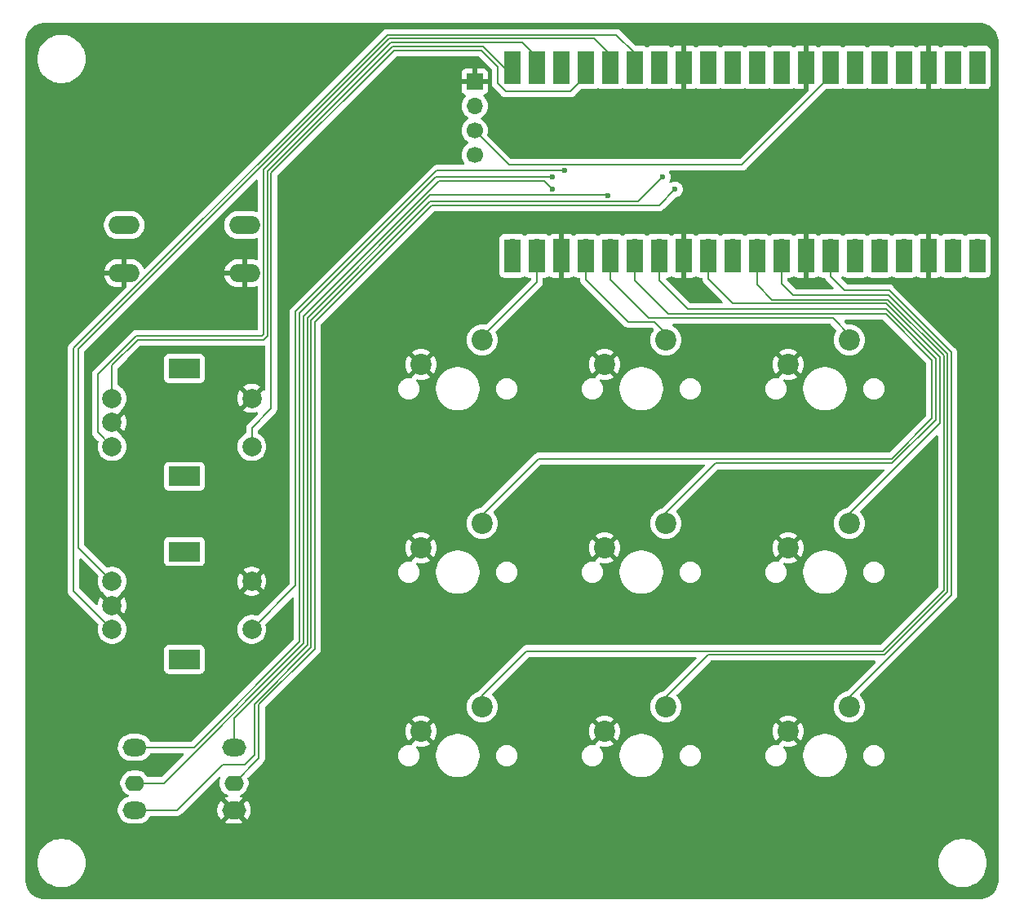
<source format=gbr>
%TF.GenerationSoftware,KiCad,Pcbnew,8.0.3*%
%TF.CreationDate,2024-07-07T11:27:56-04:00*%
%TF.ProjectId,macropad,6d616372-6f70-4616-942e-6b696361645f,1.0*%
%TF.SameCoordinates,Original*%
%TF.FileFunction,Copper,L1,Top*%
%TF.FilePolarity,Positive*%
%FSLAX46Y46*%
G04 Gerber Fmt 4.6, Leading zero omitted, Abs format (unit mm)*
G04 Created by KiCad (PCBNEW 8.0.3) date 2024-07-07 11:27:56*
%MOMM*%
%LPD*%
G01*
G04 APERTURE LIST*
%TA.AperFunction,ComponentPad*%
%ADD10O,2.499360X1.800860*%
%TD*%
%TA.AperFunction,ComponentPad*%
%ADD11O,1.998980X1.600200*%
%TD*%
%TA.AperFunction,ComponentPad*%
%ADD12O,3.200000X1.900000*%
%TD*%
%TA.AperFunction,ComponentPad*%
%ADD13C,2.200000*%
%TD*%
%TA.AperFunction,ComponentPad*%
%ADD14C,2.000000*%
%TD*%
%TA.AperFunction,ComponentPad*%
%ADD15R,3.200000X2.000000*%
%TD*%
%TA.AperFunction,ComponentPad*%
%ADD16C,1.700000*%
%TD*%
%TA.AperFunction,ComponentPad*%
%ADD17O,1.700000X1.700000*%
%TD*%
%TA.AperFunction,ComponentPad*%
%ADD18R,1.700000X1.700000*%
%TD*%
%TA.AperFunction,SMDPad,CuDef*%
%ADD19R,1.700000X3.500000*%
%TD*%
%TA.AperFunction,ViaPad*%
%ADD20C,0.600000*%
%TD*%
%TA.AperFunction,Conductor*%
%ADD21C,0.200000*%
%TD*%
G04 APERTURE END LIST*
D10*
%TO.P,U2,1,A*%
%TO.N,Net-(U1-GPIO9)*%
X138388880Y-116248800D03*
D11*
%TO.P,U2,2,B*%
%TO.N,Net-(U1-GPIO8)*%
X138388880Y-119950000D03*
D10*
%TO.P,U2,3,C*%
%TO.N,Net-(U1-GPIO7)*%
X138388880Y-122751200D03*
%TO.P,U2,4,Com*%
%TO.N,GND*%
X148691120Y-122751200D03*
D11*
%TO.P,U2,5,D*%
%TO.N,Net-(U1-GPIO6)*%
X148691120Y-119950000D03*
D10*
%TO.P,U2,6,Center*%
%TO.N,Net-(U1-GPIO3)*%
X148691120Y-116248800D03*
%TD*%
D12*
%TO.P,SW12,1,1*%
%TO.N,Net-(U1-GPIO16)*%
X137290000Y-62000000D03*
X149790000Y-62000000D03*
%TO.P,SW12,2,2*%
%TO.N,GND*%
X137290000Y-67000000D03*
X149790000Y-67000000D03*
%TD*%
D13*
%TO.P,SW8,2*%
%TO.N,GND*%
X206200000Y-95510000D03*
%TO.P,SW8,1*%
%TO.N,Net-(U1-GPIO22)*%
X212550000Y-92970000D03*
%TD*%
D14*
%TO.P,SW11,A,A*%
%TO.N,Net-(U1-GPIO15)*%
X136040000Y-80000000D03*
%TO.P,SW11,B,B*%
%TO.N,Net-(U1-GPIO14)*%
X136040000Y-85000000D03*
%TO.P,SW11,C,C*%
%TO.N,GND*%
X136040000Y-82500000D03*
D15*
%TO.P,SW11,MP*%
%TO.N,N/C*%
X143540000Y-76900000D03*
X143540000Y-88100000D03*
D14*
%TO.P,SW11,S1,S1*%
%TO.N,Net-(U1-GPIO13)*%
X150540000Y-85000000D03*
%TO.P,SW11,S2,S2*%
%TO.N,GND*%
X150540000Y-80000000D03*
%TD*%
D13*
%TO.P,SW4,2*%
%TO.N,GND*%
X187150000Y-76460000D03*
%TO.P,SW4,1*%
%TO.N,Net-(U1-GPIO18)*%
X193500000Y-73920000D03*
%TD*%
%TO.P,SW2,2*%
%TO.N,GND*%
X168100000Y-95510000D03*
%TO.P,SW2,1*%
%TO.N,Net-(U1-GPIO20)*%
X174450000Y-92970000D03*
%TD*%
D14*
%TO.P,SW10,A,A*%
%TO.N,Net-(U1-GPIO12)*%
X136040000Y-99000000D03*
%TO.P,SW10,B,B*%
%TO.N,Net-(U1-GPIO11)*%
X136040000Y-104000000D03*
%TO.P,SW10,C,C*%
%TO.N,GND*%
X136040000Y-101500000D03*
D15*
%TO.P,SW10,MP*%
%TO.N,N/C*%
X143540000Y-95900000D03*
X143540000Y-107100000D03*
D14*
%TO.P,SW10,S1,S1*%
%TO.N,Net-(U1-GPIO10)*%
X150540000Y-104000000D03*
%TO.P,SW10,S2,S2*%
%TO.N,GND*%
X150540000Y-99000000D03*
%TD*%
D13*
%TO.P,SW5,2*%
%TO.N,GND*%
X187150000Y-95510000D03*
%TO.P,SW5,1*%
%TO.N,Net-(U1-GPIO21)*%
X193500000Y-92970000D03*
%TD*%
D16*
%TO.P,J1,1,Pin_1*%
%TO.N,Net-(J1-Pin_1)*%
X173664936Y-54725958D03*
%TO.P,J1,2,Pin_2*%
%TO.N,Net-(J1-Pin_2)*%
X173664936Y-52185958D03*
D17*
%TO.P,J1,3,Pin_3*%
%TO.N,3v3*%
X173664936Y-49645958D03*
D18*
%TO.P,J1,4,Pin_4*%
%TO.N,GND*%
X173664936Y-47105958D03*
%TD*%
D13*
%TO.P,SW7,2*%
%TO.N,GND*%
X206200000Y-76460000D03*
%TO.P,SW7,1*%
%TO.N,Net-(U1-GPIO19)*%
X212550000Y-73920000D03*
%TD*%
%TO.P,SW6,2*%
%TO.N,GND*%
X187150000Y-114560000D03*
%TO.P,SW6,1*%
%TO.N,Net-(U1-GPIO27_ADC1)*%
X193500000Y-112020000D03*
%TD*%
%TO.P,SW9,2*%
%TO.N,GND*%
X206200000Y-114560000D03*
%TO.P,SW9,1*%
%TO.N,Net-(U1-GPIO28_ADC2)*%
X212550000Y-112020000D03*
%TD*%
%TO.P,SW1,2*%
%TO.N,GND*%
X168100000Y-76460000D03*
%TO.P,SW1,1*%
%TO.N,Net-(U1-GPIO17)*%
X174450000Y-73920000D03*
%TD*%
D17*
%TO.P,U1,1,GPIO0*%
%TO.N,unconnected-(U1-GPIO0-Pad1)*%
X225842000Y-46527000D03*
D19*
X225842000Y-45627000D03*
D17*
%TO.P,U1,2,GPIO1*%
%TO.N,unconnected-(U1-GPIO1-Pad2)*%
X223302000Y-46527000D03*
D19*
X223302000Y-45627000D03*
D18*
%TO.P,U1,3,GND*%
%TO.N,GND*%
X220762000Y-46527000D03*
D19*
X220762000Y-45627000D03*
D17*
%TO.P,U1,4,GPIO2*%
%TO.N,unconnected-(U1-GPIO2-Pad4)*%
X218222000Y-46527000D03*
D19*
X218222000Y-45627000D03*
D17*
%TO.P,U1,5,GPIO3*%
%TO.N,Net-(U1-GPIO3)*%
X215682000Y-46527000D03*
D19*
X215682000Y-45627000D03*
D17*
%TO.P,U1,6,GPIO4*%
%TO.N,Net-(J1-Pin_1)*%
X213142000Y-46527000D03*
D19*
X213142000Y-45627000D03*
D17*
%TO.P,U1,7,GPIO5*%
%TO.N,Net-(J1-Pin_2)*%
X210602000Y-46527000D03*
D19*
X210602000Y-45627000D03*
D18*
%TO.P,U1,8,GND*%
%TO.N,GND*%
X208062000Y-46527000D03*
D19*
X208062000Y-45627000D03*
D17*
%TO.P,U1,9,GPIO6*%
%TO.N,Net-(U1-GPIO6)*%
X205522000Y-46527000D03*
D19*
X205522000Y-45627000D03*
D17*
%TO.P,U1,10,GPIO7*%
%TO.N,Net-(U1-GPIO7)*%
X202982000Y-46527000D03*
D19*
X202982000Y-45627000D03*
D17*
%TO.P,U1,11,GPIO8*%
%TO.N,Net-(U1-GPIO8)*%
X200442000Y-46527000D03*
D19*
X200442000Y-45627000D03*
D17*
%TO.P,U1,12,GPIO9*%
%TO.N,Net-(U1-GPIO9)*%
X197902000Y-46527000D03*
D19*
X197902000Y-45627000D03*
D18*
%TO.P,U1,13,GND*%
%TO.N,GND*%
X195362000Y-46527000D03*
D19*
X195362000Y-45627000D03*
D17*
%TO.P,U1,14,GPIO10*%
%TO.N,Net-(U1-GPIO10)*%
X192822000Y-46527000D03*
D19*
X192822000Y-45627000D03*
D17*
%TO.P,U1,15,GPIO11*%
%TO.N,Net-(U1-GPIO11)*%
X190282000Y-46527000D03*
D19*
X190282000Y-45627000D03*
D17*
%TO.P,U1,16,GPIO12*%
%TO.N,Net-(U1-GPIO12)*%
X187742000Y-46527000D03*
D19*
X187742000Y-45627000D03*
D17*
%TO.P,U1,17,GPIO13*%
%TO.N,Net-(U1-GPIO13)*%
X185202000Y-46527000D03*
D19*
X185202000Y-45627000D03*
D18*
%TO.P,U1,18,GND*%
%TO.N,GND*%
X182662000Y-46527000D03*
D19*
X182662000Y-45627000D03*
D17*
%TO.P,U1,19,GPIO14*%
%TO.N,Net-(U1-GPIO14)*%
X180122000Y-46527000D03*
D19*
X180122000Y-45627000D03*
D17*
%TO.P,U1,20,GPIO15*%
%TO.N,Net-(U1-GPIO15)*%
X177582000Y-46527000D03*
D19*
X177582000Y-45627000D03*
D17*
%TO.P,U1,21,GPIO16*%
%TO.N,Net-(U1-GPIO16)*%
X177582000Y-64307000D03*
D19*
X177582000Y-65207000D03*
D17*
%TO.P,U1,22,GPIO17*%
%TO.N,Net-(U1-GPIO17)*%
X180122000Y-64307000D03*
D19*
X180122000Y-65207000D03*
D18*
%TO.P,U1,23,GND*%
%TO.N,GND*%
X182662000Y-64307000D03*
D19*
X182662000Y-65207000D03*
D17*
%TO.P,U1,24,GPIO18*%
%TO.N,Net-(U1-GPIO18)*%
X185202000Y-64307000D03*
D19*
X185202000Y-65207000D03*
D17*
%TO.P,U1,25,GPIO19*%
%TO.N,Net-(U1-GPIO19)*%
X187742000Y-64307000D03*
D19*
X187742000Y-65207000D03*
D17*
%TO.P,U1,26,GPIO20*%
%TO.N,Net-(U1-GPIO20)*%
X190282000Y-64307000D03*
D19*
X190282000Y-65207000D03*
D17*
%TO.P,U1,27,GPIO21*%
%TO.N,Net-(U1-GPIO21)*%
X192822000Y-64307000D03*
D19*
X192822000Y-65207000D03*
D18*
%TO.P,U1,28,GND*%
%TO.N,GND*%
X195362000Y-64307000D03*
D19*
X195362000Y-65207000D03*
D17*
%TO.P,U1,29,GPIO22*%
%TO.N,Net-(U1-GPIO22)*%
X197902000Y-64307000D03*
D19*
X197902000Y-65207000D03*
D17*
%TO.P,U1,30,RUN*%
%TO.N,unconnected-(U1-RUN-Pad30)*%
X200442000Y-64307000D03*
D19*
%TO.N,unconnected-(U1-RUN-Pad30)_0*%
X200442000Y-65207000D03*
D17*
%TO.P,U1,31,GPIO26_ADC0*%
%TO.N,Net-(U1-GPIO26_ADC0)*%
X202982000Y-64307000D03*
D19*
X202982000Y-65207000D03*
D17*
%TO.P,U1,32,GPIO27_ADC1*%
%TO.N,Net-(U1-GPIO27_ADC1)*%
X205522000Y-64307000D03*
D19*
X205522000Y-65207000D03*
D18*
%TO.P,U1,33,AGND*%
%TO.N,GND*%
X208062000Y-64307000D03*
D19*
X208062000Y-65207000D03*
D17*
%TO.P,U1,34,GPIO28_ADC2*%
%TO.N,Net-(U1-GPIO28_ADC2)*%
X210602000Y-64307000D03*
D19*
X210602000Y-65207000D03*
D17*
%TO.P,U1,35,ADC_VREF*%
%TO.N,unconnected-(U1-ADC_VREF-Pad35)*%
X213142000Y-64307000D03*
D19*
X213142000Y-65207000D03*
D17*
%TO.P,U1,36,3V3*%
%TO.N,3v3*%
X215682000Y-64307000D03*
D19*
X215682000Y-65207000D03*
D17*
%TO.P,U1,37,3V3_EN*%
%TO.N,unconnected-(U1-3V3_EN-Pad37)*%
X218222000Y-64307000D03*
D19*
X218222000Y-65207000D03*
D18*
%TO.P,U1,38,GND*%
%TO.N,GND*%
X220762000Y-64307000D03*
D19*
X220762000Y-65207000D03*
D17*
%TO.P,U1,39,VSYS*%
%TO.N,unconnected-(U1-VSYS-Pad39)*%
X223302000Y-64307000D03*
D19*
X223302000Y-65207000D03*
D17*
%TO.P,U1,40,VBUS*%
%TO.N,unconnected-(U1-VBUS-Pad40)*%
X225842000Y-64307000D03*
D19*
X225842000Y-65207000D03*
%TD*%
D13*
%TO.P,SW3,2*%
%TO.N,GND*%
X168100000Y-114560000D03*
%TO.P,SW3,1*%
%TO.N,Net-(U1-GPIO26_ADC0)*%
X174450000Y-112020000D03*
%TD*%
D20*
%TO.N,Net-(U1-GPIO9)*%
X181770000Y-57010000D03*
%TO.N,Net-(U1-GPIO7)*%
X193200000Y-57010000D03*
%TO.N,Net-(U1-GPIO8)*%
X181770000Y-58280000D03*
%TO.N,Net-(U1-GPIO6)*%
X194470000Y-58280000D03*
%TO.N,Net-(U1-GPIO3)*%
X187485000Y-58915000D03*
%TO.N,Net-(U1-GPIO10)*%
X183040000Y-56340000D03*
%TD*%
D21*
%TO.N,Net-(U1-GPIO13)*%
X183609000Y-48120000D02*
X185202000Y-46527000D01*
X176875000Y-48120000D02*
X183609000Y-48120000D01*
X176040000Y-45550686D02*
X176040000Y-47285000D01*
X174329314Y-43840000D02*
X176040000Y-45550686D01*
X152560000Y-81074500D02*
X152560000Y-56595137D01*
X150540000Y-83094500D02*
X152560000Y-81074500D01*
X150540000Y-85000000D02*
X150540000Y-83094500D01*
X165315137Y-43840000D02*
X174329314Y-43840000D01*
X176040000Y-47285000D02*
X176875000Y-48120000D01*
X152560000Y-56595137D02*
X165315137Y-43840000D01*
%TO.N,Net-(U1-GPIO15)*%
X151780000Y-73900000D02*
X138705686Y-73900000D01*
X152160000Y-73520000D02*
X151780000Y-73900000D01*
X152160000Y-56429451D02*
X152160000Y-73520000D01*
X138705686Y-73900000D02*
X136040000Y-76565686D01*
X174495000Y-43440000D02*
X165149451Y-43440000D01*
X165149451Y-43440000D02*
X152160000Y-56429451D01*
X177582000Y-46527000D02*
X174495000Y-43440000D01*
X136040000Y-76565686D02*
X136040000Y-80000000D01*
%TO.N,Net-(U1-GPIO12)*%
X187742000Y-44328417D02*
X187742000Y-46527000D01*
X186053583Y-42640000D02*
X187742000Y-44328417D01*
X151338175Y-56075310D02*
X151360000Y-56075310D01*
X151360000Y-56075310D02*
X164795310Y-42640000D01*
X164795310Y-42640000D02*
X186053583Y-42640000D01*
X132540000Y-95500000D02*
X132540000Y-74873485D01*
X136040000Y-99000000D02*
X132540000Y-95500000D01*
X132540000Y-74873485D02*
X151338175Y-56075310D01*
%TO.N,Net-(U1-GPIO11)*%
X190282000Y-44156267D02*
X190282000Y-46527000D01*
X132034000Y-74813799D02*
X164607799Y-42240000D01*
X164607799Y-42240000D02*
X188365733Y-42240000D01*
X132034000Y-99994000D02*
X132034000Y-74813799D01*
X188365733Y-42240000D02*
X190282000Y-44156267D01*
X136040000Y-104000000D02*
X132034000Y-99994000D01*
%TO.N,Net-(U1-GPIO6)*%
X192800000Y-59950000D02*
X194470000Y-58280000D01*
X169235686Y-59950000D02*
X192800000Y-59950000D01*
X151290000Y-111815686D02*
X157100000Y-106005686D01*
X151290000Y-117351120D02*
X151290000Y-111815686D01*
X157100000Y-106005686D02*
X157100000Y-72085686D01*
X148691120Y-119950000D02*
X151290000Y-117351120D01*
X157100000Y-72085686D02*
X169235686Y-59950000D01*
%TO.N,Net-(U1-GPIO27_ADC1)*%
X206710000Y-69250000D02*
X205522000Y-68062000D01*
X205522000Y-68062000D02*
X205522000Y-64307000D01*
X222740000Y-100065685D02*
X222740000Y-75397256D01*
X216169685Y-106636000D02*
X222740000Y-100065685D01*
X197904000Y-106636000D02*
X216169685Y-106636000D01*
X216592744Y-69250000D02*
X206710000Y-69250000D01*
X222740000Y-75397256D02*
X216592744Y-69250000D01*
X193500000Y-111040000D02*
X197904000Y-106636000D01*
%TO.N,Net-(U1-GPIO28_ADC2)*%
X210602000Y-67312000D02*
X210602000Y-64307000D01*
X212040000Y-68750000D02*
X210602000Y-67312000D01*
X216658430Y-68750000D02*
X212040000Y-68750000D01*
X223140000Y-75231570D02*
X216658430Y-68750000D01*
X212550000Y-110990000D02*
X223140000Y-100400000D01*
X223140000Y-100400000D02*
X223140000Y-75231570D01*
%TO.N,Net-(U1-GPIO20)*%
X193790000Y-71250000D02*
X190282000Y-67742000D01*
X190282000Y-67742000D02*
X190282000Y-64307000D01*
X216330000Y-71250000D02*
X193790000Y-71250000D01*
X221140000Y-76060000D02*
X216330000Y-71250000D01*
X180290000Y-86250000D02*
X216908628Y-86250000D01*
X221140000Y-82018628D02*
X221140000Y-76060000D01*
X174450000Y-92090000D02*
X180290000Y-86250000D01*
X216908628Y-86250000D02*
X221140000Y-82018628D01*
X174450000Y-92970000D02*
X174450000Y-92090000D01*
%TO.N,Net-(U1-GPIO22)*%
X200440000Y-70150000D02*
X197902000Y-67612000D01*
X216361372Y-70150000D02*
X200440000Y-70150000D01*
X221940000Y-75728628D02*
X216361372Y-70150000D01*
X221940000Y-82600000D02*
X221940000Y-75728628D01*
X212550000Y-91990000D02*
X221940000Y-82600000D01*
X212550000Y-92970000D02*
X212550000Y-91990000D01*
X197902000Y-67612000D02*
X197902000Y-64307000D01*
%TO.N,Net-(U1-GPIO21)*%
X192822000Y-67782000D02*
X192822000Y-64307000D01*
X221540000Y-75894314D02*
X216395686Y-70750000D01*
X221540000Y-82184314D02*
X221540000Y-75894314D01*
X216974314Y-86750000D02*
X221540000Y-82184314D01*
X216395686Y-70750000D02*
X195790000Y-70750000D01*
X198665000Y-86750000D02*
X216974314Y-86750000D01*
X193500000Y-91915000D02*
X198665000Y-86750000D01*
X195790000Y-70750000D02*
X192822000Y-67782000D01*
%TO.N,Net-(U1-GPIO19)*%
X187742000Y-67702000D02*
X187742000Y-64307000D01*
X191690000Y-71650000D02*
X187742000Y-67702000D01*
X210815000Y-71650000D02*
X191690000Y-71650000D01*
X212550000Y-73385000D02*
X210815000Y-71650000D01*
%TO.N,Net-(U1-GPIO17)*%
X180122000Y-67918000D02*
X180122000Y-64307000D01*
X174450000Y-73920000D02*
X174450000Y-73590000D01*
X174450000Y-73590000D02*
X180122000Y-67918000D01*
%TO.N,Net-(U1-GPIO18)*%
X189590000Y-72050000D02*
X185202000Y-67662000D01*
X192340000Y-72050000D02*
X189590000Y-72050000D01*
X193500000Y-73210000D02*
X192340000Y-72050000D01*
X185202000Y-67662000D02*
X185202000Y-64307000D01*
X193500000Y-73920000D02*
X193500000Y-73210000D01*
%TO.N,Net-(U1-GPIO9)*%
X169635686Y-57010000D02*
X155500000Y-71145686D01*
X144541200Y-116248800D02*
X138388880Y-116248800D01*
X181770000Y-57010000D02*
X169635686Y-57010000D01*
X155500000Y-105290000D02*
X144541200Y-116248800D01*
X155500000Y-71145686D02*
X155500000Y-105290000D01*
%TO.N,Net-(U1-GPIO7)*%
X147540000Y-118000000D02*
X149790000Y-118000000D01*
X149790000Y-118000000D02*
X150790000Y-117000000D01*
X190660000Y-59550000D02*
X193200000Y-57010000D01*
X142790000Y-122750000D02*
X147540000Y-118000000D01*
X156700000Y-105840000D02*
X156700000Y-71920000D01*
X138388880Y-122751200D02*
X138390080Y-122750000D01*
X156700000Y-71920000D02*
X169070000Y-59550000D01*
X138390080Y-122750000D02*
X142790000Y-122750000D01*
X169070000Y-59550000D02*
X190660000Y-59550000D01*
X150790000Y-111750000D02*
X156700000Y-105840000D01*
X150790000Y-117000000D02*
X150790000Y-111750000D01*
%TO.N,Net-(U1-GPIO8)*%
X141405686Y-119950000D02*
X138388880Y-119950000D01*
X169940000Y-57410000D02*
X155900000Y-71450000D01*
X180900000Y-57410000D02*
X169940000Y-57410000D01*
X181770000Y-58280000D02*
X180900000Y-57410000D01*
X155900000Y-71450000D02*
X155900000Y-105455686D01*
X155900000Y-105455686D02*
X141405686Y-119950000D01*
%TO.N,Net-(U1-GPIO3)*%
X156300000Y-71615686D02*
X156300000Y-105621372D01*
X148691120Y-113230252D02*
X148691120Y-116248800D01*
X187485000Y-58915000D02*
X187450000Y-58880000D01*
X187450000Y-58880000D02*
X169035686Y-58880000D01*
X156300000Y-105621372D02*
X148691120Y-113230252D01*
X169035686Y-58880000D02*
X156300000Y-71615686D01*
%TO.N,Net-(J1-Pin_2)*%
X201389000Y-55740000D02*
X210602000Y-46527000D01*
X177218978Y-55740000D02*
X201389000Y-55740000D01*
X173664936Y-52185958D02*
X177218978Y-55740000D01*
%TO.N,Net-(U1-GPIO10)*%
X155100000Y-70980000D02*
X155100000Y-99440000D01*
X183040000Y-56340000D02*
X169740000Y-56340000D01*
X155100000Y-99440000D02*
X150540000Y-104000000D01*
X169740000Y-56340000D02*
X155100000Y-70980000D01*
%TO.N,Net-(U1-GPIO26_ADC0)*%
X202982000Y-68192000D02*
X202982000Y-64307000D01*
X222340000Y-75562942D02*
X216527058Y-69750000D01*
X216004000Y-106236000D02*
X222340000Y-99900000D01*
X222340000Y-99900000D02*
X222340000Y-75562942D01*
X179054000Y-106236000D02*
X216004000Y-106236000D01*
X216527058Y-69750000D02*
X204540000Y-69750000D01*
X174450000Y-110840000D02*
X179054000Y-106236000D01*
X174450000Y-112020000D02*
X174450000Y-110840000D01*
X204540000Y-69750000D02*
X202982000Y-68192000D01*
%TO.N,Net-(U1-GPIO14)*%
X134540000Y-83500000D02*
X136040000Y-85000000D01*
X138540000Y-73500000D02*
X134540000Y-77500000D01*
X151760000Y-73354314D02*
X151614314Y-73500000D01*
X164960996Y-43040000D02*
X151760000Y-56240996D01*
X151760000Y-56240996D02*
X151760000Y-73354314D01*
X178580000Y-43040000D02*
X164960996Y-43040000D01*
X151614314Y-73500000D02*
X138540000Y-73500000D01*
X180122000Y-44582000D02*
X178580000Y-43040000D01*
X180122000Y-46527000D02*
X180122000Y-44582000D01*
X134540000Y-77500000D02*
X134540000Y-83500000D01*
%TD*%
%TA.AperFunction,Conductor*%
%TO.N,GND*%
G36*
X132839703Y-96649384D02*
G01*
X132846181Y-96655416D01*
X134583482Y-98392717D01*
X134616967Y-98454040D01*
X134616007Y-98510838D01*
X134554892Y-98752174D01*
X134554890Y-98752187D01*
X134534357Y-98999994D01*
X134534357Y-99000005D01*
X134554890Y-99247812D01*
X134554892Y-99247824D01*
X134615936Y-99488881D01*
X134715826Y-99716606D01*
X134851833Y-99924782D01*
X134851836Y-99924785D01*
X135020256Y-100107738D01*
X135020259Y-100107740D01*
X135020262Y-100107743D01*
X135121374Y-100186442D01*
X135162187Y-100243152D01*
X135166300Y-100272748D01*
X135739624Y-100846072D01*
X135732993Y-100849901D01*
X135639901Y-100942993D01*
X135574075Y-101057007D01*
X135540000Y-101184174D01*
X135540000Y-101353552D01*
X134816564Y-100630116D01*
X134716267Y-100783632D01*
X134616412Y-101011282D01*
X134555387Y-101252261D01*
X134555385Y-101252269D01*
X134545806Y-101367873D01*
X134520653Y-101433057D01*
X134464250Y-101474295D01*
X134394507Y-101478493D01*
X134334549Y-101445313D01*
X132670819Y-99781583D01*
X132637334Y-99720260D01*
X132634500Y-99693902D01*
X132634500Y-96743097D01*
X132654185Y-96676058D01*
X132706989Y-96630303D01*
X132776147Y-96620359D01*
X132839703Y-96649384D01*
G37*
%TD.AperFunction*%
%TA.AperFunction,Conductor*%
G36*
X195612000Y-67457000D02*
G01*
X196259828Y-67457000D01*
X196259844Y-67456999D01*
X196319372Y-67450598D01*
X196319379Y-67450596D01*
X196454086Y-67400354D01*
X196454089Y-67400352D01*
X196557271Y-67323110D01*
X196622735Y-67298692D01*
X196691008Y-67313543D01*
X196705888Y-67323105D01*
X196783351Y-67381094D01*
X196809668Y-67400795D01*
X196809671Y-67400797D01*
X196846012Y-67414351D01*
X196944517Y-67451091D01*
X197004127Y-67457500D01*
X197177499Y-67457499D01*
X197244538Y-67477183D01*
X197290293Y-67529987D01*
X197301499Y-67581499D01*
X197301499Y-67691054D01*
X197301498Y-67691054D01*
X197301499Y-67691057D01*
X197336332Y-67821054D01*
X197342424Y-67843787D01*
X197352394Y-67861055D01*
X197352395Y-67861057D01*
X197421477Y-67980712D01*
X197421481Y-67980717D01*
X197540349Y-68099585D01*
X197540355Y-68099590D01*
X199378584Y-69937819D01*
X199412069Y-69999142D01*
X199407085Y-70068834D01*
X199365213Y-70124767D01*
X199299749Y-70149184D01*
X199290903Y-70149500D01*
X196090097Y-70149500D01*
X196023058Y-70129815D01*
X196002416Y-70113181D01*
X193558415Y-67669180D01*
X193524930Y-67607857D01*
X193529914Y-67538165D01*
X193571786Y-67482232D01*
X193637250Y-67457815D01*
X193646096Y-67457499D01*
X193719871Y-67457499D01*
X193719872Y-67457499D01*
X193779483Y-67451091D01*
X193914331Y-67400796D01*
X194018106Y-67323109D01*
X194083570Y-67298692D01*
X194151843Y-67313543D01*
X194166729Y-67323110D01*
X194269910Y-67400352D01*
X194269913Y-67400354D01*
X194404620Y-67450596D01*
X194404627Y-67450598D01*
X194464155Y-67456999D01*
X194464172Y-67457000D01*
X195112000Y-67457000D01*
X195112000Y-64751560D01*
X195165147Y-64782245D01*
X195294857Y-64817000D01*
X195429143Y-64817000D01*
X195558853Y-64782245D01*
X195612000Y-64751560D01*
X195612000Y-67457000D01*
G37*
%TD.AperFunction*%
%TA.AperFunction,Conductor*%
G36*
X208312000Y-67457000D02*
G01*
X208959828Y-67457000D01*
X208959844Y-67456999D01*
X209019372Y-67450598D01*
X209019379Y-67450596D01*
X209154086Y-67400354D01*
X209154089Y-67400352D01*
X209257271Y-67323110D01*
X209322735Y-67298692D01*
X209391008Y-67313543D01*
X209405888Y-67323105D01*
X209483351Y-67381094D01*
X209509668Y-67400795D01*
X209509671Y-67400797D01*
X209546012Y-67414351D01*
X209644517Y-67451091D01*
X209704127Y-67457500D01*
X209924154Y-67457499D01*
X209991193Y-67477183D01*
X210036948Y-67529987D01*
X210039223Y-67536316D01*
X210039314Y-67536279D01*
X210042425Y-67543790D01*
X210064186Y-67581480D01*
X210064187Y-67581482D01*
X210121475Y-67680709D01*
X210121481Y-67680717D01*
X210240349Y-67799585D01*
X210240355Y-67799590D01*
X210878584Y-68437819D01*
X210912069Y-68499142D01*
X210907085Y-68568834D01*
X210865213Y-68624767D01*
X210799749Y-68649184D01*
X210790903Y-68649500D01*
X207010098Y-68649500D01*
X206943059Y-68629815D01*
X206922417Y-68613181D01*
X206158819Y-67849583D01*
X206125334Y-67788260D01*
X206122500Y-67761902D01*
X206122500Y-67581499D01*
X206142185Y-67514460D01*
X206194989Y-67468705D01*
X206246500Y-67457499D01*
X206419871Y-67457499D01*
X206419872Y-67457499D01*
X206479483Y-67451091D01*
X206614331Y-67400796D01*
X206718106Y-67323109D01*
X206783570Y-67298692D01*
X206851843Y-67313543D01*
X206866729Y-67323110D01*
X206969910Y-67400352D01*
X206969913Y-67400354D01*
X207104620Y-67450596D01*
X207104627Y-67450598D01*
X207164155Y-67456999D01*
X207164172Y-67457000D01*
X207812000Y-67457000D01*
X207812000Y-64751560D01*
X207865147Y-64782245D01*
X207994857Y-64817000D01*
X208129143Y-64817000D01*
X208258853Y-64782245D01*
X208312000Y-64751560D01*
X208312000Y-67457000D01*
G37*
%TD.AperFunction*%
%TA.AperFunction,Conductor*%
G36*
X226044043Y-41000765D02*
G01*
X226292895Y-41017075D01*
X226308953Y-41019190D01*
X226516105Y-41060395D01*
X226549535Y-41067045D01*
X226565202Y-41071243D01*
X226734947Y-41128863D01*
X226797481Y-41150091D01*
X226812458Y-41156294D01*
X227021799Y-41259529D01*
X227032460Y-41264787D01*
X227046508Y-41272897D01*
X227250464Y-41409177D01*
X227263328Y-41419048D01*
X227447749Y-41580781D01*
X227459218Y-41592250D01*
X227620951Y-41776671D01*
X227630825Y-41789539D01*
X227767102Y-41993492D01*
X227775212Y-42007539D01*
X227883702Y-42227534D01*
X227889909Y-42242520D01*
X227968756Y-42474797D01*
X227972954Y-42490464D01*
X228020807Y-42731035D01*
X228022925Y-42747116D01*
X228039235Y-42995956D01*
X228039500Y-43004066D01*
X228039500Y-129995933D01*
X228039235Y-130004043D01*
X228022925Y-130252883D01*
X228020807Y-130268964D01*
X227972954Y-130509535D01*
X227968756Y-130525202D01*
X227889909Y-130757479D01*
X227883702Y-130772465D01*
X227775212Y-130992460D01*
X227767102Y-131006507D01*
X227630825Y-131210460D01*
X227620951Y-131223328D01*
X227459218Y-131407749D01*
X227447749Y-131419218D01*
X227263328Y-131580951D01*
X227250460Y-131590825D01*
X227046507Y-131727102D01*
X227032460Y-131735212D01*
X226812465Y-131843702D01*
X226797479Y-131849909D01*
X226565202Y-131928756D01*
X226549535Y-131932954D01*
X226308964Y-131980807D01*
X226292883Y-131982925D01*
X226044043Y-131999235D01*
X226035933Y-131999500D01*
X129044067Y-131999500D01*
X129035957Y-131999235D01*
X128787116Y-131982925D01*
X128771035Y-131980807D01*
X128530464Y-131932954D01*
X128514797Y-131928756D01*
X128282520Y-131849909D01*
X128267534Y-131843702D01*
X128047539Y-131735212D01*
X128033492Y-131727102D01*
X127829539Y-131590825D01*
X127816671Y-131580951D01*
X127632250Y-131419218D01*
X127620781Y-131407749D01*
X127459048Y-131223328D01*
X127449174Y-131210460D01*
X127312897Y-131006507D01*
X127304787Y-130992460D01*
X127198855Y-130777652D01*
X127196294Y-130772458D01*
X127190090Y-130757479D01*
X127111243Y-130525202D01*
X127107045Y-130509535D01*
X127078378Y-130365416D01*
X127059190Y-130268953D01*
X127057075Y-130252895D01*
X127040765Y-130004043D01*
X127040500Y-129995933D01*
X127040500Y-128249994D01*
X128284556Y-128249994D01*
X128284556Y-128250005D01*
X128304310Y-128564004D01*
X128304311Y-128564011D01*
X128363270Y-128873083D01*
X128460497Y-129172316D01*
X128460499Y-129172321D01*
X128594461Y-129457003D01*
X128594464Y-129457009D01*
X128763051Y-129722661D01*
X128763054Y-129722665D01*
X128963606Y-129965090D01*
X128963608Y-129965092D01*
X129192968Y-130180476D01*
X129192978Y-130180484D01*
X129447504Y-130365408D01*
X129447509Y-130365410D01*
X129447516Y-130365416D01*
X129723234Y-130516994D01*
X129723239Y-130516996D01*
X129723241Y-130516997D01*
X129723242Y-130516998D01*
X130015771Y-130632818D01*
X130015774Y-130632819D01*
X130320523Y-130711065D01*
X130320527Y-130711066D01*
X130386010Y-130719338D01*
X130632670Y-130750499D01*
X130632679Y-130750499D01*
X130632682Y-130750500D01*
X130632684Y-130750500D01*
X130947316Y-130750500D01*
X130947318Y-130750500D01*
X130947321Y-130750499D01*
X130947329Y-130750499D01*
X131133593Y-130726968D01*
X131259473Y-130711066D01*
X131564225Y-130632819D01*
X131564228Y-130632818D01*
X131856757Y-130516998D01*
X131856758Y-130516997D01*
X131856756Y-130516997D01*
X131856766Y-130516994D01*
X132132484Y-130365416D01*
X132387030Y-130180478D01*
X132616390Y-129965094D01*
X132816947Y-129722663D01*
X132985537Y-129457007D01*
X133119503Y-129172315D01*
X133216731Y-128873079D01*
X133275688Y-128564015D01*
X133295444Y-128250000D01*
X133295444Y-128249994D01*
X221784556Y-128249994D01*
X221784556Y-128250005D01*
X221804310Y-128564004D01*
X221804311Y-128564011D01*
X221863270Y-128873083D01*
X221960497Y-129172316D01*
X221960499Y-129172321D01*
X222094461Y-129457003D01*
X222094464Y-129457009D01*
X222263051Y-129722661D01*
X222263054Y-129722665D01*
X222463606Y-129965090D01*
X222463608Y-129965092D01*
X222692968Y-130180476D01*
X222692978Y-130180484D01*
X222947504Y-130365408D01*
X222947509Y-130365410D01*
X222947516Y-130365416D01*
X223223234Y-130516994D01*
X223223239Y-130516996D01*
X223223241Y-130516997D01*
X223223242Y-130516998D01*
X223515771Y-130632818D01*
X223515774Y-130632819D01*
X223820523Y-130711065D01*
X223820527Y-130711066D01*
X223886010Y-130719338D01*
X224132670Y-130750499D01*
X224132679Y-130750499D01*
X224132682Y-130750500D01*
X224132684Y-130750500D01*
X224447316Y-130750500D01*
X224447318Y-130750500D01*
X224447321Y-130750499D01*
X224447329Y-130750499D01*
X224633593Y-130726968D01*
X224759473Y-130711066D01*
X225064225Y-130632819D01*
X225064228Y-130632818D01*
X225356757Y-130516998D01*
X225356758Y-130516997D01*
X225356756Y-130516997D01*
X225356766Y-130516994D01*
X225632484Y-130365416D01*
X225887030Y-130180478D01*
X226116390Y-129965094D01*
X226316947Y-129722663D01*
X226485537Y-129457007D01*
X226619503Y-129172315D01*
X226716731Y-128873079D01*
X226775688Y-128564015D01*
X226795444Y-128250000D01*
X226779916Y-128003190D01*
X226775689Y-127935995D01*
X226775688Y-127935988D01*
X226775688Y-127935985D01*
X226716731Y-127626921D01*
X226619503Y-127327685D01*
X226485537Y-127042993D01*
X226316947Y-126777337D01*
X226298983Y-126755622D01*
X226116393Y-126534909D01*
X226116391Y-126534907D01*
X225887031Y-126319523D01*
X225887021Y-126319515D01*
X225632495Y-126134591D01*
X225632488Y-126134586D01*
X225632484Y-126134584D01*
X225356766Y-125983006D01*
X225356763Y-125983004D01*
X225356758Y-125983002D01*
X225356757Y-125983001D01*
X225064228Y-125867181D01*
X225064225Y-125867180D01*
X224759476Y-125788934D01*
X224759463Y-125788932D01*
X224447329Y-125749500D01*
X224447318Y-125749500D01*
X224132682Y-125749500D01*
X224132670Y-125749500D01*
X223820536Y-125788932D01*
X223820523Y-125788934D01*
X223515774Y-125867180D01*
X223515771Y-125867181D01*
X223223242Y-125983001D01*
X223223241Y-125983002D01*
X222947516Y-126134584D01*
X222947504Y-126134591D01*
X222692978Y-126319515D01*
X222692968Y-126319523D01*
X222463608Y-126534907D01*
X222463606Y-126534909D01*
X222263054Y-126777334D01*
X222263051Y-126777338D01*
X222094464Y-127042990D01*
X222094461Y-127042996D01*
X221960499Y-127327678D01*
X221960497Y-127327683D01*
X221863270Y-127626916D01*
X221804311Y-127935988D01*
X221804310Y-127935995D01*
X221784556Y-128249994D01*
X133295444Y-128249994D01*
X133279916Y-128003190D01*
X133275689Y-127935995D01*
X133275688Y-127935988D01*
X133275688Y-127935985D01*
X133216731Y-127626921D01*
X133119503Y-127327685D01*
X132985537Y-127042993D01*
X132816947Y-126777337D01*
X132798983Y-126755622D01*
X132616393Y-126534909D01*
X132616391Y-126534907D01*
X132387031Y-126319523D01*
X132387021Y-126319515D01*
X132132495Y-126134591D01*
X132132488Y-126134586D01*
X132132484Y-126134584D01*
X131856766Y-125983006D01*
X131856763Y-125983004D01*
X131856758Y-125983002D01*
X131856757Y-125983001D01*
X131564228Y-125867181D01*
X131564225Y-125867180D01*
X131259476Y-125788934D01*
X131259463Y-125788932D01*
X130947329Y-125749500D01*
X130947318Y-125749500D01*
X130632682Y-125749500D01*
X130632670Y-125749500D01*
X130320536Y-125788932D01*
X130320523Y-125788934D01*
X130015774Y-125867180D01*
X130015771Y-125867181D01*
X129723242Y-125983001D01*
X129723241Y-125983002D01*
X129447516Y-126134584D01*
X129447504Y-126134591D01*
X129192978Y-126319515D01*
X129192968Y-126319523D01*
X128963608Y-126534907D01*
X128963606Y-126534909D01*
X128763054Y-126777334D01*
X128763051Y-126777338D01*
X128594464Y-127042990D01*
X128594461Y-127042996D01*
X128460499Y-127327678D01*
X128460497Y-127327683D01*
X128363270Y-127626916D01*
X128304311Y-127935988D01*
X128304310Y-127935995D01*
X128284556Y-128249994D01*
X127040500Y-128249994D01*
X127040500Y-106052135D01*
X141439500Y-106052135D01*
X141439500Y-108147870D01*
X141439501Y-108147876D01*
X141445908Y-108207483D01*
X141496202Y-108342328D01*
X141496206Y-108342335D01*
X141582452Y-108457544D01*
X141582455Y-108457547D01*
X141697664Y-108543793D01*
X141697671Y-108543797D01*
X141832517Y-108594091D01*
X141832516Y-108594091D01*
X141839444Y-108594835D01*
X141892127Y-108600500D01*
X145187872Y-108600499D01*
X145247483Y-108594091D01*
X145382331Y-108543796D01*
X145497546Y-108457546D01*
X145583796Y-108342331D01*
X145634091Y-108207483D01*
X145640500Y-108147873D01*
X145640499Y-106052128D01*
X145634091Y-105992517D01*
X145606683Y-105919033D01*
X145583797Y-105857671D01*
X145583793Y-105857664D01*
X145497547Y-105742455D01*
X145497544Y-105742452D01*
X145382335Y-105656206D01*
X145382328Y-105656202D01*
X145247482Y-105605908D01*
X145247483Y-105605908D01*
X145187883Y-105599501D01*
X145187881Y-105599500D01*
X145187873Y-105599500D01*
X145187864Y-105599500D01*
X141892129Y-105599500D01*
X141892123Y-105599501D01*
X141832516Y-105605908D01*
X141697671Y-105656202D01*
X141697664Y-105656206D01*
X141582455Y-105742452D01*
X141582452Y-105742455D01*
X141496206Y-105857664D01*
X141496202Y-105857671D01*
X141445908Y-105992517D01*
X141439501Y-106052116D01*
X141439501Y-106052123D01*
X141439500Y-106052135D01*
X127040500Y-106052135D01*
X127040500Y-100073054D01*
X131433498Y-100073054D01*
X131433499Y-100073057D01*
X131474423Y-100225785D01*
X131494210Y-100260057D01*
X131503358Y-100275900D01*
X131503359Y-100275904D01*
X131503360Y-100275904D01*
X131553479Y-100362714D01*
X131553481Y-100362717D01*
X131672349Y-100481585D01*
X131672355Y-100481590D01*
X134583482Y-103392718D01*
X134616967Y-103454041D01*
X134616007Y-103510839D01*
X134554892Y-103752174D01*
X134554890Y-103752187D01*
X134534357Y-103999994D01*
X134534357Y-104000005D01*
X134554890Y-104247812D01*
X134554892Y-104247824D01*
X134615936Y-104488881D01*
X134715826Y-104716606D01*
X134851833Y-104924782D01*
X134851836Y-104924785D01*
X135020256Y-105107738D01*
X135216491Y-105260474D01*
X135435190Y-105378828D01*
X135670386Y-105459571D01*
X135915665Y-105500500D01*
X136164335Y-105500500D01*
X136409614Y-105459571D01*
X136644810Y-105378828D01*
X136863509Y-105260474D01*
X137059744Y-105107738D01*
X137228164Y-104924785D01*
X137364173Y-104716607D01*
X137464063Y-104488881D01*
X137525108Y-104247821D01*
X137545643Y-104000000D01*
X137525108Y-103752179D01*
X137464063Y-103511119D01*
X137463940Y-103510839D01*
X137364173Y-103283393D01*
X137228166Y-103075217D01*
X137207860Y-103053159D01*
X137059744Y-102892262D01*
X136958623Y-102813556D01*
X136917810Y-102756846D01*
X136913697Y-102727249D01*
X136340375Y-102153927D01*
X136347007Y-102150099D01*
X136440099Y-102057007D01*
X136505925Y-101942993D01*
X136540000Y-101815826D01*
X136540000Y-101646448D01*
X137263434Y-102369882D01*
X137363731Y-102216369D01*
X137463587Y-101988717D01*
X137524612Y-101747738D01*
X137524614Y-101747729D01*
X137545141Y-101500005D01*
X137545141Y-101499994D01*
X137524614Y-101252270D01*
X137524612Y-101252261D01*
X137463587Y-101011282D01*
X137363731Y-100783630D01*
X137263434Y-100630116D01*
X136540000Y-101353551D01*
X136540000Y-101184174D01*
X136505925Y-101057007D01*
X136440099Y-100942993D01*
X136347007Y-100849901D01*
X136340375Y-100846072D01*
X136915898Y-100270548D01*
X136926515Y-100223852D01*
X136958621Y-100186444D01*
X137059744Y-100107738D01*
X137228164Y-99924785D01*
X137364173Y-99716607D01*
X137464063Y-99488881D01*
X137525108Y-99247821D01*
X137526785Y-99227583D01*
X137545643Y-99000005D01*
X137545643Y-98999994D01*
X149034859Y-98999994D01*
X149034859Y-99000005D01*
X149055385Y-99247729D01*
X149055387Y-99247738D01*
X149116412Y-99488717D01*
X149216266Y-99716364D01*
X149316564Y-99869882D01*
X150040000Y-99146446D01*
X150040000Y-99315826D01*
X150074075Y-99442993D01*
X150139901Y-99557007D01*
X150232993Y-99650099D01*
X150239624Y-99653927D01*
X149669942Y-100223609D01*
X149716768Y-100260055D01*
X149716770Y-100260056D01*
X149935385Y-100378364D01*
X149935396Y-100378369D01*
X150170506Y-100459083D01*
X150415707Y-100500000D01*
X150664293Y-100500000D01*
X150909493Y-100459083D01*
X151144603Y-100378369D01*
X151144614Y-100378364D01*
X151363228Y-100260057D01*
X151363231Y-100260055D01*
X151410056Y-100223609D01*
X150840374Y-99653927D01*
X150847007Y-99650099D01*
X150940099Y-99557007D01*
X151005925Y-99442993D01*
X151040000Y-99315826D01*
X151040000Y-99146448D01*
X151763434Y-99869882D01*
X151863731Y-99716369D01*
X151963587Y-99488717D01*
X152024612Y-99247738D01*
X152024614Y-99247729D01*
X152045141Y-99000005D01*
X152045141Y-98999994D01*
X152024614Y-98752270D01*
X152024612Y-98752261D01*
X151963587Y-98511282D01*
X151863731Y-98283630D01*
X151763434Y-98130116D01*
X151040000Y-98853551D01*
X151040000Y-98684174D01*
X151005925Y-98557007D01*
X150940099Y-98442993D01*
X150847007Y-98349901D01*
X150840375Y-98346072D01*
X151410057Y-97776390D01*
X151410056Y-97776389D01*
X151363229Y-97739943D01*
X151144614Y-97621635D01*
X151144603Y-97621630D01*
X150909493Y-97540916D01*
X150664293Y-97500000D01*
X150415707Y-97500000D01*
X150170506Y-97540916D01*
X149935396Y-97621630D01*
X149935390Y-97621632D01*
X149716761Y-97739949D01*
X149669942Y-97776388D01*
X149669942Y-97776390D01*
X150239624Y-98346072D01*
X150232993Y-98349901D01*
X150139901Y-98442993D01*
X150074075Y-98557007D01*
X150040000Y-98684174D01*
X150040000Y-98853552D01*
X149316564Y-98130116D01*
X149216267Y-98283632D01*
X149116412Y-98511282D01*
X149055387Y-98752261D01*
X149055385Y-98752270D01*
X149034859Y-98999994D01*
X137545643Y-98999994D01*
X137525109Y-98752187D01*
X137525107Y-98752175D01*
X137464063Y-98511118D01*
X137364173Y-98283393D01*
X137228166Y-98075217D01*
X137206557Y-98051744D01*
X137059744Y-97892262D01*
X136863509Y-97739526D01*
X136863507Y-97739525D01*
X136863506Y-97739524D01*
X136644811Y-97621172D01*
X136644802Y-97621169D01*
X136409616Y-97540429D01*
X136164335Y-97499500D01*
X135915665Y-97499500D01*
X135670382Y-97540429D01*
X135670380Y-97540429D01*
X135564393Y-97576815D01*
X135494595Y-97579965D01*
X135436450Y-97547215D01*
X133176819Y-95287584D01*
X133143334Y-95226261D01*
X133140500Y-95199903D01*
X133140500Y-94852135D01*
X141439500Y-94852135D01*
X141439500Y-96947870D01*
X141439501Y-96947876D01*
X141445908Y-97007483D01*
X141496202Y-97142328D01*
X141496206Y-97142335D01*
X141582452Y-97257544D01*
X141582455Y-97257547D01*
X141697664Y-97343793D01*
X141697671Y-97343797D01*
X141832517Y-97394091D01*
X141832516Y-97394091D01*
X141839444Y-97394835D01*
X141892127Y-97400500D01*
X145187872Y-97400499D01*
X145247483Y-97394091D01*
X145382331Y-97343796D01*
X145497546Y-97257546D01*
X145583796Y-97142331D01*
X145634091Y-97007483D01*
X145640500Y-96947873D01*
X145640499Y-94852128D01*
X145634091Y-94792517D01*
X145583796Y-94657669D01*
X145583795Y-94657668D01*
X145583793Y-94657664D01*
X145497547Y-94542455D01*
X145497544Y-94542452D01*
X145382335Y-94456206D01*
X145382328Y-94456202D01*
X145247482Y-94405908D01*
X145247483Y-94405908D01*
X145187883Y-94399501D01*
X145187881Y-94399500D01*
X145187873Y-94399500D01*
X145187864Y-94399500D01*
X141892129Y-94399500D01*
X141892123Y-94399501D01*
X141832516Y-94405908D01*
X141697671Y-94456202D01*
X141697664Y-94456206D01*
X141582455Y-94542452D01*
X141582452Y-94542455D01*
X141496206Y-94657664D01*
X141496202Y-94657671D01*
X141445908Y-94792517D01*
X141439501Y-94852116D01*
X141439501Y-94852123D01*
X141439500Y-94852135D01*
X133140500Y-94852135D01*
X133140500Y-87052135D01*
X141439500Y-87052135D01*
X141439500Y-89147870D01*
X141439501Y-89147876D01*
X141445908Y-89207483D01*
X141496202Y-89342328D01*
X141496206Y-89342335D01*
X141582452Y-89457544D01*
X141582455Y-89457547D01*
X141697664Y-89543793D01*
X141697671Y-89543797D01*
X141832517Y-89594091D01*
X141832516Y-89594091D01*
X141839444Y-89594835D01*
X141892127Y-89600500D01*
X145187872Y-89600499D01*
X145247483Y-89594091D01*
X145382331Y-89543796D01*
X145497546Y-89457546D01*
X145583796Y-89342331D01*
X145634091Y-89207483D01*
X145640500Y-89147873D01*
X145640499Y-87052128D01*
X145634091Y-86992517D01*
X145594668Y-86886819D01*
X145583797Y-86857671D01*
X145583793Y-86857664D01*
X145497547Y-86742455D01*
X145497544Y-86742452D01*
X145382335Y-86656206D01*
X145382328Y-86656202D01*
X145247482Y-86605908D01*
X145247483Y-86605908D01*
X145187883Y-86599501D01*
X145187881Y-86599500D01*
X145187873Y-86599500D01*
X145187864Y-86599500D01*
X141892129Y-86599500D01*
X141892123Y-86599501D01*
X141832516Y-86605908D01*
X141697671Y-86656202D01*
X141697664Y-86656206D01*
X141582455Y-86742452D01*
X141582452Y-86742455D01*
X141496206Y-86857664D01*
X141496202Y-86857671D01*
X141445908Y-86992517D01*
X141439501Y-87052116D01*
X141439501Y-87052123D01*
X141439500Y-87052135D01*
X133140500Y-87052135D01*
X133140500Y-75173582D01*
X133160185Y-75106543D01*
X133176819Y-75085901D01*
X150947819Y-57314901D01*
X151009142Y-57281416D01*
X151078834Y-57286400D01*
X151134767Y-57328272D01*
X151159184Y-57393736D01*
X151159500Y-57402582D01*
X151159500Y-60537962D01*
X151139815Y-60605001D01*
X151087011Y-60650756D01*
X151017853Y-60660700D01*
X150997182Y-60655893D01*
X150779662Y-60585216D01*
X150554162Y-60549500D01*
X150554157Y-60549500D01*
X149025843Y-60549500D01*
X149025838Y-60549500D01*
X148800339Y-60585215D01*
X148583196Y-60655770D01*
X148379771Y-60759421D01*
X148195061Y-60893622D01*
X148033622Y-61055061D01*
X147899421Y-61239771D01*
X147795770Y-61443196D01*
X147725215Y-61660339D01*
X147689500Y-61885837D01*
X147689500Y-62114162D01*
X147725215Y-62339660D01*
X147795770Y-62556803D01*
X147899421Y-62760228D01*
X148033621Y-62944937D01*
X148195063Y-63106379D01*
X148379772Y-63240579D01*
X148475884Y-63289550D01*
X148583196Y-63344229D01*
X148583198Y-63344229D01*
X148583201Y-63344231D01*
X148687719Y-63378191D01*
X148800339Y-63414784D01*
X149025838Y-63450500D01*
X149025843Y-63450500D01*
X150554162Y-63450500D01*
X150779660Y-63414784D01*
X150797070Y-63409127D01*
X150996799Y-63344231D01*
X150996803Y-63344228D01*
X150997181Y-63344106D01*
X151067022Y-63342111D01*
X151126855Y-63378191D01*
X151157684Y-63440892D01*
X151159500Y-63462037D01*
X151159500Y-65538487D01*
X151139815Y-65605526D01*
X151087011Y-65651281D01*
X151017853Y-65661225D01*
X150997182Y-65656418D01*
X150779544Y-65585704D01*
X150554116Y-65550000D01*
X150040000Y-65550000D01*
X150040000Y-66399998D01*
X149979598Y-66374979D01*
X149854019Y-66350000D01*
X149725981Y-66350000D01*
X149600402Y-66374979D01*
X149540000Y-66399998D01*
X149540000Y-65550000D01*
X149025884Y-65550000D01*
X148800455Y-65585704D01*
X148583395Y-65656230D01*
X148380033Y-65759849D01*
X148195385Y-65894004D01*
X148034004Y-66055385D01*
X147899849Y-66240033D01*
X147796230Y-66443395D01*
X147725704Y-66660455D01*
X147711522Y-66750000D01*
X149189999Y-66750000D01*
X149164979Y-66810402D01*
X149140000Y-66935981D01*
X149140000Y-67064019D01*
X149164979Y-67189598D01*
X149189999Y-67250000D01*
X147711522Y-67250000D01*
X147725704Y-67339544D01*
X147796230Y-67556604D01*
X147899849Y-67759966D01*
X148034004Y-67944614D01*
X148195385Y-68105995D01*
X148380033Y-68240150D01*
X148583395Y-68343769D01*
X148800455Y-68414295D01*
X149025884Y-68450000D01*
X149540000Y-68450000D01*
X149540000Y-67600001D01*
X149600402Y-67625021D01*
X149725981Y-67650000D01*
X149854019Y-67650000D01*
X149979598Y-67625021D01*
X150040000Y-67600001D01*
X150040000Y-68450000D01*
X150554116Y-68450000D01*
X150779541Y-68414296D01*
X150997181Y-68343580D01*
X151067023Y-68341585D01*
X151126856Y-68377665D01*
X151157684Y-68440366D01*
X151159500Y-68461511D01*
X151159500Y-72775500D01*
X151139815Y-72842539D01*
X151087011Y-72888294D01*
X151035500Y-72899500D01*
X138460942Y-72899500D01*
X138308213Y-72940423D01*
X138263617Y-72966172D01*
X138263616Y-72966172D01*
X138171287Y-73019477D01*
X138171282Y-73019481D01*
X134059481Y-77131282D01*
X134059480Y-77131284D01*
X134023949Y-77192826D01*
X133980423Y-77268215D01*
X133939499Y-77420943D01*
X133939499Y-77420945D01*
X133939499Y-77589046D01*
X133939500Y-77589059D01*
X133939500Y-83413330D01*
X133939499Y-83413348D01*
X133939499Y-83579054D01*
X133939498Y-83579054D01*
X133979208Y-83727249D01*
X133980423Y-83731785D01*
X133990651Y-83749500D01*
X134059477Y-83868712D01*
X134059481Y-83868717D01*
X134178349Y-83987585D01*
X134178355Y-83987590D01*
X134583482Y-84392717D01*
X134616967Y-84454040D01*
X134616007Y-84510838D01*
X134554892Y-84752174D01*
X134554890Y-84752187D01*
X134534357Y-84999994D01*
X134534357Y-85000005D01*
X134554890Y-85247812D01*
X134554892Y-85247824D01*
X134615936Y-85488881D01*
X134715826Y-85716606D01*
X134851833Y-85924782D01*
X134851836Y-85924785D01*
X135020256Y-86107738D01*
X135216491Y-86260474D01*
X135435190Y-86378828D01*
X135670386Y-86459571D01*
X135915665Y-86500500D01*
X136164335Y-86500500D01*
X136409614Y-86459571D01*
X136644810Y-86378828D01*
X136863509Y-86260474D01*
X137059744Y-86107738D01*
X137228164Y-85924785D01*
X137364173Y-85716607D01*
X137464063Y-85488881D01*
X137525108Y-85247821D01*
X137545643Y-85000000D01*
X137525108Y-84752179D01*
X137464063Y-84511119D01*
X137364173Y-84283393D01*
X137228166Y-84075217D01*
X137207860Y-84053159D01*
X137059744Y-83892262D01*
X136983494Y-83832914D01*
X136958623Y-83813556D01*
X136917810Y-83756846D01*
X136913697Y-83727249D01*
X136340375Y-83153927D01*
X136347007Y-83150099D01*
X136440099Y-83057007D01*
X136505925Y-82942993D01*
X136540000Y-82815826D01*
X136540000Y-82646448D01*
X137263434Y-83369882D01*
X137363731Y-83216369D01*
X137463587Y-82988717D01*
X137524612Y-82747738D01*
X137524614Y-82747729D01*
X137545141Y-82500005D01*
X137545141Y-82499994D01*
X137524614Y-82252270D01*
X137524612Y-82252261D01*
X137463587Y-82011282D01*
X137363731Y-81783630D01*
X137263434Y-81630116D01*
X136540000Y-82353551D01*
X136540000Y-82184174D01*
X136505925Y-82057007D01*
X136440099Y-81942993D01*
X136347007Y-81849901D01*
X136340374Y-81846071D01*
X136915898Y-81270548D01*
X136926515Y-81223852D01*
X136958621Y-81186444D01*
X137059744Y-81107738D01*
X137228164Y-80924785D01*
X137364173Y-80716607D01*
X137464063Y-80488881D01*
X137525108Y-80247821D01*
X137525116Y-80247729D01*
X137545643Y-80000005D01*
X137545643Y-79999994D01*
X137525109Y-79752187D01*
X137525107Y-79752175D01*
X137464063Y-79511118D01*
X137364173Y-79283393D01*
X137228166Y-79075217D01*
X137171544Y-79013709D01*
X137059744Y-78892262D01*
X136863509Y-78739526D01*
X136863507Y-78739525D01*
X136863506Y-78739524D01*
X136705482Y-78654006D01*
X136655892Y-78604786D01*
X136640500Y-78544951D01*
X136640500Y-76865783D01*
X136660185Y-76798744D01*
X136676819Y-76778102D01*
X137602786Y-75852135D01*
X141439500Y-75852135D01*
X141439500Y-77947870D01*
X141439501Y-77947876D01*
X141445908Y-78007483D01*
X141496202Y-78142328D01*
X141496206Y-78142335D01*
X141582452Y-78257544D01*
X141582455Y-78257547D01*
X141697664Y-78343793D01*
X141697671Y-78343797D01*
X141832517Y-78394091D01*
X141832516Y-78394091D01*
X141839444Y-78394835D01*
X141892127Y-78400500D01*
X145187872Y-78400499D01*
X145247483Y-78394091D01*
X145382331Y-78343796D01*
X145497546Y-78257546D01*
X145583796Y-78142331D01*
X145634091Y-78007483D01*
X145640500Y-77947873D01*
X145640499Y-75852128D01*
X145634091Y-75792517D01*
X145583796Y-75657669D01*
X145583795Y-75657668D01*
X145583793Y-75657664D01*
X145497547Y-75542455D01*
X145497544Y-75542452D01*
X145382335Y-75456206D01*
X145382328Y-75456202D01*
X145247482Y-75405908D01*
X145247483Y-75405908D01*
X145187883Y-75399501D01*
X145187881Y-75399500D01*
X145187873Y-75399500D01*
X145187864Y-75399500D01*
X141892129Y-75399500D01*
X141892123Y-75399501D01*
X141832516Y-75405908D01*
X141697671Y-75456202D01*
X141697664Y-75456206D01*
X141582455Y-75542452D01*
X141582452Y-75542455D01*
X141496206Y-75657664D01*
X141496202Y-75657671D01*
X141445908Y-75792517D01*
X141439501Y-75852116D01*
X141439501Y-75852123D01*
X141439500Y-75852135D01*
X137602786Y-75852135D01*
X138918102Y-74536819D01*
X138979425Y-74503334D01*
X139005783Y-74500500D01*
X151693331Y-74500500D01*
X151693347Y-74500501D01*
X151835500Y-74500501D01*
X151902539Y-74520186D01*
X151948294Y-74572990D01*
X151959500Y-74624501D01*
X151959500Y-79013709D01*
X151939815Y-79080748D01*
X151887011Y-79126503D01*
X151822198Y-79135822D01*
X151822159Y-79136207D01*
X151820627Y-79136048D01*
X151817853Y-79136447D01*
X151815907Y-79135558D01*
X151763434Y-79130116D01*
X151040000Y-79853551D01*
X151040000Y-79684174D01*
X151005925Y-79557007D01*
X150940099Y-79442993D01*
X150847007Y-79349901D01*
X150840375Y-79346072D01*
X151410057Y-78776390D01*
X151410056Y-78776389D01*
X151363229Y-78739943D01*
X151144614Y-78621635D01*
X151144603Y-78621630D01*
X150909493Y-78540916D01*
X150664293Y-78500000D01*
X150415707Y-78500000D01*
X150170506Y-78540916D01*
X149935396Y-78621630D01*
X149935390Y-78621632D01*
X149716761Y-78739949D01*
X149669942Y-78776388D01*
X149669942Y-78776390D01*
X150239624Y-79346072D01*
X150232993Y-79349901D01*
X150139901Y-79442993D01*
X150074075Y-79557007D01*
X150040000Y-79684174D01*
X150040000Y-79853552D01*
X149316564Y-79130116D01*
X149216267Y-79283632D01*
X149116412Y-79511282D01*
X149055387Y-79752261D01*
X149055385Y-79752270D01*
X149034859Y-79999994D01*
X149034859Y-80000005D01*
X149055385Y-80247729D01*
X149055387Y-80247738D01*
X149116412Y-80488717D01*
X149216266Y-80716364D01*
X149316564Y-80869882D01*
X150040000Y-80146446D01*
X150040000Y-80315826D01*
X150074075Y-80442993D01*
X150139901Y-80557007D01*
X150232993Y-80650099D01*
X150239624Y-80653927D01*
X149669942Y-81223609D01*
X149716768Y-81260055D01*
X149716770Y-81260056D01*
X149935385Y-81378364D01*
X149935396Y-81378369D01*
X150170506Y-81459083D01*
X150415707Y-81500000D01*
X150664293Y-81500000D01*
X150909491Y-81459083D01*
X151037072Y-81415284D01*
X151106871Y-81412134D01*
X151167292Y-81447219D01*
X151199153Y-81509402D01*
X151192338Y-81578938D01*
X151165017Y-81620246D01*
X150171286Y-82613978D01*
X150059481Y-82725782D01*
X150059479Y-82725785D01*
X150009361Y-82812594D01*
X150009359Y-82812596D01*
X149980425Y-82862709D01*
X149980424Y-82862710D01*
X149980423Y-82862715D01*
X149939499Y-83015443D01*
X149939499Y-83015445D01*
X149939499Y-83183546D01*
X149939500Y-83183559D01*
X149939500Y-83544951D01*
X149919815Y-83611990D01*
X149874518Y-83654006D01*
X149716493Y-83739524D01*
X149520257Y-83892261D01*
X149351833Y-84075217D01*
X149215826Y-84283393D01*
X149115936Y-84511118D01*
X149054892Y-84752175D01*
X149054890Y-84752187D01*
X149034357Y-84999994D01*
X149034357Y-85000005D01*
X149054890Y-85247812D01*
X149054892Y-85247824D01*
X149115936Y-85488881D01*
X149215826Y-85716606D01*
X149351833Y-85924782D01*
X149351836Y-85924785D01*
X149520256Y-86107738D01*
X149716491Y-86260474D01*
X149935190Y-86378828D01*
X150170386Y-86459571D01*
X150415665Y-86500500D01*
X150664335Y-86500500D01*
X150909614Y-86459571D01*
X151144810Y-86378828D01*
X151363509Y-86260474D01*
X151559744Y-86107738D01*
X151728164Y-85924785D01*
X151864173Y-85716607D01*
X151964063Y-85488881D01*
X152025108Y-85247821D01*
X152045643Y-85000000D01*
X152025108Y-84752179D01*
X151964063Y-84511119D01*
X151864173Y-84283393D01*
X151728166Y-84075217D01*
X151706557Y-84051744D01*
X151559744Y-83892262D01*
X151363509Y-83739526D01*
X151363507Y-83739525D01*
X151363506Y-83739524D01*
X151205482Y-83654006D01*
X151155892Y-83604786D01*
X151140500Y-83544951D01*
X151140500Y-83394596D01*
X151160185Y-83327557D01*
X151176814Y-83306920D01*
X152918506Y-81565227D01*
X152918511Y-81565224D01*
X152928714Y-81555020D01*
X152928716Y-81555020D01*
X153040520Y-81443216D01*
X153119577Y-81306284D01*
X153160500Y-81153557D01*
X153160500Y-56895234D01*
X153180185Y-56828195D01*
X153196819Y-56807553D01*
X165527554Y-44476819D01*
X165588877Y-44443334D01*
X165615235Y-44440500D01*
X174029217Y-44440500D01*
X174096256Y-44460185D01*
X174116898Y-44476819D01*
X175403181Y-45763102D01*
X175436666Y-45824425D01*
X175439500Y-45850783D01*
X175439500Y-47198330D01*
X175439499Y-47198348D01*
X175439499Y-47364054D01*
X175439498Y-47364054D01*
X175439499Y-47364057D01*
X175477548Y-47506057D01*
X175480424Y-47516787D01*
X175481995Y-47519508D01*
X175481993Y-47519508D01*
X175481999Y-47519515D01*
X175559475Y-47653709D01*
X175559481Y-47653717D01*
X175678349Y-47772585D01*
X175678355Y-47772590D01*
X176390139Y-48484374D01*
X176390149Y-48484385D01*
X176394479Y-48488715D01*
X176394480Y-48488716D01*
X176506284Y-48600520D01*
X176506286Y-48600521D01*
X176506290Y-48600524D01*
X176595870Y-48652242D01*
X176643216Y-48679577D01*
X176755019Y-48709534D01*
X176795942Y-48720500D01*
X176795943Y-48720500D01*
X183522331Y-48720500D01*
X183522347Y-48720501D01*
X183529943Y-48720501D01*
X183688054Y-48720501D01*
X183688057Y-48720501D01*
X183840785Y-48679577D01*
X183899880Y-48645458D01*
X183977716Y-48600520D01*
X184089520Y-48488716D01*
X184089520Y-48488714D01*
X184099724Y-48478511D01*
X184099728Y-48478506D01*
X184664416Y-47913818D01*
X184725739Y-47880333D01*
X184752097Y-47877499D01*
X185137613Y-47877499D01*
X185148422Y-47877971D01*
X185202000Y-47882659D01*
X185255578Y-47877971D01*
X185266387Y-47877499D01*
X186099871Y-47877499D01*
X186099872Y-47877499D01*
X186159483Y-47871091D01*
X186294331Y-47820796D01*
X186397690Y-47743421D01*
X186463152Y-47719004D01*
X186531425Y-47733855D01*
X186546303Y-47743416D01*
X186649076Y-47820352D01*
X186649668Y-47820795D01*
X186649671Y-47820797D01*
X186784517Y-47871091D01*
X186784516Y-47871091D01*
X186791444Y-47871835D01*
X186844127Y-47877500D01*
X187677613Y-47877499D01*
X187688422Y-47877971D01*
X187742000Y-47882659D01*
X187795578Y-47877971D01*
X187806387Y-47877499D01*
X188639871Y-47877499D01*
X188639872Y-47877499D01*
X188699483Y-47871091D01*
X188834331Y-47820796D01*
X188937690Y-47743421D01*
X189003152Y-47719004D01*
X189071425Y-47733855D01*
X189086303Y-47743416D01*
X189189076Y-47820352D01*
X189189668Y-47820795D01*
X189189671Y-47820797D01*
X189324517Y-47871091D01*
X189324516Y-47871091D01*
X189331444Y-47871835D01*
X189384127Y-47877500D01*
X190217613Y-47877499D01*
X190228422Y-47877971D01*
X190282000Y-47882659D01*
X190335578Y-47877971D01*
X190346387Y-47877499D01*
X191179871Y-47877499D01*
X191179872Y-47877499D01*
X191239483Y-47871091D01*
X191374331Y-47820796D01*
X191477690Y-47743421D01*
X191543152Y-47719004D01*
X191611425Y-47733855D01*
X191626303Y-47743416D01*
X191729076Y-47820352D01*
X191729668Y-47820795D01*
X191729671Y-47820797D01*
X191864517Y-47871091D01*
X191864516Y-47871091D01*
X191871444Y-47871835D01*
X191924127Y-47877500D01*
X192757613Y-47877499D01*
X192768422Y-47877971D01*
X192822000Y-47882659D01*
X192875578Y-47877971D01*
X192886387Y-47877499D01*
X193719871Y-47877499D01*
X193719872Y-47877499D01*
X193779483Y-47871091D01*
X193914331Y-47820796D01*
X194018106Y-47743109D01*
X194083570Y-47718692D01*
X194151843Y-47733543D01*
X194166729Y-47743110D01*
X194269910Y-47820352D01*
X194269913Y-47820354D01*
X194404620Y-47870596D01*
X194404627Y-47870598D01*
X194464155Y-47876999D01*
X194464172Y-47877000D01*
X195112000Y-47877000D01*
X195112000Y-46971560D01*
X195165147Y-47002245D01*
X195294857Y-47037000D01*
X195429143Y-47037000D01*
X195558853Y-47002245D01*
X195612000Y-46971560D01*
X195612000Y-47877000D01*
X196259828Y-47877000D01*
X196259844Y-47876999D01*
X196319372Y-47870598D01*
X196319379Y-47870596D01*
X196454086Y-47820354D01*
X196454089Y-47820352D01*
X196557271Y-47743110D01*
X196622735Y-47718692D01*
X196691008Y-47733543D01*
X196705888Y-47743105D01*
X196809076Y-47820352D01*
X196809668Y-47820795D01*
X196809671Y-47820797D01*
X196944517Y-47871091D01*
X196944516Y-47871091D01*
X196951444Y-47871835D01*
X197004127Y-47877500D01*
X197837613Y-47877499D01*
X197848422Y-47877971D01*
X197902000Y-47882659D01*
X197955578Y-47877971D01*
X197966387Y-47877499D01*
X198799871Y-47877499D01*
X198799872Y-47877499D01*
X198859483Y-47871091D01*
X198994331Y-47820796D01*
X199097690Y-47743421D01*
X199163152Y-47719004D01*
X199231425Y-47733855D01*
X199246303Y-47743416D01*
X199349076Y-47820352D01*
X199349668Y-47820795D01*
X199349671Y-47820797D01*
X199484517Y-47871091D01*
X199484516Y-47871091D01*
X199491444Y-47871835D01*
X199544127Y-47877500D01*
X200377613Y-47877499D01*
X200388422Y-47877971D01*
X200442000Y-47882659D01*
X200495578Y-47877971D01*
X200506387Y-47877499D01*
X201339871Y-47877499D01*
X201339872Y-47877499D01*
X201399483Y-47871091D01*
X201534331Y-47820796D01*
X201637690Y-47743421D01*
X201703152Y-47719004D01*
X201771425Y-47733855D01*
X201786303Y-47743416D01*
X201889076Y-47820352D01*
X201889668Y-47820795D01*
X201889671Y-47820797D01*
X202024517Y-47871091D01*
X202024516Y-47871091D01*
X202031444Y-47871835D01*
X202084127Y-47877500D01*
X202917613Y-47877499D01*
X202928422Y-47877971D01*
X202982000Y-47882659D01*
X203035578Y-47877971D01*
X203046387Y-47877499D01*
X203879871Y-47877499D01*
X203879872Y-47877499D01*
X203939483Y-47871091D01*
X204074331Y-47820796D01*
X204177690Y-47743421D01*
X204243152Y-47719004D01*
X204311425Y-47733855D01*
X204326303Y-47743416D01*
X204429076Y-47820352D01*
X204429668Y-47820795D01*
X204429671Y-47820797D01*
X204564517Y-47871091D01*
X204564516Y-47871091D01*
X204571444Y-47871835D01*
X204624127Y-47877500D01*
X205457613Y-47877499D01*
X205468422Y-47877971D01*
X205522000Y-47882659D01*
X205575578Y-47877971D01*
X205586387Y-47877499D01*
X206419871Y-47877499D01*
X206419872Y-47877499D01*
X206479483Y-47871091D01*
X206614331Y-47820796D01*
X206718106Y-47743109D01*
X206783570Y-47718692D01*
X206851843Y-47733543D01*
X206866729Y-47743110D01*
X206969910Y-47820352D01*
X206969913Y-47820354D01*
X207104620Y-47870596D01*
X207104627Y-47870598D01*
X207164155Y-47876999D01*
X207164172Y-47877000D01*
X207812000Y-47877000D01*
X207812000Y-46971560D01*
X207865147Y-47002245D01*
X207994857Y-47037000D01*
X208129143Y-47037000D01*
X208258853Y-47002245D01*
X208312000Y-46971560D01*
X208312000Y-47916401D01*
X208292315Y-47983440D01*
X208275681Y-48004082D01*
X201176584Y-55103181D01*
X201115261Y-55136666D01*
X201088903Y-55139500D01*
X177519075Y-55139500D01*
X177452036Y-55119815D01*
X177431394Y-55103181D01*
X174997702Y-52669489D01*
X174964217Y-52608166D01*
X174965608Y-52549715D01*
X174966799Y-52545267D01*
X174999999Y-52421366D01*
X175020595Y-52185958D01*
X174999999Y-51950550D01*
X174938839Y-51722295D01*
X174838971Y-51508129D01*
X174703431Y-51314557D01*
X174703430Y-51314555D01*
X174536338Y-51147464D01*
X174536332Y-51147459D01*
X174350778Y-51017533D01*
X174307153Y-50962956D01*
X174299959Y-50893458D01*
X174331482Y-50831103D01*
X174350778Y-50814383D01*
X174372962Y-50798849D01*
X174536337Y-50684453D01*
X174703431Y-50517359D01*
X174838971Y-50323788D01*
X174938839Y-50109621D01*
X174999999Y-49881366D01*
X175020595Y-49645958D01*
X174999999Y-49410550D01*
X174938839Y-49182295D01*
X174838971Y-48968129D01*
X174703431Y-48774557D01*
X174581115Y-48652241D01*
X174547632Y-48590921D01*
X174552616Y-48521229D01*
X174594487Y-48465295D01*
X174625465Y-48448380D01*
X174757022Y-48399312D01*
X174757029Y-48399308D01*
X174872123Y-48313148D01*
X174872126Y-48313145D01*
X174958286Y-48198051D01*
X174958290Y-48198044D01*
X175008532Y-48063337D01*
X175008534Y-48063330D01*
X175014935Y-48003802D01*
X175014936Y-48003785D01*
X175014936Y-47355958D01*
X174097948Y-47355958D01*
X174130861Y-47298951D01*
X174164936Y-47171784D01*
X174164936Y-47040132D01*
X174130861Y-46912965D01*
X174097948Y-46855958D01*
X175014936Y-46855958D01*
X175014936Y-46208130D01*
X175014935Y-46208113D01*
X175008534Y-46148585D01*
X175008532Y-46148578D01*
X174958290Y-46013871D01*
X174958286Y-46013864D01*
X174872126Y-45898770D01*
X174872123Y-45898767D01*
X174757029Y-45812607D01*
X174757022Y-45812603D01*
X174622315Y-45762361D01*
X174622308Y-45762359D01*
X174562780Y-45755958D01*
X173914936Y-45755958D01*
X173914936Y-46672946D01*
X173857929Y-46640033D01*
X173730762Y-46605958D01*
X173599110Y-46605958D01*
X173471943Y-46640033D01*
X173414936Y-46672946D01*
X173414936Y-45755958D01*
X172767091Y-45755958D01*
X172707563Y-45762359D01*
X172707556Y-45762361D01*
X172572849Y-45812603D01*
X172572842Y-45812607D01*
X172457748Y-45898767D01*
X172457745Y-45898770D01*
X172371585Y-46013864D01*
X172371581Y-46013871D01*
X172321339Y-46148578D01*
X172321337Y-46148585D01*
X172314936Y-46208113D01*
X172314936Y-46855958D01*
X173231924Y-46855958D01*
X173199011Y-46912965D01*
X173164936Y-47040132D01*
X173164936Y-47171784D01*
X173199011Y-47298951D01*
X173231924Y-47355958D01*
X172314936Y-47355958D01*
X172314936Y-48003802D01*
X172321337Y-48063330D01*
X172321339Y-48063337D01*
X172371581Y-48198044D01*
X172371585Y-48198051D01*
X172457745Y-48313145D01*
X172457748Y-48313148D01*
X172572842Y-48399308D01*
X172572849Y-48399312D01*
X172704406Y-48448379D01*
X172760339Y-48490250D01*
X172784757Y-48555714D01*
X172769906Y-48623987D01*
X172748755Y-48652242D01*
X172626439Y-48774558D01*
X172490901Y-48968127D01*
X172490900Y-48968129D01*
X172391034Y-49182293D01*
X172391030Y-49182302D01*
X172329874Y-49410544D01*
X172329872Y-49410554D01*
X172309277Y-49645957D01*
X172309277Y-49645958D01*
X172329872Y-49881361D01*
X172329874Y-49881371D01*
X172391030Y-50109613D01*
X172391032Y-50109617D01*
X172391033Y-50109621D01*
X172490901Y-50323788D01*
X172490903Y-50323792D01*
X172626437Y-50517353D01*
X172626442Y-50517360D01*
X172793533Y-50684451D01*
X172793539Y-50684456D01*
X172979094Y-50814383D01*
X173022719Y-50868960D01*
X173029913Y-50938458D01*
X172998390Y-51000813D01*
X172979094Y-51017533D01*
X172793533Y-51147463D01*
X172626441Y-51314555D01*
X172490901Y-51508127D01*
X172490900Y-51508129D01*
X172391034Y-51722293D01*
X172391030Y-51722302D01*
X172329874Y-51950544D01*
X172329872Y-51950554D01*
X172309277Y-52185957D01*
X172309277Y-52185958D01*
X172329872Y-52421361D01*
X172329874Y-52421371D01*
X172391030Y-52649613D01*
X172391032Y-52649617D01*
X172391033Y-52649621D01*
X172400298Y-52669489D01*
X172490901Y-52863788D01*
X172490903Y-52863792D01*
X172626437Y-53057353D01*
X172626442Y-53057360D01*
X172793533Y-53224451D01*
X172793539Y-53224456D01*
X172979094Y-53354383D01*
X173022719Y-53408960D01*
X173029913Y-53478458D01*
X172998390Y-53540813D01*
X172979094Y-53557533D01*
X172793533Y-53687463D01*
X172626441Y-53854555D01*
X172490901Y-54048127D01*
X172490900Y-54048129D01*
X172391034Y-54262293D01*
X172391030Y-54262302D01*
X172329874Y-54490544D01*
X172329872Y-54490554D01*
X172309277Y-54725957D01*
X172309277Y-54725958D01*
X172329872Y-54961361D01*
X172329874Y-54961371D01*
X172391030Y-55189613D01*
X172391032Y-55189617D01*
X172391033Y-55189621D01*
X172490901Y-55403788D01*
X172490903Y-55403792D01*
X172589342Y-55544377D01*
X172611669Y-55610583D01*
X172594659Y-55678350D01*
X172543711Y-55726163D01*
X172487767Y-55739500D01*
X169826670Y-55739500D01*
X169826654Y-55739499D01*
X169819058Y-55739499D01*
X169660943Y-55739499D01*
X169584579Y-55759961D01*
X169508214Y-55780423D01*
X169508209Y-55780426D01*
X169371290Y-55859475D01*
X169371282Y-55859481D01*
X154619481Y-70611282D01*
X154619479Y-70611285D01*
X154569361Y-70698094D01*
X154569359Y-70698096D01*
X154540425Y-70748209D01*
X154540424Y-70748210D01*
X154540423Y-70748215D01*
X154499499Y-70900943D01*
X154499499Y-70900945D01*
X154499499Y-71069046D01*
X154499500Y-71069059D01*
X154499500Y-99139902D01*
X154479815Y-99206941D01*
X154463181Y-99227583D01*
X151143548Y-102547215D01*
X151082225Y-102580700D01*
X151015604Y-102576815D01*
X150909616Y-102540429D01*
X150664335Y-102499500D01*
X150415665Y-102499500D01*
X150170383Y-102540429D01*
X149935197Y-102621169D01*
X149935188Y-102621172D01*
X149716493Y-102739524D01*
X149520257Y-102892261D01*
X149351833Y-103075217D01*
X149215826Y-103283393D01*
X149115936Y-103511118D01*
X149054892Y-103752175D01*
X149054890Y-103752187D01*
X149034357Y-103999994D01*
X149034357Y-104000005D01*
X149054890Y-104247812D01*
X149054892Y-104247824D01*
X149115936Y-104488881D01*
X149215826Y-104716606D01*
X149351833Y-104924782D01*
X149351836Y-104924785D01*
X149520256Y-105107738D01*
X149716491Y-105260474D01*
X149935190Y-105378828D01*
X150170386Y-105459571D01*
X150415665Y-105500500D01*
X150664335Y-105500500D01*
X150909614Y-105459571D01*
X151144810Y-105378828D01*
X151363509Y-105260474D01*
X151559744Y-105107738D01*
X151728164Y-104924785D01*
X151864173Y-104716607D01*
X151964063Y-104488881D01*
X152025108Y-104247821D01*
X152045643Y-104000000D01*
X152025108Y-103752179D01*
X151964063Y-103511119D01*
X151964062Y-103511118D01*
X151963992Y-103510839D01*
X151966616Y-103441018D01*
X151996514Y-103392719D01*
X154687821Y-100701413D01*
X154749142Y-100667930D01*
X154818834Y-100672914D01*
X154874767Y-100714786D01*
X154899184Y-100780250D01*
X154899500Y-100789096D01*
X154899500Y-104989902D01*
X154879815Y-105056941D01*
X154863181Y-105077583D01*
X144328784Y-115611981D01*
X144267461Y-115645466D01*
X144241103Y-115648300D01*
X140080447Y-115648300D01*
X140013408Y-115628615D01*
X139969962Y-115580594D01*
X139936313Y-115514553D01*
X139928182Y-115503361D01*
X139806705Y-115336161D01*
X139806701Y-115336156D01*
X139650773Y-115180228D01*
X139650768Y-115180224D01*
X139472380Y-115050619D01*
X139472379Y-115050618D01*
X139472377Y-115050617D01*
X139409430Y-115018544D01*
X139275900Y-114950506D01*
X139275897Y-114950505D01*
X139066183Y-114882366D01*
X138957284Y-114865118D01*
X138848386Y-114847870D01*
X137929374Y-114847870D01*
X137856775Y-114859368D01*
X137711576Y-114882366D01*
X137501862Y-114950505D01*
X137501859Y-114950506D01*
X137305379Y-115050619D01*
X137126991Y-115180224D01*
X137126986Y-115180228D01*
X136971058Y-115336156D01*
X136971054Y-115336161D01*
X136841449Y-115514549D01*
X136741336Y-115711029D01*
X136741335Y-115711032D01*
X136673196Y-115920746D01*
X136644411Y-116102489D01*
X136638700Y-116138544D01*
X136638700Y-116359056D01*
X136642504Y-116383072D01*
X136673196Y-116576853D01*
X136741335Y-116786567D01*
X136741336Y-116786570D01*
X136807797Y-116917006D01*
X136825879Y-116952494D01*
X136841449Y-116983050D01*
X136971054Y-117161438D01*
X136971058Y-117161443D01*
X137126986Y-117317371D01*
X137126991Y-117317375D01*
X137182496Y-117357701D01*
X137305383Y-117446983D01*
X137433821Y-117512425D01*
X137501859Y-117547093D01*
X137501862Y-117547094D01*
X137606719Y-117581163D01*
X137711578Y-117615234D01*
X137929374Y-117649730D01*
X137929375Y-117649730D01*
X138848385Y-117649730D01*
X138848386Y-117649730D01*
X139066182Y-117615234D01*
X139275900Y-117547093D01*
X139472377Y-117446983D01*
X139650775Y-117317370D01*
X139806700Y-117161445D01*
X139936313Y-116983047D01*
X139969962Y-116917005D01*
X140017936Y-116866209D01*
X140080447Y-116849300D01*
X143357789Y-116849300D01*
X143424828Y-116868985D01*
X143470583Y-116921789D01*
X143480527Y-116990947D01*
X143451502Y-117054503D01*
X143445470Y-117060981D01*
X141193270Y-119313181D01*
X141131947Y-119346666D01*
X141105589Y-119349500D01*
X139817985Y-119349500D01*
X139750946Y-119329815D01*
X139707500Y-119281795D01*
X139700642Y-119268336D01*
X139580312Y-119102716D01*
X139435554Y-118957958D01*
X139269933Y-118837627D01*
X139087527Y-118744685D01*
X139087524Y-118744684D01*
X138892829Y-118681425D01*
X138690634Y-118649400D01*
X138690629Y-118649400D01*
X138087131Y-118649400D01*
X138087126Y-118649400D01*
X137884930Y-118681425D01*
X137690235Y-118744684D01*
X137690232Y-118744685D01*
X137507826Y-118837627D01*
X137413333Y-118906280D01*
X137342206Y-118957958D01*
X137342204Y-118957960D01*
X137342203Y-118957960D01*
X137197450Y-119102713D01*
X137197450Y-119102714D01*
X137197448Y-119102716D01*
X137182896Y-119122745D01*
X137077117Y-119268336D01*
X136984175Y-119450742D01*
X136984174Y-119450745D01*
X136920915Y-119645440D01*
X136888890Y-119847635D01*
X136888890Y-120052364D01*
X136920915Y-120254559D01*
X136984174Y-120449254D01*
X136984175Y-120449257D01*
X137070260Y-120618205D01*
X137077117Y-120631663D01*
X137197448Y-120797284D01*
X137342206Y-120942042D01*
X137507827Y-121062373D01*
X137690233Y-121155314D01*
X137691030Y-121155573D01*
X137691295Y-121155754D01*
X137694733Y-121157178D01*
X137694434Y-121157899D01*
X137748708Y-121195004D01*
X137775912Y-121259361D01*
X137764005Y-121328208D01*
X137716765Y-121379688D01*
X137691040Y-121391438D01*
X137501862Y-121452905D01*
X137501859Y-121452906D01*
X137305379Y-121553019D01*
X137126991Y-121682624D01*
X137126986Y-121682628D01*
X136971058Y-121838556D01*
X136971054Y-121838561D01*
X136841449Y-122016949D01*
X136741336Y-122213429D01*
X136741335Y-122213432D01*
X136673196Y-122423146D01*
X136638700Y-122640944D01*
X136638700Y-122861455D01*
X136673196Y-123079253D01*
X136741335Y-123288967D01*
X136741336Y-123288970D01*
X136841449Y-123485450D01*
X136971054Y-123663838D01*
X136971058Y-123663843D01*
X137126986Y-123819771D01*
X137126991Y-123819775D01*
X137282590Y-123932823D01*
X137305383Y-123949383D01*
X137433821Y-124014825D01*
X137501859Y-124049493D01*
X137501862Y-124049494D01*
X137606719Y-124083563D01*
X137711578Y-124117634D01*
X137929374Y-124152130D01*
X137929375Y-124152130D01*
X138848385Y-124152130D01*
X138848386Y-124152130D01*
X139066182Y-124117634D01*
X139275900Y-124049493D01*
X139472377Y-123949383D01*
X139650775Y-123819770D01*
X139806700Y-123663845D01*
X139936313Y-123485447D01*
X139970574Y-123418205D01*
X140018548Y-123367409D01*
X140081059Y-123350500D01*
X142703331Y-123350500D01*
X142703347Y-123350501D01*
X142710943Y-123350501D01*
X142869054Y-123350501D01*
X142869057Y-123350501D01*
X143021785Y-123309577D01*
X143071904Y-123280639D01*
X143158716Y-123230520D01*
X143270520Y-123118716D01*
X143270520Y-123118714D01*
X143280728Y-123108507D01*
X143280729Y-123108504D01*
X147094257Y-119294976D01*
X147155579Y-119261493D01*
X147225271Y-119266477D01*
X147281204Y-119308349D01*
X147305621Y-119373813D01*
X147292424Y-119438950D01*
X147286416Y-119450740D01*
X147286414Y-119450745D01*
X147223155Y-119645440D01*
X147191130Y-119847635D01*
X147191130Y-120052364D01*
X147223155Y-120254559D01*
X147286414Y-120449254D01*
X147286415Y-120449257D01*
X147372500Y-120618205D01*
X147379357Y-120631663D01*
X147499688Y-120797284D01*
X147644446Y-120942042D01*
X147810067Y-121062373D01*
X147899531Y-121107957D01*
X147992472Y-121155314D01*
X147992475Y-121155315D01*
X147994082Y-121155837D01*
X147994614Y-121156201D01*
X147996973Y-121157178D01*
X147996767Y-121157673D01*
X148051760Y-121195271D01*
X148078962Y-121259628D01*
X148067052Y-121328475D01*
X148019811Y-121379953D01*
X147994090Y-121391701D01*
X147804293Y-121453370D01*
X147766234Y-121472761D01*
X148480517Y-122187044D01*
X148459745Y-122192610D01*
X148323055Y-122271528D01*
X148211448Y-122383135D01*
X148132530Y-122519825D01*
X148126964Y-122540597D01*
X147349465Y-121763098D01*
X147273684Y-121838878D01*
X147144115Y-122017214D01*
X147044039Y-122213624D01*
X146975924Y-122423260D01*
X146975924Y-122423263D01*
X146941440Y-122640984D01*
X146941440Y-122861415D01*
X146975924Y-123079136D01*
X146975924Y-123079139D01*
X147044039Y-123288775D01*
X147144115Y-123485185D01*
X147273684Y-123663521D01*
X147349465Y-123739302D01*
X148126964Y-122961802D01*
X148132530Y-122982575D01*
X148211448Y-123119265D01*
X148323055Y-123230872D01*
X148459745Y-123309790D01*
X148480517Y-123315355D01*
X147766235Y-124029637D01*
X147804294Y-124049030D01*
X148013932Y-124117145D01*
X148231655Y-124151630D01*
X149150585Y-124151630D01*
X149368305Y-124117146D01*
X149577949Y-124049027D01*
X149577953Y-124049026D01*
X149616004Y-124029637D01*
X148901723Y-123315355D01*
X148922495Y-123309790D01*
X149059185Y-123230872D01*
X149170792Y-123119265D01*
X149249710Y-122982575D01*
X149255275Y-122961802D01*
X150032775Y-123739302D01*
X150108555Y-123663521D01*
X150238124Y-123485185D01*
X150338200Y-123288775D01*
X150406315Y-123079139D01*
X150406315Y-123079136D01*
X150440800Y-122861415D01*
X150440800Y-122640984D01*
X150406315Y-122423263D01*
X150406315Y-122423260D01*
X150338200Y-122213624D01*
X150238124Y-122017214D01*
X150108555Y-121838878D01*
X150032775Y-121763098D01*
X149255275Y-122540597D01*
X149249710Y-122519825D01*
X149170792Y-122383135D01*
X149059185Y-122271528D01*
X148922495Y-122192610D01*
X148901722Y-122187044D01*
X149616004Y-121472761D01*
X149616004Y-121472760D01*
X149577947Y-121453370D01*
X149388150Y-121391701D01*
X149330474Y-121352263D01*
X149303276Y-121287905D01*
X149315191Y-121219058D01*
X149362435Y-121167583D01*
X149388161Y-121155835D01*
X149389767Y-121155314D01*
X149572173Y-121062373D01*
X149737794Y-120942042D01*
X149882552Y-120797284D01*
X150002883Y-120631663D01*
X150095824Y-120449257D01*
X150159085Y-120254558D01*
X150175584Y-120150385D01*
X150191110Y-120052364D01*
X150191110Y-119847635D01*
X150159085Y-119645441D01*
X150138509Y-119582117D01*
X150105518Y-119480581D01*
X150103524Y-119410742D01*
X150135767Y-119354586D01*
X151648506Y-117841848D01*
X151648511Y-117841844D01*
X151658714Y-117831640D01*
X151658716Y-117831640D01*
X151770520Y-117719836D01*
X151849577Y-117582904D01*
X151885997Y-117446983D01*
X151890500Y-117430178D01*
X151890500Y-117272063D01*
X151890500Y-117013389D01*
X165729500Y-117013389D01*
X165729500Y-117186610D01*
X165747306Y-117299037D01*
X165756598Y-117357701D01*
X165810127Y-117522445D01*
X165888768Y-117676788D01*
X165990586Y-117816928D01*
X166113072Y-117939414D01*
X166253212Y-118041232D01*
X166407555Y-118119873D01*
X166572299Y-118173402D01*
X166743389Y-118200500D01*
X166743390Y-118200500D01*
X166916610Y-118200500D01*
X166916611Y-118200500D01*
X167087701Y-118173402D01*
X167252445Y-118119873D01*
X167406788Y-118041232D01*
X167546928Y-117939414D01*
X167669414Y-117816928D01*
X167771232Y-117676788D01*
X167849873Y-117522445D01*
X167903402Y-117357701D01*
X167930500Y-117186611D01*
X167930500Y-117013389D01*
X167920854Y-116952486D01*
X169659500Y-116952486D01*
X169659500Y-117247513D01*
X169684836Y-117439951D01*
X169698007Y-117539993D01*
X169772212Y-117816930D01*
X169774361Y-117824951D01*
X169774364Y-117824961D01*
X169887254Y-118097500D01*
X169887258Y-118097510D01*
X170034761Y-118352993D01*
X170214352Y-118587040D01*
X170214358Y-118587047D01*
X170422952Y-118795641D01*
X170422959Y-118795647D01*
X170657006Y-118975238D01*
X170912489Y-119122741D01*
X170912490Y-119122741D01*
X170912493Y-119122743D01*
X171185048Y-119235639D01*
X171470007Y-119311993D01*
X171762494Y-119350500D01*
X171762501Y-119350500D01*
X172057499Y-119350500D01*
X172057506Y-119350500D01*
X172349993Y-119311993D01*
X172634952Y-119235639D01*
X172907507Y-119122743D01*
X173162994Y-118975238D01*
X173397042Y-118795646D01*
X173605646Y-118587042D01*
X173785238Y-118352994D01*
X173932743Y-118097507D01*
X174045639Y-117824952D01*
X174121993Y-117539993D01*
X174160500Y-117247506D01*
X174160500Y-117013389D01*
X175889500Y-117013389D01*
X175889500Y-117186610D01*
X175907306Y-117299037D01*
X175916598Y-117357701D01*
X175970127Y-117522445D01*
X176048768Y-117676788D01*
X176150586Y-117816928D01*
X176273072Y-117939414D01*
X176413212Y-118041232D01*
X176567555Y-118119873D01*
X176732299Y-118173402D01*
X176903389Y-118200500D01*
X176903390Y-118200500D01*
X177076610Y-118200500D01*
X177076611Y-118200500D01*
X177247701Y-118173402D01*
X177412445Y-118119873D01*
X177566788Y-118041232D01*
X177706928Y-117939414D01*
X177829414Y-117816928D01*
X177931232Y-117676788D01*
X178009873Y-117522445D01*
X178063402Y-117357701D01*
X178090500Y-117186611D01*
X178090500Y-117013389D01*
X184779500Y-117013389D01*
X184779500Y-117186610D01*
X184797306Y-117299037D01*
X184806598Y-117357701D01*
X184860127Y-117522445D01*
X184938768Y-117676788D01*
X185040586Y-117816928D01*
X185163072Y-117939414D01*
X185303212Y-118041232D01*
X185457555Y-118119873D01*
X185622299Y-118173402D01*
X185793389Y-118200500D01*
X185793390Y-118200500D01*
X185966610Y-118200500D01*
X185966611Y-118200500D01*
X186137701Y-118173402D01*
X186302445Y-118119873D01*
X186456788Y-118041232D01*
X186596928Y-117939414D01*
X186719414Y-117816928D01*
X186821232Y-117676788D01*
X186899873Y-117522445D01*
X186953402Y-117357701D01*
X186980500Y-117186611D01*
X186980500Y-117013389D01*
X186970854Y-116952486D01*
X188709500Y-116952486D01*
X188709500Y-117247513D01*
X188734836Y-117439951D01*
X188748007Y-117539993D01*
X188822212Y-117816930D01*
X188824361Y-117824951D01*
X188824364Y-117824961D01*
X188937254Y-118097500D01*
X188937258Y-118097510D01*
X189084761Y-118352993D01*
X189264352Y-118587040D01*
X189264358Y-118587047D01*
X189472952Y-118795641D01*
X189472959Y-118795647D01*
X189707006Y-118975238D01*
X189962489Y-119122741D01*
X189962490Y-119122741D01*
X189962493Y-119122743D01*
X190235048Y-119235639D01*
X190520007Y-119311993D01*
X190812494Y-119350500D01*
X190812501Y-119350500D01*
X191107499Y-119350500D01*
X191107506Y-119350500D01*
X191399993Y-119311993D01*
X191684952Y-119235639D01*
X191957507Y-119122743D01*
X192212994Y-118975238D01*
X192447042Y-118795646D01*
X192655646Y-118587042D01*
X192835238Y-118352994D01*
X192982743Y-118097507D01*
X193095639Y-117824952D01*
X193171993Y-117539993D01*
X193210500Y-117247506D01*
X193210500Y-117013389D01*
X194939500Y-117013389D01*
X194939500Y-117186610D01*
X194957306Y-117299037D01*
X194966598Y-117357701D01*
X195020127Y-117522445D01*
X195098768Y-117676788D01*
X195200586Y-117816928D01*
X195323072Y-117939414D01*
X195463212Y-118041232D01*
X195617555Y-118119873D01*
X195782299Y-118173402D01*
X195953389Y-118200500D01*
X195953390Y-118200500D01*
X196126610Y-118200500D01*
X196126611Y-118200500D01*
X196297701Y-118173402D01*
X196462445Y-118119873D01*
X196616788Y-118041232D01*
X196756928Y-117939414D01*
X196879414Y-117816928D01*
X196981232Y-117676788D01*
X197059873Y-117522445D01*
X197113402Y-117357701D01*
X197140500Y-117186611D01*
X197140500Y-117013389D01*
X203829500Y-117013389D01*
X203829500Y-117186610D01*
X203847306Y-117299037D01*
X203856598Y-117357701D01*
X203910127Y-117522445D01*
X203988768Y-117676788D01*
X204090586Y-117816928D01*
X204213072Y-117939414D01*
X204353212Y-118041232D01*
X204507555Y-118119873D01*
X204672299Y-118173402D01*
X204843389Y-118200500D01*
X204843390Y-118200500D01*
X205016610Y-118200500D01*
X205016611Y-118200500D01*
X205187701Y-118173402D01*
X205352445Y-118119873D01*
X205506788Y-118041232D01*
X205646928Y-117939414D01*
X205769414Y-117816928D01*
X205871232Y-117676788D01*
X205949873Y-117522445D01*
X206003402Y-117357701D01*
X206030500Y-117186611D01*
X206030500Y-117013389D01*
X206020854Y-116952486D01*
X207759500Y-116952486D01*
X207759500Y-117247513D01*
X207784836Y-117439951D01*
X207798007Y-117539993D01*
X207872212Y-117816930D01*
X207874361Y-117824951D01*
X207874364Y-117824961D01*
X207987254Y-118097500D01*
X207987258Y-118097510D01*
X208134761Y-118352993D01*
X208314352Y-118587040D01*
X208314358Y-118587047D01*
X208522952Y-118795641D01*
X208522959Y-118795647D01*
X208757006Y-118975238D01*
X209012489Y-119122741D01*
X209012490Y-119122741D01*
X209012493Y-119122743D01*
X209285048Y-119235639D01*
X209570007Y-119311993D01*
X209862494Y-119350500D01*
X209862501Y-119350500D01*
X210157499Y-119350500D01*
X210157506Y-119350500D01*
X210449993Y-119311993D01*
X210734952Y-119235639D01*
X211007507Y-119122743D01*
X211262994Y-118975238D01*
X211497042Y-118795646D01*
X211705646Y-118587042D01*
X211885238Y-118352994D01*
X212032743Y-118097507D01*
X212145639Y-117824952D01*
X212221993Y-117539993D01*
X212260500Y-117247506D01*
X212260500Y-117013389D01*
X213989500Y-117013389D01*
X213989500Y-117186610D01*
X214007306Y-117299037D01*
X214016598Y-117357701D01*
X214070127Y-117522445D01*
X214148768Y-117676788D01*
X214250586Y-117816928D01*
X214373072Y-117939414D01*
X214513212Y-118041232D01*
X214667555Y-118119873D01*
X214832299Y-118173402D01*
X215003389Y-118200500D01*
X215003390Y-118200500D01*
X215176610Y-118200500D01*
X215176611Y-118200500D01*
X215347701Y-118173402D01*
X215512445Y-118119873D01*
X215666788Y-118041232D01*
X215806928Y-117939414D01*
X215929414Y-117816928D01*
X216031232Y-117676788D01*
X216109873Y-117522445D01*
X216163402Y-117357701D01*
X216190500Y-117186611D01*
X216190500Y-117013389D01*
X216163402Y-116842299D01*
X216109873Y-116677555D01*
X216031232Y-116523212D01*
X215929414Y-116383072D01*
X215806928Y-116260586D01*
X215666788Y-116158768D01*
X215512445Y-116080127D01*
X215347701Y-116026598D01*
X215347699Y-116026597D01*
X215347698Y-116026597D01*
X215199271Y-116003089D01*
X215176611Y-115999500D01*
X215003389Y-115999500D01*
X214980729Y-116003089D01*
X214832302Y-116026597D01*
X214667552Y-116080128D01*
X214513211Y-116158768D01*
X214465822Y-116193199D01*
X214373072Y-116260586D01*
X214373070Y-116260588D01*
X214373069Y-116260588D01*
X214250588Y-116383069D01*
X214250588Y-116383070D01*
X214250586Y-116383072D01*
X214206859Y-116443256D01*
X214148768Y-116523211D01*
X214070128Y-116677552D01*
X214016597Y-116842302D01*
X213989500Y-117013389D01*
X212260500Y-117013389D01*
X212260500Y-116952494D01*
X212221993Y-116660007D01*
X212145639Y-116375048D01*
X212139014Y-116359055D01*
X212098227Y-116260586D01*
X212032743Y-116102493D01*
X212023449Y-116086396D01*
X211885238Y-115847006D01*
X211705647Y-115612959D01*
X211705641Y-115612952D01*
X211497047Y-115404358D01*
X211497040Y-115404352D01*
X211262993Y-115224761D01*
X211007510Y-115077258D01*
X211007500Y-115077254D01*
X210734961Y-114964364D01*
X210734954Y-114964362D01*
X210734952Y-114964361D01*
X210449993Y-114888007D01*
X210401113Y-114881571D01*
X210157513Y-114849500D01*
X210157506Y-114849500D01*
X209862494Y-114849500D01*
X209862486Y-114849500D01*
X209590941Y-114885251D01*
X209570007Y-114888007D01*
X209336760Y-114950505D01*
X209285048Y-114964361D01*
X209285038Y-114964364D01*
X209012499Y-115077254D01*
X209012489Y-115077258D01*
X208757006Y-115224761D01*
X208522959Y-115404352D01*
X208522952Y-115404358D01*
X208314358Y-115612952D01*
X208314352Y-115612959D01*
X208134761Y-115847006D01*
X207987258Y-116102489D01*
X207987254Y-116102499D01*
X207874364Y-116375038D01*
X207874361Y-116375048D01*
X207798008Y-116660004D01*
X207798006Y-116660015D01*
X207759500Y-116952486D01*
X206020854Y-116952486D01*
X206003402Y-116842299D01*
X205949873Y-116677555D01*
X205871232Y-116523212D01*
X205769414Y-116383072D01*
X205710556Y-116324214D01*
X205677071Y-116262891D01*
X205682055Y-116193199D01*
X205723927Y-116137266D01*
X205789391Y-116112849D01*
X205827184Y-116115959D01*
X205948928Y-116145187D01*
X206200000Y-116164947D01*
X206451072Y-116145187D01*
X206695956Y-116086396D01*
X206928631Y-115990019D01*
X207143361Y-115858432D01*
X207143363Y-115858430D01*
X207144180Y-115857732D01*
X206524025Y-115237578D01*
X206555258Y-115224641D01*
X206678097Y-115142563D01*
X206782563Y-115038097D01*
X206864641Y-114915258D01*
X206877578Y-114884025D01*
X207497732Y-115504180D01*
X207498430Y-115503363D01*
X207498432Y-115503361D01*
X207630019Y-115288631D01*
X207726396Y-115055956D01*
X207785187Y-114811072D01*
X207804947Y-114560000D01*
X207785187Y-114308927D01*
X207726396Y-114064043D01*
X207630019Y-113831368D01*
X207498429Y-113616634D01*
X207497733Y-113615819D01*
X207497732Y-113615819D01*
X206877577Y-114235973D01*
X206864641Y-114204742D01*
X206782563Y-114081903D01*
X206678097Y-113977437D01*
X206555258Y-113895359D01*
X206524025Y-113882421D01*
X207144179Y-113262266D01*
X207143362Y-113261568D01*
X206928631Y-113129980D01*
X206695956Y-113033603D01*
X206451072Y-112974812D01*
X206200000Y-112955052D01*
X205948927Y-112974812D01*
X205704043Y-113033603D01*
X205471368Y-113129980D01*
X205256637Y-113261567D01*
X205255819Y-113262266D01*
X205875974Y-113882421D01*
X205844742Y-113895359D01*
X205721903Y-113977437D01*
X205617437Y-114081903D01*
X205535359Y-114204742D01*
X205522421Y-114235974D01*
X204902266Y-113615819D01*
X204901567Y-113616637D01*
X204769980Y-113831368D01*
X204673603Y-114064043D01*
X204614812Y-114308927D01*
X204595052Y-114560000D01*
X204614812Y-114811072D01*
X204673603Y-115055956D01*
X204769980Y-115288631D01*
X204901568Y-115503362D01*
X204902266Y-115504179D01*
X205522421Y-114884024D01*
X205535359Y-114915258D01*
X205617437Y-115038097D01*
X205721903Y-115142563D01*
X205844742Y-115224641D01*
X205875974Y-115237577D01*
X205255819Y-115857732D01*
X205256989Y-115887539D01*
X205239948Y-115955299D01*
X205188980Y-116003089D01*
X205120264Y-116015738D01*
X205113686Y-116014875D01*
X205039271Y-116003089D01*
X205016611Y-115999500D01*
X204843389Y-115999500D01*
X204820729Y-116003089D01*
X204672302Y-116026597D01*
X204507552Y-116080128D01*
X204353211Y-116158768D01*
X204305822Y-116193199D01*
X204213072Y-116260586D01*
X204213070Y-116260588D01*
X204213069Y-116260588D01*
X204090588Y-116383069D01*
X204090588Y-116383070D01*
X204090586Y-116383072D01*
X204046859Y-116443256D01*
X203988768Y-116523211D01*
X203910128Y-116677552D01*
X203856597Y-116842302D01*
X203829500Y-117013389D01*
X197140500Y-117013389D01*
X197113402Y-116842299D01*
X197059873Y-116677555D01*
X196981232Y-116523212D01*
X196879414Y-116383072D01*
X196756928Y-116260586D01*
X196616788Y-116158768D01*
X196462445Y-116080127D01*
X196297701Y-116026598D01*
X196297699Y-116026597D01*
X196297698Y-116026597D01*
X196149271Y-116003089D01*
X196126611Y-115999500D01*
X195953389Y-115999500D01*
X195930729Y-116003089D01*
X195782302Y-116026597D01*
X195617552Y-116080128D01*
X195463211Y-116158768D01*
X195415822Y-116193199D01*
X195323072Y-116260586D01*
X195323070Y-116260588D01*
X195323069Y-116260588D01*
X195200588Y-116383069D01*
X195200588Y-116383070D01*
X195200586Y-116383072D01*
X195156859Y-116443256D01*
X195098768Y-116523211D01*
X195020128Y-116677552D01*
X194966597Y-116842302D01*
X194939500Y-117013389D01*
X193210500Y-117013389D01*
X193210500Y-116952494D01*
X193171993Y-116660007D01*
X193095639Y-116375048D01*
X193089014Y-116359055D01*
X193048227Y-116260586D01*
X192982743Y-116102493D01*
X192973449Y-116086396D01*
X192835238Y-115847006D01*
X192655647Y-115612959D01*
X192655641Y-115612952D01*
X192447047Y-115404358D01*
X192447040Y-115404352D01*
X192212993Y-115224761D01*
X191957510Y-115077258D01*
X191957500Y-115077254D01*
X191684961Y-114964364D01*
X191684954Y-114964362D01*
X191684952Y-114964361D01*
X191399993Y-114888007D01*
X191351113Y-114881571D01*
X191107513Y-114849500D01*
X191107506Y-114849500D01*
X190812494Y-114849500D01*
X190812486Y-114849500D01*
X190540941Y-114885251D01*
X190520007Y-114888007D01*
X190286760Y-114950505D01*
X190235048Y-114964361D01*
X190235038Y-114964364D01*
X189962499Y-115077254D01*
X189962489Y-115077258D01*
X189707006Y-115224761D01*
X189472959Y-115404352D01*
X189472952Y-115404358D01*
X189264358Y-115612952D01*
X189264352Y-115612959D01*
X189084761Y-115847006D01*
X188937258Y-116102489D01*
X188937254Y-116102499D01*
X188824364Y-116375038D01*
X188824361Y-116375048D01*
X188748008Y-116660004D01*
X188748006Y-116660015D01*
X188709500Y-116952486D01*
X186970854Y-116952486D01*
X186953402Y-116842299D01*
X186899873Y-116677555D01*
X186821232Y-116523212D01*
X186719414Y-116383072D01*
X186660556Y-116324214D01*
X186627071Y-116262891D01*
X186632055Y-116193199D01*
X186673927Y-116137266D01*
X186739391Y-116112849D01*
X186777184Y-116115959D01*
X186898928Y-116145187D01*
X187150000Y-116164947D01*
X187401072Y-116145187D01*
X187645956Y-116086396D01*
X187878631Y-115990019D01*
X188093361Y-115858432D01*
X188093363Y-115858430D01*
X188094180Y-115857732D01*
X187474025Y-115237578D01*
X187505258Y-115224641D01*
X187628097Y-115142563D01*
X187732563Y-115038097D01*
X187814641Y-114915258D01*
X187827578Y-114884025D01*
X188447732Y-115504180D01*
X188448430Y-115503363D01*
X188448432Y-115503361D01*
X188580019Y-115288631D01*
X188676396Y-115055956D01*
X188735187Y-114811072D01*
X188754947Y-114560000D01*
X188735187Y-114308927D01*
X188676396Y-114064043D01*
X188580019Y-113831368D01*
X188448429Y-113616634D01*
X188447733Y-113615819D01*
X188447732Y-113615819D01*
X187827577Y-114235973D01*
X187814641Y-114204742D01*
X187732563Y-114081903D01*
X187628097Y-113977437D01*
X187505258Y-113895359D01*
X187474025Y-113882421D01*
X188094179Y-113262266D01*
X188093362Y-113261568D01*
X187878631Y-113129980D01*
X187645956Y-113033603D01*
X187401072Y-112974812D01*
X187150000Y-112955052D01*
X186898927Y-112974812D01*
X186654043Y-113033603D01*
X186421368Y-113129980D01*
X186206637Y-113261567D01*
X186205819Y-113262266D01*
X186825974Y-113882421D01*
X186794742Y-113895359D01*
X186671903Y-113977437D01*
X186567437Y-114081903D01*
X186485359Y-114204742D01*
X186472421Y-114235974D01*
X185852266Y-113615819D01*
X185851567Y-113616637D01*
X185719980Y-113831368D01*
X185623603Y-114064043D01*
X185564812Y-114308927D01*
X185545052Y-114560000D01*
X185564812Y-114811072D01*
X185623603Y-115055956D01*
X185719980Y-115288631D01*
X185851568Y-115503362D01*
X185852266Y-115504179D01*
X186472421Y-114884024D01*
X186485359Y-114915258D01*
X186567437Y-115038097D01*
X186671903Y-115142563D01*
X186794742Y-115224641D01*
X186825974Y-115237577D01*
X186205819Y-115857732D01*
X186206989Y-115887539D01*
X186189948Y-115955299D01*
X186138980Y-116003089D01*
X186070264Y-116015738D01*
X186063686Y-116014875D01*
X185989271Y-116003089D01*
X185966611Y-115999500D01*
X185793389Y-115999500D01*
X185770729Y-116003089D01*
X185622302Y-116026597D01*
X185457552Y-116080128D01*
X185303211Y-116158768D01*
X185255822Y-116193199D01*
X185163072Y-116260586D01*
X185163070Y-116260588D01*
X185163069Y-116260588D01*
X185040588Y-116383069D01*
X185040588Y-116383070D01*
X185040586Y-116383072D01*
X184996859Y-116443256D01*
X184938768Y-116523211D01*
X184860128Y-116677552D01*
X184806597Y-116842302D01*
X184779500Y-117013389D01*
X178090500Y-117013389D01*
X178063402Y-116842299D01*
X178009873Y-116677555D01*
X177931232Y-116523212D01*
X177829414Y-116383072D01*
X177706928Y-116260586D01*
X177566788Y-116158768D01*
X177412445Y-116080127D01*
X177247701Y-116026598D01*
X177247699Y-116026597D01*
X177247698Y-116026597D01*
X177099271Y-116003089D01*
X177076611Y-115999500D01*
X176903389Y-115999500D01*
X176880729Y-116003089D01*
X176732302Y-116026597D01*
X176567552Y-116080128D01*
X176413211Y-116158768D01*
X176365822Y-116193199D01*
X176273072Y-116260586D01*
X176273070Y-116260588D01*
X176273069Y-116260588D01*
X176150588Y-116383069D01*
X176150588Y-116383070D01*
X176150586Y-116383072D01*
X176106859Y-116443256D01*
X176048768Y-116523211D01*
X175970128Y-116677552D01*
X175916597Y-116842302D01*
X175889500Y-117013389D01*
X174160500Y-117013389D01*
X174160500Y-116952494D01*
X174121993Y-116660007D01*
X174045639Y-116375048D01*
X174039014Y-116359055D01*
X173998227Y-116260586D01*
X173932743Y-116102493D01*
X173923449Y-116086396D01*
X173785238Y-115847006D01*
X173605647Y-115612959D01*
X173605641Y-115612952D01*
X173397047Y-115404358D01*
X173397040Y-115404352D01*
X173162993Y-115224761D01*
X172907510Y-115077258D01*
X172907500Y-115077254D01*
X172634961Y-114964364D01*
X172634954Y-114964362D01*
X172634952Y-114964361D01*
X172349993Y-114888007D01*
X172301113Y-114881571D01*
X172057513Y-114849500D01*
X172057506Y-114849500D01*
X171762494Y-114849500D01*
X171762486Y-114849500D01*
X171490941Y-114885251D01*
X171470007Y-114888007D01*
X171236760Y-114950505D01*
X171185048Y-114964361D01*
X171185038Y-114964364D01*
X170912499Y-115077254D01*
X170912489Y-115077258D01*
X170657006Y-115224761D01*
X170422959Y-115404352D01*
X170422952Y-115404358D01*
X170214358Y-115612952D01*
X170214352Y-115612959D01*
X170034761Y-115847006D01*
X169887258Y-116102489D01*
X169887254Y-116102499D01*
X169774364Y-116375038D01*
X169774361Y-116375048D01*
X169698008Y-116660004D01*
X169698006Y-116660015D01*
X169659500Y-116952486D01*
X167920854Y-116952486D01*
X167903402Y-116842299D01*
X167849873Y-116677555D01*
X167771232Y-116523212D01*
X167669414Y-116383072D01*
X167610556Y-116324214D01*
X167577071Y-116262891D01*
X167582055Y-116193199D01*
X167623927Y-116137266D01*
X167689391Y-116112849D01*
X167727184Y-116115959D01*
X167848928Y-116145187D01*
X168100000Y-116164947D01*
X168351072Y-116145187D01*
X168595956Y-116086396D01*
X168828631Y-115990019D01*
X169043361Y-115858432D01*
X169043363Y-115858430D01*
X169044180Y-115857732D01*
X168424025Y-115237578D01*
X168455258Y-115224641D01*
X168578097Y-115142563D01*
X168682563Y-115038097D01*
X168764641Y-114915258D01*
X168777578Y-114884025D01*
X169397732Y-115504180D01*
X169398430Y-115503363D01*
X169398432Y-115503361D01*
X169530019Y-115288631D01*
X169626396Y-115055956D01*
X169685187Y-114811072D01*
X169704947Y-114560000D01*
X169685187Y-114308927D01*
X169626396Y-114064043D01*
X169530019Y-113831368D01*
X169398429Y-113616634D01*
X169397733Y-113615819D01*
X169397732Y-113615819D01*
X168777577Y-114235973D01*
X168764641Y-114204742D01*
X168682563Y-114081903D01*
X168578097Y-113977437D01*
X168455258Y-113895359D01*
X168424025Y-113882421D01*
X169044179Y-113262266D01*
X169043362Y-113261568D01*
X168828631Y-113129980D01*
X168595956Y-113033603D01*
X168351072Y-112974812D01*
X168100000Y-112955052D01*
X167848927Y-112974812D01*
X167604043Y-113033603D01*
X167371368Y-113129980D01*
X167156637Y-113261567D01*
X167155819Y-113262266D01*
X167775974Y-113882421D01*
X167744742Y-113895359D01*
X167621903Y-113977437D01*
X167517437Y-114081903D01*
X167435359Y-114204742D01*
X167422421Y-114235974D01*
X166802266Y-113615819D01*
X166801567Y-113616637D01*
X166669980Y-113831368D01*
X166573603Y-114064043D01*
X166514812Y-114308927D01*
X166495052Y-114560000D01*
X166514812Y-114811072D01*
X166573603Y-115055956D01*
X166669980Y-115288631D01*
X166801568Y-115503362D01*
X166802266Y-115504179D01*
X167422421Y-114884024D01*
X167435359Y-114915258D01*
X167517437Y-115038097D01*
X167621903Y-115142563D01*
X167744742Y-115224641D01*
X167775974Y-115237577D01*
X167155819Y-115857732D01*
X167156989Y-115887539D01*
X167139948Y-115955299D01*
X167088980Y-116003089D01*
X167020264Y-116015738D01*
X167013686Y-116014875D01*
X166939271Y-116003089D01*
X166916611Y-115999500D01*
X166743389Y-115999500D01*
X166720729Y-116003089D01*
X166572302Y-116026597D01*
X166407552Y-116080128D01*
X166253211Y-116158768D01*
X166205822Y-116193199D01*
X166113072Y-116260586D01*
X166113070Y-116260588D01*
X166113069Y-116260588D01*
X165990588Y-116383069D01*
X165990588Y-116383070D01*
X165990586Y-116383072D01*
X165946859Y-116443256D01*
X165888768Y-116523211D01*
X165810128Y-116677552D01*
X165756597Y-116842302D01*
X165729500Y-117013389D01*
X151890500Y-117013389D01*
X151890500Y-112115783D01*
X151910185Y-112048744D01*
X151926819Y-112028102D01*
X153595443Y-110359478D01*
X157580520Y-106374402D01*
X157659577Y-106237471D01*
X157700501Y-106084743D01*
X157700501Y-105926628D01*
X157700501Y-105919033D01*
X157700500Y-105919015D01*
X157700500Y-97963389D01*
X165729500Y-97963389D01*
X165729500Y-98136610D01*
X165752785Y-98283630D01*
X165756598Y-98307701D01*
X165810127Y-98472445D01*
X165888768Y-98626788D01*
X165990586Y-98766928D01*
X166113072Y-98889414D01*
X166253212Y-98991232D01*
X166407555Y-99069873D01*
X166572299Y-99123402D01*
X166743389Y-99150500D01*
X166743390Y-99150500D01*
X166916610Y-99150500D01*
X166916611Y-99150500D01*
X167087701Y-99123402D01*
X167252445Y-99069873D01*
X167406788Y-98991232D01*
X167546928Y-98889414D01*
X167669414Y-98766928D01*
X167771232Y-98626788D01*
X167849873Y-98472445D01*
X167903402Y-98307701D01*
X167930500Y-98136611D01*
X167930500Y-97963389D01*
X167920854Y-97902486D01*
X169659500Y-97902486D01*
X169659500Y-98197513D01*
X169679563Y-98349901D01*
X169698007Y-98489993D01*
X169772212Y-98766930D01*
X169774361Y-98774951D01*
X169774364Y-98774961D01*
X169887254Y-99047500D01*
X169887258Y-99047510D01*
X170034761Y-99302993D01*
X170214352Y-99537040D01*
X170214358Y-99537047D01*
X170422952Y-99745641D01*
X170422959Y-99745647D01*
X170657006Y-99925238D01*
X170912489Y-100072741D01*
X170912490Y-100072741D01*
X170912493Y-100072743D01*
X171185048Y-100185639D01*
X171470007Y-100261993D01*
X171762494Y-100300500D01*
X171762501Y-100300500D01*
X172057499Y-100300500D01*
X172057506Y-100300500D01*
X172349993Y-100261993D01*
X172634952Y-100185639D01*
X172907507Y-100072743D01*
X173162994Y-99925238D01*
X173397042Y-99745646D01*
X173605646Y-99537042D01*
X173785238Y-99302994D01*
X173932743Y-99047507D01*
X174045639Y-98774952D01*
X174121993Y-98489993D01*
X174160500Y-98197506D01*
X174160500Y-97963389D01*
X175889500Y-97963389D01*
X175889500Y-98136610D01*
X175912785Y-98283630D01*
X175916598Y-98307701D01*
X175970127Y-98472445D01*
X176048768Y-98626788D01*
X176150586Y-98766928D01*
X176273072Y-98889414D01*
X176413212Y-98991232D01*
X176567555Y-99069873D01*
X176732299Y-99123402D01*
X176903389Y-99150500D01*
X176903390Y-99150500D01*
X177076610Y-99150500D01*
X177076611Y-99150500D01*
X177247701Y-99123402D01*
X177412445Y-99069873D01*
X177566788Y-98991232D01*
X177706928Y-98889414D01*
X177829414Y-98766928D01*
X177931232Y-98626788D01*
X178009873Y-98472445D01*
X178063402Y-98307701D01*
X178090500Y-98136611D01*
X178090500Y-97963389D01*
X184779500Y-97963389D01*
X184779500Y-98136610D01*
X184802785Y-98283630D01*
X184806598Y-98307701D01*
X184860127Y-98472445D01*
X184938768Y-98626788D01*
X185040586Y-98766928D01*
X185163072Y-98889414D01*
X185303212Y-98991232D01*
X185457555Y-99069873D01*
X185622299Y-99123402D01*
X185793389Y-99150500D01*
X185793390Y-99150500D01*
X185966610Y-99150500D01*
X185966611Y-99150500D01*
X186137701Y-99123402D01*
X186302445Y-99069873D01*
X186456788Y-98991232D01*
X186596928Y-98889414D01*
X186719414Y-98766928D01*
X186821232Y-98626788D01*
X186899873Y-98472445D01*
X186953402Y-98307701D01*
X186980500Y-98136611D01*
X186980500Y-97963389D01*
X186970854Y-97902486D01*
X188709500Y-97902486D01*
X188709500Y-98197513D01*
X188729563Y-98349901D01*
X188748007Y-98489993D01*
X188822212Y-98766930D01*
X188824361Y-98774951D01*
X188824364Y-98774961D01*
X188937254Y-99047500D01*
X188937258Y-99047510D01*
X189084761Y-99302993D01*
X189264352Y-99537040D01*
X189264358Y-99537047D01*
X189472952Y-99745641D01*
X189472959Y-99745647D01*
X189707006Y-99925238D01*
X189962489Y-100072741D01*
X189962490Y-100072741D01*
X189962493Y-100072743D01*
X190235048Y-100185639D01*
X190520007Y-100261993D01*
X190812494Y-100300500D01*
X190812501Y-100300500D01*
X191107499Y-100300500D01*
X191107506Y-100300500D01*
X191399993Y-100261993D01*
X191684952Y-100185639D01*
X191957507Y-100072743D01*
X192212994Y-99925238D01*
X192447042Y-99745646D01*
X192655646Y-99537042D01*
X192835238Y-99302994D01*
X192982743Y-99047507D01*
X193095639Y-98774952D01*
X193171993Y-98489993D01*
X193210500Y-98197506D01*
X193210500Y-97963389D01*
X194939500Y-97963389D01*
X194939500Y-98136610D01*
X194962785Y-98283630D01*
X194966598Y-98307701D01*
X195020127Y-98472445D01*
X195098768Y-98626788D01*
X195200586Y-98766928D01*
X195323072Y-98889414D01*
X195463212Y-98991232D01*
X195617555Y-99069873D01*
X195782299Y-99123402D01*
X195953389Y-99150500D01*
X195953390Y-99150500D01*
X196126610Y-99150500D01*
X196126611Y-99150500D01*
X196297701Y-99123402D01*
X196462445Y-99069873D01*
X196616788Y-98991232D01*
X196756928Y-98889414D01*
X196879414Y-98766928D01*
X196981232Y-98626788D01*
X197059873Y-98472445D01*
X197113402Y-98307701D01*
X197140500Y-98136611D01*
X197140500Y-97963389D01*
X203829500Y-97963389D01*
X203829500Y-98136610D01*
X203852785Y-98283630D01*
X203856598Y-98307701D01*
X203910127Y-98472445D01*
X203988768Y-98626788D01*
X204090586Y-98766928D01*
X204213072Y-98889414D01*
X204353212Y-98991232D01*
X204507555Y-99069873D01*
X204672299Y-99123402D01*
X204843389Y-99150500D01*
X204843390Y-99150500D01*
X205016610Y-99150500D01*
X205016611Y-99150500D01*
X205187701Y-99123402D01*
X205352445Y-99069873D01*
X205506788Y-98991232D01*
X205646928Y-98889414D01*
X205769414Y-98766928D01*
X205871232Y-98626788D01*
X205949873Y-98472445D01*
X206003402Y-98307701D01*
X206030500Y-98136611D01*
X206030500Y-97963389D01*
X206020854Y-97902486D01*
X207759500Y-97902486D01*
X207759500Y-98197513D01*
X207779563Y-98349901D01*
X207798007Y-98489993D01*
X207872212Y-98766930D01*
X207874361Y-98774951D01*
X207874364Y-98774961D01*
X207987254Y-99047500D01*
X207987258Y-99047510D01*
X208134761Y-99302993D01*
X208314352Y-99537040D01*
X208314358Y-99537047D01*
X208522952Y-99745641D01*
X208522959Y-99745647D01*
X208757006Y-99925238D01*
X209012489Y-100072741D01*
X209012490Y-100072741D01*
X209012493Y-100072743D01*
X209285048Y-100185639D01*
X209570007Y-100261993D01*
X209862494Y-100300500D01*
X209862501Y-100300500D01*
X210157499Y-100300500D01*
X210157506Y-100300500D01*
X210449993Y-100261993D01*
X210734952Y-100185639D01*
X211007507Y-100072743D01*
X211262994Y-99925238D01*
X211497042Y-99745646D01*
X211705646Y-99537042D01*
X211885238Y-99302994D01*
X212032743Y-99047507D01*
X212145639Y-98774952D01*
X212221993Y-98489993D01*
X212260500Y-98197506D01*
X212260500Y-97963389D01*
X213989500Y-97963389D01*
X213989500Y-98136610D01*
X214012785Y-98283630D01*
X214016598Y-98307701D01*
X214070127Y-98472445D01*
X214148768Y-98626788D01*
X214250586Y-98766928D01*
X214373072Y-98889414D01*
X214513212Y-98991232D01*
X214667555Y-99069873D01*
X214832299Y-99123402D01*
X215003389Y-99150500D01*
X215003390Y-99150500D01*
X215176610Y-99150500D01*
X215176611Y-99150500D01*
X215347701Y-99123402D01*
X215512445Y-99069873D01*
X215666788Y-98991232D01*
X215806928Y-98889414D01*
X215929414Y-98766928D01*
X216031232Y-98626788D01*
X216109873Y-98472445D01*
X216163402Y-98307701D01*
X216190500Y-98136611D01*
X216190500Y-97963389D01*
X216163402Y-97792299D01*
X216109873Y-97627555D01*
X216031232Y-97473212D01*
X215929414Y-97333072D01*
X215806928Y-97210586D01*
X215666788Y-97108768D01*
X215512445Y-97030127D01*
X215347701Y-96976598D01*
X215347699Y-96976597D01*
X215347698Y-96976597D01*
X215199271Y-96953089D01*
X215176611Y-96949500D01*
X215003389Y-96949500D01*
X214980729Y-96953089D01*
X214832302Y-96976597D01*
X214667552Y-97030128D01*
X214513211Y-97108768D01*
X214467011Y-97142335D01*
X214373072Y-97210586D01*
X214373070Y-97210588D01*
X214373069Y-97210588D01*
X214250588Y-97333069D01*
X214250588Y-97333070D01*
X214250586Y-97333072D01*
X214242797Y-97343793D01*
X214148768Y-97473211D01*
X214070128Y-97627552D01*
X214016597Y-97792302D01*
X213989500Y-97963389D01*
X212260500Y-97963389D01*
X212260500Y-97902494D01*
X212221993Y-97610007D01*
X212145639Y-97325048D01*
X212032743Y-97052493D01*
X212023449Y-97036396D01*
X211885238Y-96797006D01*
X211705647Y-96562959D01*
X211705641Y-96562952D01*
X211497047Y-96354358D01*
X211497040Y-96354352D01*
X211262993Y-96174761D01*
X211007510Y-96027258D01*
X211007500Y-96027254D01*
X210734961Y-95914364D01*
X210734954Y-95914362D01*
X210734952Y-95914361D01*
X210449993Y-95838007D01*
X210401113Y-95831571D01*
X210157513Y-95799500D01*
X210157506Y-95799500D01*
X209862494Y-95799500D01*
X209862486Y-95799500D01*
X209584085Y-95836153D01*
X209570007Y-95838007D01*
X209285048Y-95914361D01*
X209285038Y-95914364D01*
X209012499Y-96027254D01*
X209012489Y-96027258D01*
X208757006Y-96174761D01*
X208522959Y-96354352D01*
X208522952Y-96354358D01*
X208314358Y-96562952D01*
X208314352Y-96562959D01*
X208134761Y-96797006D01*
X207987258Y-97052489D01*
X207987254Y-97052499D01*
X207874364Y-97325038D01*
X207874361Y-97325048D01*
X207798008Y-97610004D01*
X207798006Y-97610015D01*
X207759500Y-97902486D01*
X206020854Y-97902486D01*
X206003402Y-97792299D01*
X205949873Y-97627555D01*
X205871232Y-97473212D01*
X205769414Y-97333072D01*
X205710556Y-97274214D01*
X205677071Y-97212891D01*
X205682055Y-97143199D01*
X205723927Y-97087266D01*
X205789391Y-97062849D01*
X205827184Y-97065959D01*
X205948928Y-97095187D01*
X206200000Y-97114947D01*
X206451072Y-97095187D01*
X206695956Y-97036396D01*
X206928631Y-96940019D01*
X207143361Y-96808432D01*
X207143363Y-96808430D01*
X207144180Y-96807732D01*
X206524025Y-96187578D01*
X206555258Y-96174641D01*
X206678097Y-96092563D01*
X206782563Y-95988097D01*
X206864641Y-95865258D01*
X206877578Y-95834025D01*
X207497732Y-96454180D01*
X207498430Y-96453363D01*
X207498432Y-96453361D01*
X207630019Y-96238631D01*
X207726396Y-96005956D01*
X207785187Y-95761072D01*
X207804947Y-95510000D01*
X207785187Y-95258927D01*
X207726396Y-95014043D01*
X207630019Y-94781368D01*
X207498429Y-94566634D01*
X207497733Y-94565819D01*
X207497732Y-94565819D01*
X206877577Y-95185973D01*
X206864641Y-95154742D01*
X206782563Y-95031903D01*
X206678097Y-94927437D01*
X206555258Y-94845359D01*
X206524025Y-94832421D01*
X207144179Y-94212266D01*
X207143362Y-94211568D01*
X206928631Y-94079980D01*
X206695956Y-93983603D01*
X206451072Y-93924812D01*
X206200000Y-93905052D01*
X205948927Y-93924812D01*
X205704043Y-93983603D01*
X205471368Y-94079980D01*
X205256637Y-94211567D01*
X205255819Y-94212266D01*
X205875974Y-94832421D01*
X205844742Y-94845359D01*
X205721903Y-94927437D01*
X205617437Y-95031903D01*
X205535359Y-95154742D01*
X205522421Y-95185974D01*
X204902266Y-94565819D01*
X204901567Y-94566637D01*
X204769980Y-94781368D01*
X204673603Y-95014043D01*
X204614812Y-95258927D01*
X204595052Y-95510000D01*
X204614812Y-95761072D01*
X204673603Y-96005956D01*
X204769980Y-96238631D01*
X204901568Y-96453362D01*
X204902266Y-96454179D01*
X205522421Y-95834024D01*
X205535359Y-95865258D01*
X205617437Y-95988097D01*
X205721903Y-96092563D01*
X205844742Y-96174641D01*
X205875974Y-96187577D01*
X205255819Y-96807732D01*
X205256989Y-96837539D01*
X205239948Y-96905299D01*
X205188980Y-96953089D01*
X205120264Y-96965738D01*
X205113686Y-96964875D01*
X205039271Y-96953089D01*
X205016611Y-96949500D01*
X204843389Y-96949500D01*
X204820729Y-96953089D01*
X204672302Y-96976597D01*
X204507552Y-97030128D01*
X204353211Y-97108768D01*
X204307011Y-97142335D01*
X204213072Y-97210586D01*
X204213070Y-97210588D01*
X204213069Y-97210588D01*
X204090588Y-97333069D01*
X204090588Y-97333070D01*
X204090586Y-97333072D01*
X204082797Y-97343793D01*
X203988768Y-97473211D01*
X203910128Y-97627552D01*
X203856597Y-97792302D01*
X203829500Y-97963389D01*
X197140500Y-97963389D01*
X197113402Y-97792299D01*
X197059873Y-97627555D01*
X196981232Y-97473212D01*
X196879414Y-97333072D01*
X196756928Y-97210586D01*
X196616788Y-97108768D01*
X196462445Y-97030127D01*
X196297701Y-96976598D01*
X196297699Y-96976597D01*
X196297698Y-96976597D01*
X196149271Y-96953089D01*
X196126611Y-96949500D01*
X195953389Y-96949500D01*
X195930729Y-96953089D01*
X195782302Y-96976597D01*
X195617552Y-97030128D01*
X195463211Y-97108768D01*
X195417011Y-97142335D01*
X195323072Y-97210586D01*
X195323070Y-97210588D01*
X195323069Y-97210588D01*
X195200588Y-97333069D01*
X195200588Y-97333070D01*
X195200586Y-97333072D01*
X195192797Y-97343793D01*
X195098768Y-97473211D01*
X195020128Y-97627552D01*
X194966597Y-97792302D01*
X194939500Y-97963389D01*
X193210500Y-97963389D01*
X193210500Y-97902494D01*
X193171993Y-97610007D01*
X193095639Y-97325048D01*
X192982743Y-97052493D01*
X192973449Y-97036396D01*
X192835238Y-96797006D01*
X192655647Y-96562959D01*
X192655641Y-96562952D01*
X192447047Y-96354358D01*
X192447040Y-96354352D01*
X192212993Y-96174761D01*
X191957510Y-96027258D01*
X191957500Y-96027254D01*
X191684961Y-95914364D01*
X191684954Y-95914362D01*
X191684952Y-95914361D01*
X191399993Y-95838007D01*
X191351113Y-95831571D01*
X191107513Y-95799500D01*
X191107506Y-95799500D01*
X190812494Y-95799500D01*
X190812486Y-95799500D01*
X190534085Y-95836153D01*
X190520007Y-95838007D01*
X190235048Y-95914361D01*
X190235038Y-95914364D01*
X189962499Y-96027254D01*
X189962489Y-96027258D01*
X189707006Y-96174761D01*
X189472959Y-96354352D01*
X189472952Y-96354358D01*
X189264358Y-96562952D01*
X189264352Y-96562959D01*
X189084761Y-96797006D01*
X188937258Y-97052489D01*
X188937254Y-97052499D01*
X188824364Y-97325038D01*
X188824361Y-97325048D01*
X188748008Y-97610004D01*
X188748006Y-97610015D01*
X188709500Y-97902486D01*
X186970854Y-97902486D01*
X186953402Y-97792299D01*
X186899873Y-97627555D01*
X186821232Y-97473212D01*
X186719414Y-97333072D01*
X186660556Y-97274214D01*
X186627071Y-97212891D01*
X186632055Y-97143199D01*
X186673927Y-97087266D01*
X186739391Y-97062849D01*
X186777184Y-97065959D01*
X186898928Y-97095187D01*
X187150000Y-97114947D01*
X187401072Y-97095187D01*
X187645956Y-97036396D01*
X187878631Y-96940019D01*
X188093361Y-96808432D01*
X188093363Y-96808430D01*
X188094180Y-96807732D01*
X187474025Y-96187578D01*
X187505258Y-96174641D01*
X187628097Y-96092563D01*
X187732563Y-95988097D01*
X187814641Y-95865258D01*
X187827578Y-95834025D01*
X188447732Y-96454180D01*
X188448430Y-96453363D01*
X188448432Y-96453361D01*
X188580019Y-96238631D01*
X188676396Y-96005956D01*
X188735187Y-95761072D01*
X188754947Y-95510000D01*
X188735187Y-95258927D01*
X188676396Y-95014043D01*
X188580019Y-94781368D01*
X188448429Y-94566634D01*
X188447733Y-94565819D01*
X188447732Y-94565819D01*
X187827577Y-95185973D01*
X187814641Y-95154742D01*
X187732563Y-95031903D01*
X187628097Y-94927437D01*
X187505258Y-94845359D01*
X187474025Y-94832421D01*
X188094179Y-94212266D01*
X188093362Y-94211568D01*
X187878631Y-94079980D01*
X187645956Y-93983603D01*
X187401072Y-93924812D01*
X187150000Y-93905052D01*
X186898927Y-93924812D01*
X186654043Y-93983603D01*
X186421368Y-94079980D01*
X186206637Y-94211567D01*
X186205819Y-94212266D01*
X186825974Y-94832421D01*
X186794742Y-94845359D01*
X186671903Y-94927437D01*
X186567437Y-95031903D01*
X186485359Y-95154742D01*
X186472421Y-95185974D01*
X185852266Y-94565819D01*
X185851567Y-94566637D01*
X185719980Y-94781368D01*
X185623603Y-95014043D01*
X185564812Y-95258927D01*
X185545052Y-95510000D01*
X185564812Y-95761072D01*
X185623603Y-96005956D01*
X185719980Y-96238631D01*
X185851568Y-96453362D01*
X185852266Y-96454179D01*
X186472421Y-95834024D01*
X186485359Y-95865258D01*
X186567437Y-95988097D01*
X186671903Y-96092563D01*
X186794742Y-96174641D01*
X186825974Y-96187577D01*
X186205819Y-96807732D01*
X186206989Y-96837539D01*
X186189948Y-96905299D01*
X186138980Y-96953089D01*
X186070264Y-96965738D01*
X186063686Y-96964875D01*
X185989271Y-96953089D01*
X185966611Y-96949500D01*
X185793389Y-96949500D01*
X185770729Y-96953089D01*
X185622302Y-96976597D01*
X185457552Y-97030128D01*
X185303211Y-97108768D01*
X185257011Y-97142335D01*
X185163072Y-97210586D01*
X185163070Y-97210588D01*
X185163069Y-97210588D01*
X185040588Y-97333069D01*
X185040588Y-97333070D01*
X185040586Y-97333072D01*
X185032797Y-97343793D01*
X184938768Y-97473211D01*
X184860128Y-97627552D01*
X184806597Y-97792302D01*
X184779500Y-97963389D01*
X178090500Y-97963389D01*
X178063402Y-97792299D01*
X178009873Y-97627555D01*
X177931232Y-97473212D01*
X177829414Y-97333072D01*
X177706928Y-97210586D01*
X177566788Y-97108768D01*
X177412445Y-97030127D01*
X177247701Y-96976598D01*
X177247699Y-96976597D01*
X177247698Y-96976597D01*
X177099271Y-96953089D01*
X177076611Y-96949500D01*
X176903389Y-96949500D01*
X176880729Y-96953089D01*
X176732302Y-96976597D01*
X176567552Y-97030128D01*
X176413211Y-97108768D01*
X176367011Y-97142335D01*
X176273072Y-97210586D01*
X176273070Y-97210588D01*
X176273069Y-97210588D01*
X176150588Y-97333069D01*
X176150588Y-97333070D01*
X176150586Y-97333072D01*
X176142797Y-97343793D01*
X176048768Y-97473211D01*
X175970128Y-97627552D01*
X175916597Y-97792302D01*
X175889500Y-97963389D01*
X174160500Y-97963389D01*
X174160500Y-97902494D01*
X174121993Y-97610007D01*
X174045639Y-97325048D01*
X173932743Y-97052493D01*
X173923449Y-97036396D01*
X173785238Y-96797006D01*
X173605647Y-96562959D01*
X173605641Y-96562952D01*
X173397047Y-96354358D01*
X173397040Y-96354352D01*
X173162993Y-96174761D01*
X172907510Y-96027258D01*
X172907500Y-96027254D01*
X172634961Y-95914364D01*
X172634954Y-95914362D01*
X172634952Y-95914361D01*
X172349993Y-95838007D01*
X172301113Y-95831571D01*
X172057513Y-95799500D01*
X172057506Y-95799500D01*
X171762494Y-95799500D01*
X171762486Y-95799500D01*
X171484085Y-95836153D01*
X171470007Y-95838007D01*
X171185048Y-95914361D01*
X171185038Y-95914364D01*
X170912499Y-96027254D01*
X170912489Y-96027258D01*
X170657006Y-96174761D01*
X170422959Y-96354352D01*
X170422952Y-96354358D01*
X170214358Y-96562952D01*
X170214352Y-96562959D01*
X170034761Y-96797006D01*
X169887258Y-97052489D01*
X169887254Y-97052499D01*
X169774364Y-97325038D01*
X169774361Y-97325048D01*
X169698008Y-97610004D01*
X169698006Y-97610015D01*
X169659500Y-97902486D01*
X167920854Y-97902486D01*
X167903402Y-97792299D01*
X167849873Y-97627555D01*
X167771232Y-97473212D01*
X167669414Y-97333072D01*
X167610556Y-97274214D01*
X167577071Y-97212891D01*
X167582055Y-97143199D01*
X167623927Y-97087266D01*
X167689391Y-97062849D01*
X167727184Y-97065959D01*
X167848928Y-97095187D01*
X168100000Y-97114947D01*
X168351072Y-97095187D01*
X168595956Y-97036396D01*
X168828631Y-96940019D01*
X169043361Y-96808432D01*
X169043363Y-96808430D01*
X169044180Y-96807732D01*
X168424025Y-96187578D01*
X168455258Y-96174641D01*
X168578097Y-96092563D01*
X168682563Y-95988097D01*
X168764641Y-95865258D01*
X168777578Y-95834025D01*
X169397732Y-96454180D01*
X169398430Y-96453363D01*
X169398432Y-96453361D01*
X169530019Y-96238631D01*
X169626396Y-96005956D01*
X169685187Y-95761072D01*
X169704947Y-95510000D01*
X169685187Y-95258927D01*
X169626396Y-95014043D01*
X169530019Y-94781368D01*
X169398429Y-94566634D01*
X169397733Y-94565819D01*
X169397732Y-94565819D01*
X168777577Y-95185973D01*
X168764641Y-95154742D01*
X168682563Y-95031903D01*
X168578097Y-94927437D01*
X168455258Y-94845359D01*
X168424025Y-94832421D01*
X169044179Y-94212266D01*
X169043362Y-94211568D01*
X168828631Y-94079980D01*
X168595956Y-93983603D01*
X168351072Y-93924812D01*
X168100000Y-93905052D01*
X167848927Y-93924812D01*
X167604043Y-93983603D01*
X167371368Y-94079980D01*
X167156637Y-94211567D01*
X167155819Y-94212266D01*
X167775974Y-94832421D01*
X167744742Y-94845359D01*
X167621903Y-94927437D01*
X167517437Y-95031903D01*
X167435359Y-95154742D01*
X167422421Y-95185974D01*
X166802266Y-94565819D01*
X166801567Y-94566637D01*
X166669980Y-94781368D01*
X166573603Y-95014043D01*
X166514812Y-95258927D01*
X166495052Y-95510000D01*
X166514812Y-95761072D01*
X166573603Y-96005956D01*
X166669980Y-96238631D01*
X166801568Y-96453362D01*
X166802266Y-96454179D01*
X167422421Y-95834024D01*
X167435359Y-95865258D01*
X167517437Y-95988097D01*
X167621903Y-96092563D01*
X167744742Y-96174641D01*
X167775974Y-96187577D01*
X167155819Y-96807732D01*
X167156989Y-96837539D01*
X167139948Y-96905299D01*
X167088980Y-96953089D01*
X167020264Y-96965738D01*
X167013686Y-96964875D01*
X166939271Y-96953089D01*
X166916611Y-96949500D01*
X166743389Y-96949500D01*
X166720729Y-96953089D01*
X166572302Y-96976597D01*
X166407552Y-97030128D01*
X166253211Y-97108768D01*
X166207011Y-97142335D01*
X166113072Y-97210586D01*
X166113070Y-97210588D01*
X166113069Y-97210588D01*
X165990588Y-97333069D01*
X165990588Y-97333070D01*
X165990586Y-97333072D01*
X165982797Y-97343793D01*
X165888768Y-97473211D01*
X165810128Y-97627552D01*
X165756597Y-97792302D01*
X165729500Y-97963389D01*
X157700500Y-97963389D01*
X157700500Y-78913389D01*
X165729500Y-78913389D01*
X165729500Y-79086611D01*
X165756598Y-79257701D01*
X165810127Y-79422445D01*
X165888768Y-79576788D01*
X165990586Y-79716928D01*
X166113072Y-79839414D01*
X166253212Y-79941232D01*
X166407555Y-80019873D01*
X166572299Y-80073402D01*
X166743389Y-80100500D01*
X166743390Y-80100500D01*
X166916610Y-80100500D01*
X166916611Y-80100500D01*
X167087701Y-80073402D01*
X167252445Y-80019873D01*
X167406788Y-79941232D01*
X167546928Y-79839414D01*
X167669414Y-79716928D01*
X167771232Y-79576788D01*
X167849873Y-79422445D01*
X167903402Y-79257701D01*
X167930500Y-79086611D01*
X167930500Y-78913389D01*
X167920854Y-78852486D01*
X169659500Y-78852486D01*
X169659500Y-79147513D01*
X169686146Y-79349901D01*
X169698007Y-79439993D01*
X169772212Y-79716930D01*
X169774361Y-79724951D01*
X169774364Y-79724961D01*
X169887254Y-79997500D01*
X169887258Y-79997510D01*
X170034761Y-80252993D01*
X170214352Y-80487040D01*
X170214358Y-80487047D01*
X170422952Y-80695641D01*
X170422959Y-80695647D01*
X170657006Y-80875238D01*
X170912489Y-81022741D01*
X170912490Y-81022741D01*
X170912493Y-81022743D01*
X171185048Y-81135639D01*
X171470007Y-81211993D01*
X171762494Y-81250500D01*
X171762501Y-81250500D01*
X172057499Y-81250500D01*
X172057506Y-81250500D01*
X172349993Y-81211993D01*
X172634952Y-81135639D01*
X172907507Y-81022743D01*
X173162994Y-80875238D01*
X173397042Y-80695646D01*
X173605646Y-80487042D01*
X173785238Y-80252994D01*
X173932743Y-79997507D01*
X174045639Y-79724952D01*
X174121993Y-79439993D01*
X174160500Y-79147506D01*
X174160500Y-78913389D01*
X175889500Y-78913389D01*
X175889500Y-79086611D01*
X175916598Y-79257701D01*
X175970127Y-79422445D01*
X176048768Y-79576788D01*
X176150586Y-79716928D01*
X176273072Y-79839414D01*
X176413212Y-79941232D01*
X176567555Y-80019873D01*
X176732299Y-80073402D01*
X176903389Y-80100500D01*
X176903390Y-80100500D01*
X177076610Y-80100500D01*
X177076611Y-80100500D01*
X177247701Y-80073402D01*
X177412445Y-80019873D01*
X177566788Y-79941232D01*
X177706928Y-79839414D01*
X177829414Y-79716928D01*
X177931232Y-79576788D01*
X178009873Y-79422445D01*
X178063402Y-79257701D01*
X178090500Y-79086611D01*
X178090500Y-78913389D01*
X184779500Y-78913389D01*
X184779500Y-79086611D01*
X184806598Y-79257701D01*
X184860127Y-79422445D01*
X184938768Y-79576788D01*
X185040586Y-79716928D01*
X185163072Y-79839414D01*
X185303212Y-79941232D01*
X185457555Y-80019873D01*
X185622299Y-80073402D01*
X185793389Y-80100500D01*
X185793390Y-80100500D01*
X185966610Y-80100500D01*
X185966611Y-80100500D01*
X186137701Y-80073402D01*
X186302445Y-80019873D01*
X186456788Y-79941232D01*
X186596928Y-79839414D01*
X186719414Y-79716928D01*
X186821232Y-79576788D01*
X186899873Y-79422445D01*
X186953402Y-79257701D01*
X186980500Y-79086611D01*
X186980500Y-78913389D01*
X186970854Y-78852486D01*
X188709500Y-78852486D01*
X188709500Y-79147513D01*
X188736146Y-79349901D01*
X188748007Y-79439993D01*
X188822212Y-79716930D01*
X188824361Y-79724951D01*
X188824364Y-79724961D01*
X188937254Y-79997500D01*
X188937258Y-79997510D01*
X189084761Y-80252993D01*
X189264352Y-80487040D01*
X189264358Y-80487047D01*
X189472952Y-80695641D01*
X189472959Y-80695647D01*
X189707006Y-80875238D01*
X189962489Y-81022741D01*
X189962490Y-81022741D01*
X189962493Y-81022743D01*
X190235048Y-81135639D01*
X190520007Y-81211993D01*
X190812494Y-81250500D01*
X190812501Y-81250500D01*
X191107499Y-81250500D01*
X191107506Y-81250500D01*
X191399993Y-81211993D01*
X191684952Y-81135639D01*
X191957507Y-81022743D01*
X192212994Y-80875238D01*
X192447042Y-80695646D01*
X192655646Y-80487042D01*
X192835238Y-80252994D01*
X192982743Y-79997507D01*
X193095639Y-79724952D01*
X193171993Y-79439993D01*
X193210500Y-79147506D01*
X193210500Y-78913389D01*
X194939500Y-78913389D01*
X194939500Y-79086611D01*
X194966598Y-79257701D01*
X195020127Y-79422445D01*
X195098768Y-79576788D01*
X195200586Y-79716928D01*
X195323072Y-79839414D01*
X195463212Y-79941232D01*
X195617555Y-80019873D01*
X195782299Y-80073402D01*
X195953389Y-80100500D01*
X195953390Y-80100500D01*
X196126610Y-80100500D01*
X196126611Y-80100500D01*
X196297701Y-80073402D01*
X196462445Y-80019873D01*
X196616788Y-79941232D01*
X196756928Y-79839414D01*
X196879414Y-79716928D01*
X196981232Y-79576788D01*
X197059873Y-79422445D01*
X197113402Y-79257701D01*
X197140500Y-79086611D01*
X197140500Y-78913389D01*
X203829500Y-78913389D01*
X203829500Y-79086611D01*
X203856598Y-79257701D01*
X203910127Y-79422445D01*
X203988768Y-79576788D01*
X204090586Y-79716928D01*
X204213072Y-79839414D01*
X204353212Y-79941232D01*
X204507555Y-80019873D01*
X204672299Y-80073402D01*
X204843389Y-80100500D01*
X204843390Y-80100500D01*
X205016610Y-80100500D01*
X205016611Y-80100500D01*
X205187701Y-80073402D01*
X205352445Y-80019873D01*
X205506788Y-79941232D01*
X205646928Y-79839414D01*
X205769414Y-79716928D01*
X205871232Y-79576788D01*
X205949873Y-79422445D01*
X206003402Y-79257701D01*
X206030500Y-79086611D01*
X206030500Y-78913389D01*
X206020854Y-78852486D01*
X207759500Y-78852486D01*
X207759500Y-79147513D01*
X207786146Y-79349901D01*
X207798007Y-79439993D01*
X207872212Y-79716930D01*
X207874361Y-79724951D01*
X207874364Y-79724961D01*
X207987254Y-79997500D01*
X207987258Y-79997510D01*
X208134761Y-80252993D01*
X208314352Y-80487040D01*
X208314358Y-80487047D01*
X208522952Y-80695641D01*
X208522959Y-80695647D01*
X208757006Y-80875238D01*
X209012489Y-81022741D01*
X209012490Y-81022741D01*
X209012493Y-81022743D01*
X209285048Y-81135639D01*
X209570007Y-81211993D01*
X209862494Y-81250500D01*
X209862501Y-81250500D01*
X210157499Y-81250500D01*
X210157506Y-81250500D01*
X210449993Y-81211993D01*
X210734952Y-81135639D01*
X211007507Y-81022743D01*
X211262994Y-80875238D01*
X211497042Y-80695646D01*
X211705646Y-80487042D01*
X211885238Y-80252994D01*
X212032743Y-79997507D01*
X212145639Y-79724952D01*
X212221993Y-79439993D01*
X212260500Y-79147506D01*
X212260500Y-78913389D01*
X213989500Y-78913389D01*
X213989500Y-79086611D01*
X214016598Y-79257701D01*
X214070127Y-79422445D01*
X214148768Y-79576788D01*
X214250586Y-79716928D01*
X214373072Y-79839414D01*
X214513212Y-79941232D01*
X214667555Y-80019873D01*
X214832299Y-80073402D01*
X215003389Y-80100500D01*
X215003390Y-80100500D01*
X215176610Y-80100500D01*
X215176611Y-80100500D01*
X215347701Y-80073402D01*
X215512445Y-80019873D01*
X215666788Y-79941232D01*
X215806928Y-79839414D01*
X215929414Y-79716928D01*
X216031232Y-79576788D01*
X216109873Y-79422445D01*
X216163402Y-79257701D01*
X216190500Y-79086611D01*
X216190500Y-78913389D01*
X216163402Y-78742299D01*
X216109873Y-78577555D01*
X216031232Y-78423212D01*
X215929414Y-78283072D01*
X215806928Y-78160586D01*
X215666788Y-78058768D01*
X215512445Y-77980127D01*
X215347701Y-77926598D01*
X215347699Y-77926597D01*
X215347698Y-77926597D01*
X215199271Y-77903089D01*
X215176611Y-77899500D01*
X215003389Y-77899500D01*
X214980729Y-77903089D01*
X214832302Y-77926597D01*
X214667552Y-77980128D01*
X214513211Y-78058768D01*
X214465822Y-78093199D01*
X214373072Y-78160586D01*
X214373070Y-78160588D01*
X214373069Y-78160588D01*
X214250588Y-78283069D01*
X214250588Y-78283070D01*
X214250586Y-78283072D01*
X214206859Y-78343256D01*
X214148768Y-78423211D01*
X214070128Y-78577552D01*
X214016597Y-78742302D01*
X214007669Y-78798672D01*
X213989500Y-78913389D01*
X212260500Y-78913389D01*
X212260500Y-78852494D01*
X212221993Y-78560007D01*
X212145639Y-78275048D01*
X212138389Y-78257546D01*
X212090666Y-78142331D01*
X212032743Y-78002493D01*
X212023449Y-77986396D01*
X211885238Y-77747006D01*
X211705647Y-77512959D01*
X211705641Y-77512952D01*
X211497047Y-77304358D01*
X211497040Y-77304352D01*
X211262993Y-77124761D01*
X211007510Y-76977258D01*
X211007500Y-76977254D01*
X210734961Y-76864364D01*
X210734954Y-76864362D01*
X210734952Y-76864361D01*
X210449993Y-76788007D01*
X210401113Y-76781571D01*
X210157513Y-76749500D01*
X210157506Y-76749500D01*
X209862494Y-76749500D01*
X209862486Y-76749500D01*
X209584085Y-76786153D01*
X209570007Y-76788007D01*
X209285048Y-76864361D01*
X209285038Y-76864364D01*
X209012499Y-76977254D01*
X209012489Y-76977258D01*
X208757006Y-77124761D01*
X208522959Y-77304352D01*
X208522952Y-77304358D01*
X208314358Y-77512952D01*
X208314352Y-77512959D01*
X208134761Y-77747006D01*
X207987258Y-78002489D01*
X207987254Y-78002499D01*
X207874364Y-78275038D01*
X207874361Y-78275048D01*
X207803123Y-78540916D01*
X207798008Y-78560004D01*
X207798006Y-78560015D01*
X207759500Y-78852486D01*
X206020854Y-78852486D01*
X206003402Y-78742299D01*
X205949873Y-78577555D01*
X205871232Y-78423212D01*
X205769414Y-78283072D01*
X205710556Y-78224214D01*
X205677071Y-78162891D01*
X205682055Y-78093199D01*
X205723927Y-78037266D01*
X205789391Y-78012849D01*
X205827184Y-78015959D01*
X205948928Y-78045187D01*
X206200000Y-78064947D01*
X206451072Y-78045187D01*
X206695956Y-77986396D01*
X206928631Y-77890019D01*
X207143361Y-77758432D01*
X207143363Y-77758430D01*
X207144180Y-77757732D01*
X206524025Y-77137578D01*
X206555258Y-77124641D01*
X206678097Y-77042563D01*
X206782563Y-76938097D01*
X206864641Y-76815258D01*
X206877578Y-76784025D01*
X207497732Y-77404180D01*
X207498430Y-77403363D01*
X207498432Y-77403361D01*
X207630019Y-77188631D01*
X207726396Y-76955956D01*
X207785187Y-76711072D01*
X207804947Y-76460000D01*
X207785187Y-76208927D01*
X207726396Y-75964043D01*
X207630019Y-75731368D01*
X207498429Y-75516634D01*
X207497733Y-75515819D01*
X207497732Y-75515819D01*
X206877577Y-76135973D01*
X206864641Y-76104742D01*
X206782563Y-75981903D01*
X206678097Y-75877437D01*
X206555258Y-75795359D01*
X206524025Y-75782421D01*
X207144179Y-75162266D01*
X207143362Y-75161568D01*
X206928631Y-75029980D01*
X206695956Y-74933603D01*
X206451072Y-74874812D01*
X206200000Y-74855052D01*
X205948927Y-74874812D01*
X205704043Y-74933603D01*
X205471368Y-75029980D01*
X205256637Y-75161567D01*
X205255819Y-75162266D01*
X205875974Y-75782421D01*
X205844742Y-75795359D01*
X205721903Y-75877437D01*
X205617437Y-75981903D01*
X205535359Y-76104742D01*
X205522421Y-76135974D01*
X204902266Y-75515819D01*
X204901567Y-75516637D01*
X204769980Y-75731368D01*
X204673603Y-75964043D01*
X204614812Y-76208927D01*
X204595052Y-76460000D01*
X204614812Y-76711072D01*
X204673603Y-76955956D01*
X204769980Y-77188631D01*
X204901568Y-77403362D01*
X204902266Y-77404179D01*
X205522421Y-76784024D01*
X205535359Y-76815258D01*
X205617437Y-76938097D01*
X205721903Y-77042563D01*
X205844742Y-77124641D01*
X205875974Y-77137577D01*
X205255819Y-77757732D01*
X205256989Y-77787539D01*
X205239948Y-77855299D01*
X205188980Y-77903089D01*
X205120264Y-77915738D01*
X205113686Y-77914875D01*
X205039271Y-77903089D01*
X205016611Y-77899500D01*
X204843389Y-77899500D01*
X204820729Y-77903089D01*
X204672302Y-77926597D01*
X204507552Y-77980128D01*
X204353211Y-78058768D01*
X204305822Y-78093199D01*
X204213072Y-78160586D01*
X204213070Y-78160588D01*
X204213069Y-78160588D01*
X204090588Y-78283069D01*
X204090588Y-78283070D01*
X204090586Y-78283072D01*
X204046859Y-78343256D01*
X203988768Y-78423211D01*
X203910128Y-78577552D01*
X203856597Y-78742302D01*
X203847669Y-78798672D01*
X203829500Y-78913389D01*
X197140500Y-78913389D01*
X197113402Y-78742299D01*
X197059873Y-78577555D01*
X196981232Y-78423212D01*
X196879414Y-78283072D01*
X196756928Y-78160586D01*
X196616788Y-78058768D01*
X196462445Y-77980127D01*
X196297701Y-77926598D01*
X196297699Y-77926597D01*
X196297698Y-77926597D01*
X196149271Y-77903089D01*
X196126611Y-77899500D01*
X195953389Y-77899500D01*
X195930729Y-77903089D01*
X195782302Y-77926597D01*
X195617552Y-77980128D01*
X195463211Y-78058768D01*
X195415822Y-78093199D01*
X195323072Y-78160586D01*
X195323070Y-78160588D01*
X195323069Y-78160588D01*
X195200588Y-78283069D01*
X195200588Y-78283070D01*
X195200586Y-78283072D01*
X195156859Y-78343256D01*
X195098768Y-78423211D01*
X195020128Y-78577552D01*
X194966597Y-78742302D01*
X194957669Y-78798672D01*
X194939500Y-78913389D01*
X193210500Y-78913389D01*
X193210500Y-78852494D01*
X193171993Y-78560007D01*
X193095639Y-78275048D01*
X193088389Y-78257546D01*
X193040666Y-78142331D01*
X192982743Y-78002493D01*
X192973449Y-77986396D01*
X192835238Y-77747006D01*
X192655647Y-77512959D01*
X192655641Y-77512952D01*
X192447047Y-77304358D01*
X192447040Y-77304352D01*
X192212993Y-77124761D01*
X191957510Y-76977258D01*
X191957500Y-76977254D01*
X191684961Y-76864364D01*
X191684954Y-76864362D01*
X191684952Y-76864361D01*
X191399993Y-76788007D01*
X191351113Y-76781571D01*
X191107513Y-76749500D01*
X191107506Y-76749500D01*
X190812494Y-76749500D01*
X190812486Y-76749500D01*
X190534085Y-76786153D01*
X190520007Y-76788007D01*
X190235048Y-76864361D01*
X190235038Y-76864364D01*
X189962499Y-76977254D01*
X189962489Y-76977258D01*
X189707006Y-77124761D01*
X189472959Y-77304352D01*
X189472952Y-77304358D01*
X189264358Y-77512952D01*
X189264352Y-77512959D01*
X189084761Y-77747006D01*
X188937258Y-78002489D01*
X188937254Y-78002499D01*
X188824364Y-78275038D01*
X188824361Y-78275048D01*
X188753123Y-78540916D01*
X188748008Y-78560004D01*
X188748006Y-78560015D01*
X188709500Y-78852486D01*
X186970854Y-78852486D01*
X186953402Y-78742299D01*
X186899873Y-78577555D01*
X186821232Y-78423212D01*
X186719414Y-78283072D01*
X186660556Y-78224214D01*
X186627071Y-78162891D01*
X186632055Y-78093199D01*
X186673927Y-78037266D01*
X186739391Y-78012849D01*
X186777184Y-78015959D01*
X186898928Y-78045187D01*
X187150000Y-78064947D01*
X187401072Y-78045187D01*
X187645956Y-77986396D01*
X187878631Y-77890019D01*
X188093361Y-77758432D01*
X188093363Y-77758430D01*
X188094180Y-77757732D01*
X187474025Y-77137578D01*
X187505258Y-77124641D01*
X187628097Y-77042563D01*
X187732563Y-76938097D01*
X187814641Y-76815258D01*
X187827578Y-76784025D01*
X188447732Y-77404180D01*
X188448430Y-77403363D01*
X188448432Y-77403361D01*
X188580019Y-77188631D01*
X188676396Y-76955956D01*
X188735187Y-76711072D01*
X188754947Y-76460000D01*
X188735187Y-76208927D01*
X188676396Y-75964043D01*
X188580019Y-75731368D01*
X188448429Y-75516634D01*
X188447733Y-75515819D01*
X188447732Y-75515819D01*
X187827577Y-76135973D01*
X187814641Y-76104742D01*
X187732563Y-75981903D01*
X187628097Y-75877437D01*
X187505258Y-75795359D01*
X187474025Y-75782421D01*
X188094179Y-75162266D01*
X188093362Y-75161568D01*
X187878631Y-75029980D01*
X187645956Y-74933603D01*
X187401072Y-74874812D01*
X187150000Y-74855052D01*
X186898927Y-74874812D01*
X186654043Y-74933603D01*
X186421368Y-75029980D01*
X186206637Y-75161567D01*
X186205819Y-75162266D01*
X186825974Y-75782421D01*
X186794742Y-75795359D01*
X186671903Y-75877437D01*
X186567437Y-75981903D01*
X186485359Y-76104742D01*
X186472421Y-76135974D01*
X185852266Y-75515819D01*
X185851567Y-75516637D01*
X185719980Y-75731368D01*
X185623603Y-75964043D01*
X185564812Y-76208927D01*
X185545052Y-76460000D01*
X185564812Y-76711072D01*
X185623603Y-76955956D01*
X185719980Y-77188631D01*
X185851568Y-77403362D01*
X185852266Y-77404179D01*
X186472421Y-76784024D01*
X186485359Y-76815258D01*
X186567437Y-76938097D01*
X186671903Y-77042563D01*
X186794742Y-77124641D01*
X186825974Y-77137577D01*
X186205819Y-77757732D01*
X186206989Y-77787539D01*
X186189948Y-77855299D01*
X186138980Y-77903089D01*
X186070264Y-77915738D01*
X186063686Y-77914875D01*
X185989271Y-77903089D01*
X185966611Y-77899500D01*
X185793389Y-77899500D01*
X185770729Y-77903089D01*
X185622302Y-77926597D01*
X185457552Y-77980128D01*
X185303211Y-78058768D01*
X185255822Y-78093199D01*
X185163072Y-78160586D01*
X185163070Y-78160588D01*
X185163069Y-78160588D01*
X185040588Y-78283069D01*
X185040588Y-78283070D01*
X185040586Y-78283072D01*
X184996859Y-78343256D01*
X184938768Y-78423211D01*
X184860128Y-78577552D01*
X184806597Y-78742302D01*
X184797669Y-78798672D01*
X184779500Y-78913389D01*
X178090500Y-78913389D01*
X178063402Y-78742299D01*
X178009873Y-78577555D01*
X177931232Y-78423212D01*
X177829414Y-78283072D01*
X177706928Y-78160586D01*
X177566788Y-78058768D01*
X177412445Y-77980127D01*
X177247701Y-77926598D01*
X177247699Y-77926597D01*
X177247698Y-77926597D01*
X177099271Y-77903089D01*
X177076611Y-77899500D01*
X176903389Y-77899500D01*
X176880729Y-77903089D01*
X176732302Y-77926597D01*
X176567552Y-77980128D01*
X176413211Y-78058768D01*
X176365822Y-78093199D01*
X176273072Y-78160586D01*
X176273070Y-78160588D01*
X176273069Y-78160588D01*
X176150588Y-78283069D01*
X176150588Y-78283070D01*
X176150586Y-78283072D01*
X176106859Y-78343256D01*
X176048768Y-78423211D01*
X175970128Y-78577552D01*
X175916597Y-78742302D01*
X175907669Y-78798672D01*
X175889500Y-78913389D01*
X174160500Y-78913389D01*
X174160500Y-78852494D01*
X174121993Y-78560007D01*
X174045639Y-78275048D01*
X174038389Y-78257546D01*
X173990666Y-78142331D01*
X173932743Y-78002493D01*
X173923449Y-77986396D01*
X173785238Y-77747006D01*
X173605647Y-77512959D01*
X173605641Y-77512952D01*
X173397047Y-77304358D01*
X173397040Y-77304352D01*
X173162993Y-77124761D01*
X172907510Y-76977258D01*
X172907500Y-76977254D01*
X172634961Y-76864364D01*
X172634954Y-76864362D01*
X172634952Y-76864361D01*
X172349993Y-76788007D01*
X172301113Y-76781571D01*
X172057513Y-76749500D01*
X172057506Y-76749500D01*
X171762494Y-76749500D01*
X171762486Y-76749500D01*
X171484085Y-76786153D01*
X171470007Y-76788007D01*
X171185048Y-76864361D01*
X171185038Y-76864364D01*
X170912499Y-76977254D01*
X170912489Y-76977258D01*
X170657006Y-77124761D01*
X170422959Y-77304352D01*
X170422952Y-77304358D01*
X170214358Y-77512952D01*
X170214352Y-77512959D01*
X170034761Y-77747006D01*
X169887258Y-78002489D01*
X169887254Y-78002499D01*
X169774364Y-78275038D01*
X169774361Y-78275048D01*
X169703123Y-78540916D01*
X169698008Y-78560004D01*
X169698006Y-78560015D01*
X169659500Y-78852486D01*
X167920854Y-78852486D01*
X167903402Y-78742299D01*
X167849873Y-78577555D01*
X167771232Y-78423212D01*
X167669414Y-78283072D01*
X167610556Y-78224214D01*
X167577071Y-78162891D01*
X167582055Y-78093199D01*
X167623927Y-78037266D01*
X167689391Y-78012849D01*
X167727184Y-78015959D01*
X167848928Y-78045187D01*
X168100000Y-78064947D01*
X168351072Y-78045187D01*
X168595956Y-77986396D01*
X168828631Y-77890019D01*
X169043361Y-77758432D01*
X169043363Y-77758430D01*
X169044180Y-77757732D01*
X168424025Y-77137578D01*
X168455258Y-77124641D01*
X168578097Y-77042563D01*
X168682563Y-76938097D01*
X168764641Y-76815258D01*
X168777578Y-76784025D01*
X169397732Y-77404180D01*
X169398430Y-77403363D01*
X169398432Y-77403361D01*
X169530019Y-77188631D01*
X169626396Y-76955956D01*
X169685187Y-76711072D01*
X169704947Y-76460000D01*
X169685187Y-76208927D01*
X169626396Y-75964043D01*
X169530019Y-75731368D01*
X169398429Y-75516634D01*
X169397733Y-75515819D01*
X169397732Y-75515819D01*
X168777577Y-76135973D01*
X168764641Y-76104742D01*
X168682563Y-75981903D01*
X168578097Y-75877437D01*
X168455258Y-75795359D01*
X168424025Y-75782421D01*
X169044179Y-75162266D01*
X169043362Y-75161568D01*
X168828631Y-75029980D01*
X168595956Y-74933603D01*
X168351072Y-74874812D01*
X168100000Y-74855052D01*
X167848927Y-74874812D01*
X167604043Y-74933603D01*
X167371368Y-75029980D01*
X167156637Y-75161567D01*
X167155819Y-75162266D01*
X167775974Y-75782421D01*
X167744742Y-75795359D01*
X167621903Y-75877437D01*
X167517437Y-75981903D01*
X167435359Y-76104742D01*
X167422421Y-76135974D01*
X166802266Y-75515819D01*
X166801567Y-75516637D01*
X166669980Y-75731368D01*
X166573603Y-75964043D01*
X166514812Y-76208927D01*
X166495052Y-76460000D01*
X166514812Y-76711072D01*
X166573603Y-76955956D01*
X166669980Y-77188631D01*
X166801568Y-77403362D01*
X166802266Y-77404179D01*
X167422421Y-76784024D01*
X167435359Y-76815258D01*
X167517437Y-76938097D01*
X167621903Y-77042563D01*
X167744742Y-77124641D01*
X167775974Y-77137577D01*
X167155819Y-77757732D01*
X167156989Y-77787539D01*
X167139948Y-77855299D01*
X167088980Y-77903089D01*
X167020264Y-77915738D01*
X167013686Y-77914875D01*
X166939271Y-77903089D01*
X166916611Y-77899500D01*
X166743389Y-77899500D01*
X166720729Y-77903089D01*
X166572302Y-77926597D01*
X166407552Y-77980128D01*
X166253211Y-78058768D01*
X166205822Y-78093199D01*
X166113072Y-78160586D01*
X166113070Y-78160588D01*
X166113069Y-78160588D01*
X165990588Y-78283069D01*
X165990588Y-78283070D01*
X165990586Y-78283072D01*
X165946859Y-78343256D01*
X165888768Y-78423211D01*
X165810128Y-78577552D01*
X165756597Y-78742302D01*
X165747669Y-78798672D01*
X165729500Y-78913389D01*
X157700500Y-78913389D01*
X157700500Y-73920000D01*
X172844551Y-73920000D01*
X172864317Y-74171151D01*
X172923126Y-74416110D01*
X173019533Y-74648859D01*
X173151160Y-74863653D01*
X173151161Y-74863656D01*
X173176103Y-74892859D01*
X173314776Y-75055224D01*
X173428682Y-75152509D01*
X173506343Y-75218838D01*
X173506346Y-75218839D01*
X173721140Y-75350466D01*
X173953889Y-75446873D01*
X174198852Y-75505683D01*
X174450000Y-75525449D01*
X174701148Y-75505683D01*
X174946111Y-75446873D01*
X175178859Y-75350466D01*
X175393659Y-75218836D01*
X175585224Y-75055224D01*
X175748836Y-74863659D01*
X175880466Y-74648859D01*
X175976873Y-74416111D01*
X176035683Y-74171148D01*
X176055449Y-73920000D01*
X176035683Y-73668852D01*
X175976873Y-73423889D01*
X175880466Y-73191141D01*
X175862247Y-73161411D01*
X175844002Y-73093967D01*
X175865117Y-73027365D01*
X175880288Y-73008945D01*
X180480506Y-68408728D01*
X180480511Y-68408724D01*
X180490714Y-68398520D01*
X180490716Y-68398520D01*
X180602520Y-68286716D01*
X180681577Y-68149784D01*
X180722500Y-67997057D01*
X180722500Y-67581499D01*
X180742185Y-67514460D01*
X180794989Y-67468705D01*
X180846500Y-67457499D01*
X181019871Y-67457499D01*
X181019872Y-67457499D01*
X181079483Y-67451091D01*
X181214331Y-67400796D01*
X181318106Y-67323109D01*
X181383570Y-67298692D01*
X181451843Y-67313543D01*
X181466729Y-67323110D01*
X181569910Y-67400352D01*
X181569913Y-67400354D01*
X181704620Y-67450596D01*
X181704627Y-67450598D01*
X181764155Y-67456999D01*
X181764172Y-67457000D01*
X182412000Y-67457000D01*
X182412000Y-64751560D01*
X182465147Y-64782245D01*
X182594857Y-64817000D01*
X182729143Y-64817000D01*
X182858853Y-64782245D01*
X182912000Y-64751560D01*
X182912000Y-67457000D01*
X183559828Y-67457000D01*
X183559844Y-67456999D01*
X183619372Y-67450598D01*
X183619379Y-67450596D01*
X183754086Y-67400354D01*
X183754089Y-67400352D01*
X183857271Y-67323110D01*
X183922735Y-67298692D01*
X183991008Y-67313543D01*
X184005888Y-67323105D01*
X184083351Y-67381094D01*
X184109668Y-67400795D01*
X184109671Y-67400797D01*
X184146012Y-67414351D01*
X184244517Y-67451091D01*
X184304127Y-67457500D01*
X184477499Y-67457499D01*
X184544538Y-67477183D01*
X184590293Y-67529987D01*
X184601499Y-67581499D01*
X184601499Y-67741054D01*
X184601498Y-67741054D01*
X184633653Y-67861054D01*
X184642423Y-67893785D01*
X184665517Y-67933784D01*
X184693896Y-67982939D01*
X184721479Y-68030715D01*
X184840349Y-68149585D01*
X184840355Y-68149590D01*
X189105139Y-72414374D01*
X189105149Y-72414385D01*
X189109479Y-72418715D01*
X189109480Y-72418716D01*
X189221284Y-72530520D01*
X189283093Y-72566205D01*
X189358215Y-72609577D01*
X189510943Y-72650500D01*
X192039903Y-72650500D01*
X192106942Y-72670185D01*
X192127584Y-72686819D01*
X192219585Y-72778820D01*
X192253070Y-72840143D01*
X192248086Y-72909835D01*
X192226195Y-72947031D01*
X192201169Y-72976332D01*
X192201162Y-72976343D01*
X192069533Y-73191140D01*
X191973126Y-73423889D01*
X191914317Y-73668848D01*
X191894551Y-73920000D01*
X191914317Y-74171151D01*
X191973126Y-74416110D01*
X192069533Y-74648859D01*
X192201160Y-74863653D01*
X192201161Y-74863656D01*
X192226103Y-74892859D01*
X192364776Y-75055224D01*
X192478682Y-75152509D01*
X192556343Y-75218838D01*
X192556346Y-75218839D01*
X192771140Y-75350466D01*
X193003889Y-75446873D01*
X193248852Y-75505683D01*
X193500000Y-75525449D01*
X193751148Y-75505683D01*
X193996111Y-75446873D01*
X194228859Y-75350466D01*
X194443659Y-75218836D01*
X194635224Y-75055224D01*
X194798836Y-74863659D01*
X194930466Y-74648859D01*
X195026873Y-74416111D01*
X195085683Y-74171148D01*
X195105449Y-73920000D01*
X195085683Y-73668852D01*
X195026873Y-73423889D01*
X194930468Y-73191145D01*
X194930466Y-73191140D01*
X194798839Y-72976346D01*
X194798838Y-72976343D01*
X194742034Y-72909835D01*
X194635224Y-72784776D01*
X194478006Y-72650499D01*
X194443656Y-72621161D01*
X194443653Y-72621160D01*
X194228859Y-72489533D01*
X194227718Y-72489061D01*
X194227350Y-72488764D01*
X194224515Y-72487320D01*
X194224818Y-72486724D01*
X194173315Y-72445220D01*
X194151250Y-72378926D01*
X194168529Y-72311226D01*
X194219667Y-72263616D01*
X194275171Y-72250500D01*
X210514903Y-72250500D01*
X210581942Y-72270185D01*
X210602584Y-72286819D01*
X211197597Y-72881833D01*
X211231082Y-72943156D01*
X211226098Y-73012848D01*
X211215644Y-73034304D01*
X211119531Y-73191145D01*
X211023126Y-73423889D01*
X210964317Y-73668848D01*
X210944551Y-73920000D01*
X210964317Y-74171151D01*
X211023126Y-74416110D01*
X211119533Y-74648859D01*
X211251160Y-74863653D01*
X211251161Y-74863656D01*
X211276103Y-74892859D01*
X211414776Y-75055224D01*
X211528682Y-75152509D01*
X211606343Y-75218838D01*
X211606346Y-75218839D01*
X211821140Y-75350466D01*
X212053889Y-75446873D01*
X212298852Y-75505683D01*
X212550000Y-75525449D01*
X212801148Y-75505683D01*
X213046111Y-75446873D01*
X213278859Y-75350466D01*
X213493659Y-75218836D01*
X213685224Y-75055224D01*
X213848836Y-74863659D01*
X213980466Y-74648859D01*
X214076873Y-74416111D01*
X214135683Y-74171148D01*
X214155449Y-73920000D01*
X214135683Y-73668852D01*
X214076873Y-73423889D01*
X213980468Y-73191145D01*
X213980466Y-73191140D01*
X213848839Y-72976346D01*
X213848838Y-72976343D01*
X213792034Y-72909835D01*
X213685224Y-72784776D01*
X213528006Y-72650499D01*
X213493656Y-72621161D01*
X213493653Y-72621160D01*
X213278859Y-72489533D01*
X213046110Y-72393126D01*
X212801151Y-72334317D01*
X212612787Y-72319492D01*
X212550000Y-72314551D01*
X212549999Y-72314551D01*
X212401913Y-72326205D01*
X212333536Y-72311840D01*
X212304504Y-72290268D01*
X212076416Y-72062181D01*
X212042931Y-72000858D01*
X212047915Y-71931167D01*
X212089786Y-71875233D01*
X212155251Y-71850816D01*
X212164097Y-71850500D01*
X216029903Y-71850500D01*
X216096942Y-71870185D01*
X216117584Y-71886819D01*
X220503181Y-76272416D01*
X220536666Y-76333739D01*
X220539500Y-76360097D01*
X220539500Y-81718530D01*
X220519815Y-81785569D01*
X220503181Y-81806211D01*
X216696212Y-85613181D01*
X216634889Y-85646666D01*
X216608531Y-85649500D01*
X180369057Y-85649500D01*
X180210942Y-85649500D01*
X180058215Y-85690423D01*
X180058214Y-85690423D01*
X180058212Y-85690424D01*
X180058209Y-85690425D01*
X180008096Y-85719359D01*
X180008095Y-85719360D01*
X179964689Y-85744420D01*
X179921285Y-85769479D01*
X179921282Y-85769481D01*
X179809478Y-85881286D01*
X174347986Y-91342777D01*
X174286663Y-91376262D01*
X174270037Y-91378714D01*
X174253069Y-91380049D01*
X174198852Y-91384317D01*
X174198848Y-91384318D01*
X173953889Y-91443126D01*
X173721140Y-91539533D01*
X173506346Y-91671160D01*
X173506343Y-91671161D01*
X173314776Y-91834776D01*
X173151161Y-92026343D01*
X173151160Y-92026346D01*
X173019533Y-92241140D01*
X172923126Y-92473889D01*
X172864317Y-92718848D01*
X172844551Y-92970000D01*
X172864317Y-93221151D01*
X172923126Y-93466110D01*
X173019533Y-93698859D01*
X173151160Y-93913653D01*
X173151161Y-93913656D01*
X173206604Y-93978571D01*
X173314776Y-94105224D01*
X173439288Y-94211567D01*
X173506343Y-94268838D01*
X173506346Y-94268839D01*
X173721140Y-94400466D01*
X173953889Y-94496873D01*
X174198852Y-94555683D01*
X174450000Y-94575449D01*
X174701148Y-94555683D01*
X174946111Y-94496873D01*
X175178859Y-94400466D01*
X175393659Y-94268836D01*
X175585224Y-94105224D01*
X175748836Y-93913659D01*
X175880466Y-93698859D01*
X175976873Y-93466111D01*
X176035683Y-93221148D01*
X176055449Y-92970000D01*
X176035683Y-92718852D01*
X175976873Y-92473889D01*
X175880466Y-92241141D01*
X175880466Y-92241140D01*
X175748839Y-92026346D01*
X175748833Y-92026337D01*
X175645494Y-91905342D01*
X175616923Y-91841581D01*
X175627360Y-91772495D01*
X175652100Y-91737133D01*
X180502416Y-86886819D01*
X180563739Y-86853334D01*
X180590097Y-86850500D01*
X197415903Y-86850500D01*
X197482942Y-86870185D01*
X197528697Y-86922989D01*
X197538641Y-86992147D01*
X197509616Y-87055703D01*
X197503584Y-87062181D01*
X193184881Y-91380882D01*
X193126148Y-91413775D01*
X193003881Y-91443129D01*
X192771140Y-91539533D01*
X192556346Y-91671160D01*
X192556343Y-91671161D01*
X192364776Y-91834776D01*
X192201161Y-92026343D01*
X192201160Y-92026346D01*
X192069533Y-92241140D01*
X191973126Y-92473889D01*
X191914317Y-92718848D01*
X191894551Y-92970000D01*
X191914317Y-93221151D01*
X191973126Y-93466110D01*
X192069533Y-93698859D01*
X192201160Y-93913653D01*
X192201161Y-93913656D01*
X192256604Y-93978571D01*
X192364776Y-94105224D01*
X192489288Y-94211567D01*
X192556343Y-94268838D01*
X192556346Y-94268839D01*
X192771140Y-94400466D01*
X193003889Y-94496873D01*
X193248852Y-94555683D01*
X193500000Y-94575449D01*
X193751148Y-94555683D01*
X193996111Y-94496873D01*
X194228859Y-94400466D01*
X194443659Y-94268836D01*
X194635224Y-94105224D01*
X194798836Y-93913659D01*
X194930466Y-93698859D01*
X195026873Y-93466111D01*
X195085683Y-93221148D01*
X195105449Y-92970000D01*
X195085683Y-92718852D01*
X195026873Y-92473889D01*
X194930466Y-92241141D01*
X194930466Y-92241140D01*
X194798839Y-92026346D01*
X194798838Y-92026343D01*
X194635221Y-91834773D01*
X194626247Y-91827109D01*
X194588053Y-91768603D01*
X194587553Y-91698735D01*
X194619094Y-91645139D01*
X198877416Y-87386819D01*
X198938739Y-87353334D01*
X198965097Y-87350500D01*
X216040903Y-87350500D01*
X216107942Y-87370185D01*
X216153697Y-87422989D01*
X216163641Y-87492147D01*
X216134616Y-87555703D01*
X216128584Y-87562181D01*
X212333575Y-91357188D01*
X212274841Y-91390081D01*
X212053889Y-91443126D01*
X211821140Y-91539533D01*
X211606346Y-91671160D01*
X211606343Y-91671161D01*
X211414776Y-91834776D01*
X211251161Y-92026343D01*
X211251160Y-92026346D01*
X211119533Y-92241140D01*
X211023126Y-92473889D01*
X210964317Y-92718848D01*
X210944551Y-92970000D01*
X210964317Y-93221151D01*
X211023126Y-93466110D01*
X211119533Y-93698859D01*
X211251160Y-93913653D01*
X211251161Y-93913656D01*
X211306604Y-93978571D01*
X211414776Y-94105224D01*
X211539288Y-94211567D01*
X211606343Y-94268838D01*
X211606346Y-94268839D01*
X211821140Y-94400466D01*
X212053889Y-94496873D01*
X212298852Y-94555683D01*
X212550000Y-94575449D01*
X212801148Y-94555683D01*
X213046111Y-94496873D01*
X213278859Y-94400466D01*
X213493659Y-94268836D01*
X213685224Y-94105224D01*
X213848836Y-93913659D01*
X213980466Y-93698859D01*
X214076873Y-93466111D01*
X214135683Y-93221148D01*
X214155449Y-92970000D01*
X214135683Y-92718852D01*
X214076873Y-92473889D01*
X213980466Y-92241141D01*
X213980466Y-92241140D01*
X213848839Y-92026346D01*
X213848833Y-92026337D01*
X213699429Y-91851407D01*
X213670858Y-91787646D01*
X213681295Y-91718560D01*
X213706035Y-91683198D01*
X221527821Y-83861413D01*
X221589142Y-83827930D01*
X221658834Y-83832914D01*
X221714767Y-83874786D01*
X221739184Y-83940250D01*
X221739500Y-83949096D01*
X221739500Y-99599903D01*
X221719815Y-99666942D01*
X221703181Y-99687584D01*
X215791584Y-105599181D01*
X215730261Y-105632666D01*
X215703903Y-105635500D01*
X178974942Y-105635500D01*
X178822214Y-105676423D01*
X178807125Y-105685135D01*
X178803080Y-105687471D01*
X178744182Y-105721475D01*
X178685285Y-105755479D01*
X178685282Y-105755481D01*
X176292900Y-108147864D01*
X174081286Y-110359478D01*
X174081284Y-110359480D01*
X174017781Y-110422983D01*
X173963733Y-110477031D01*
X173962092Y-110475390D01*
X173921478Y-110506551D01*
X173721140Y-110589533D01*
X173506346Y-110721160D01*
X173506343Y-110721161D01*
X173314776Y-110884776D01*
X173151161Y-111076343D01*
X173151160Y-111076346D01*
X173019533Y-111291140D01*
X172923126Y-111523889D01*
X172864317Y-111768848D01*
X172844551Y-112020000D01*
X172864317Y-112271151D01*
X172923126Y-112516110D01*
X173019533Y-112748859D01*
X173151160Y-112963653D01*
X173151161Y-112963656D01*
X173206604Y-113028571D01*
X173314776Y-113155224D01*
X173439288Y-113261567D01*
X173506343Y-113318838D01*
X173506346Y-113318839D01*
X173721140Y-113450466D01*
X173913996Y-113530349D01*
X173953889Y-113546873D01*
X174198852Y-113605683D01*
X174450000Y-113625449D01*
X174701148Y-113605683D01*
X174946111Y-113546873D01*
X175178859Y-113450466D01*
X175393659Y-113318836D01*
X175585224Y-113155224D01*
X175748836Y-112963659D01*
X175880466Y-112748859D01*
X175976873Y-112516111D01*
X176035683Y-112271148D01*
X176055449Y-112020000D01*
X176035683Y-111768852D01*
X175976873Y-111523889D01*
X175880466Y-111291141D01*
X175880466Y-111291140D01*
X175748839Y-111076346D01*
X175748838Y-111076343D01*
X175585224Y-110884776D01*
X175582060Y-110882074D01*
X175508825Y-110819525D01*
X175470633Y-110761021D01*
X175470134Y-110691153D01*
X175501675Y-110637558D01*
X179266416Y-106872819D01*
X179327739Y-106839334D01*
X179354097Y-106836500D01*
X196554902Y-106836500D01*
X196621941Y-106856185D01*
X196667696Y-106908989D01*
X196677640Y-106978147D01*
X196648615Y-107041703D01*
X196642583Y-107048181D01*
X193283575Y-110407188D01*
X193224841Y-110440081D01*
X193003889Y-110493126D01*
X192771140Y-110589533D01*
X192556346Y-110721160D01*
X192556343Y-110721161D01*
X192364776Y-110884776D01*
X192201161Y-111076343D01*
X192201160Y-111076346D01*
X192069533Y-111291140D01*
X191973126Y-111523889D01*
X191914317Y-111768848D01*
X191894551Y-112020000D01*
X191914317Y-112271151D01*
X191973126Y-112516110D01*
X192069533Y-112748859D01*
X192201160Y-112963653D01*
X192201161Y-112963656D01*
X192256604Y-113028571D01*
X192364776Y-113155224D01*
X192489288Y-113261567D01*
X192556343Y-113318838D01*
X192556346Y-113318839D01*
X192771140Y-113450466D01*
X192963996Y-113530349D01*
X193003889Y-113546873D01*
X193248852Y-113605683D01*
X193500000Y-113625449D01*
X193751148Y-113605683D01*
X193996111Y-113546873D01*
X194228859Y-113450466D01*
X194443659Y-113318836D01*
X194635224Y-113155224D01*
X194798836Y-112963659D01*
X194930466Y-112748859D01*
X195026873Y-112516111D01*
X195085683Y-112271148D01*
X195105449Y-112020000D01*
X195085683Y-111768852D01*
X195026873Y-111523889D01*
X194930466Y-111291141D01*
X194930466Y-111291140D01*
X194798839Y-111076346D01*
X194798833Y-111076337D01*
X194649429Y-110901407D01*
X194620858Y-110837646D01*
X194631295Y-110768560D01*
X194656035Y-110733198D01*
X198116417Y-107272819D01*
X198177740Y-107239334D01*
X198204098Y-107236500D01*
X215154903Y-107236500D01*
X215221942Y-107256185D01*
X215267697Y-107308989D01*
X215277641Y-107378147D01*
X215248616Y-107441703D01*
X215242584Y-107448181D01*
X212267780Y-110422983D01*
X212209047Y-110455876D01*
X212053886Y-110493127D01*
X211821140Y-110589533D01*
X211606346Y-110721160D01*
X211606343Y-110721161D01*
X211414776Y-110884776D01*
X211251161Y-111076343D01*
X211251160Y-111076346D01*
X211119533Y-111291140D01*
X211023126Y-111523889D01*
X210964317Y-111768848D01*
X210944551Y-112020000D01*
X210964317Y-112271151D01*
X211023126Y-112516110D01*
X211119533Y-112748859D01*
X211251160Y-112963653D01*
X211251161Y-112963656D01*
X211306604Y-113028571D01*
X211414776Y-113155224D01*
X211539288Y-113261567D01*
X211606343Y-113318838D01*
X211606346Y-113318839D01*
X211821140Y-113450466D01*
X212013996Y-113530349D01*
X212053889Y-113546873D01*
X212298852Y-113605683D01*
X212550000Y-113625449D01*
X212801148Y-113605683D01*
X213046111Y-113546873D01*
X213278859Y-113450466D01*
X213493659Y-113318836D01*
X213685224Y-113155224D01*
X213848836Y-112963659D01*
X213980466Y-112748859D01*
X214076873Y-112516111D01*
X214135683Y-112271148D01*
X214155449Y-112020000D01*
X214135683Y-111768852D01*
X214076873Y-111523889D01*
X213980466Y-111291141D01*
X213980466Y-111291140D01*
X213848839Y-111076346D01*
X213848838Y-111076343D01*
X213699428Y-110901407D01*
X213685224Y-110884776D01*
X213685221Y-110884774D01*
X213685220Y-110884772D01*
X213682522Y-110882074D01*
X213649037Y-110820751D01*
X213654021Y-110751059D01*
X213682522Y-110706712D01*
X216046906Y-108342328D01*
X223620520Y-100768716D01*
X223699577Y-100631784D01*
X223740501Y-100479057D01*
X223740501Y-100320942D01*
X223740501Y-100313347D01*
X223740500Y-100313329D01*
X223740500Y-75152513D01*
X223740499Y-75152509D01*
X223727842Y-75105271D01*
X223714432Y-75055224D01*
X223699577Y-74999785D01*
X223670639Y-74949665D01*
X223620520Y-74862854D01*
X223508716Y-74751050D01*
X223508715Y-74751049D01*
X223504385Y-74746719D01*
X223504374Y-74746709D01*
X217146020Y-68388355D01*
X217146018Y-68388352D01*
X217027147Y-68269481D01*
X217027146Y-68269480D01*
X216928453Y-68212500D01*
X216890215Y-68190423D01*
X216737487Y-68149499D01*
X216579373Y-68149499D01*
X216571777Y-68149499D01*
X216571761Y-68149500D01*
X212340097Y-68149500D01*
X212273058Y-68129815D01*
X212252416Y-68113181D01*
X211707277Y-67568042D01*
X211673792Y-67506719D01*
X211678776Y-67437027D01*
X211720646Y-67381096D01*
X211797691Y-67323420D01*
X211863154Y-67299004D01*
X211931427Y-67313856D01*
X211946303Y-67323416D01*
X212023351Y-67381094D01*
X212049668Y-67400795D01*
X212049671Y-67400797D01*
X212184517Y-67451091D01*
X212184516Y-67451091D01*
X212191444Y-67451835D01*
X212244127Y-67457500D01*
X214039872Y-67457499D01*
X214099483Y-67451091D01*
X214234331Y-67400796D01*
X214337690Y-67323421D01*
X214403152Y-67299004D01*
X214471425Y-67313855D01*
X214486303Y-67323416D01*
X214563351Y-67381094D01*
X214589668Y-67400795D01*
X214589671Y-67400797D01*
X214724517Y-67451091D01*
X214724516Y-67451091D01*
X214731444Y-67451835D01*
X214784127Y-67457500D01*
X216579872Y-67457499D01*
X216639483Y-67451091D01*
X216774331Y-67400796D01*
X216877690Y-67323421D01*
X216943152Y-67299004D01*
X217011425Y-67313855D01*
X217026303Y-67323416D01*
X217103351Y-67381094D01*
X217129668Y-67400795D01*
X217129671Y-67400797D01*
X217264517Y-67451091D01*
X217264516Y-67451091D01*
X217271444Y-67451835D01*
X217324127Y-67457500D01*
X219119872Y-67457499D01*
X219179483Y-67451091D01*
X219314331Y-67400796D01*
X219418106Y-67323109D01*
X219483570Y-67298692D01*
X219551843Y-67313543D01*
X219566729Y-67323110D01*
X219669910Y-67400352D01*
X219669913Y-67400354D01*
X219804620Y-67450596D01*
X219804627Y-67450598D01*
X219864155Y-67456999D01*
X219864172Y-67457000D01*
X220512000Y-67457000D01*
X220512000Y-64751560D01*
X220565147Y-64782245D01*
X220694857Y-64817000D01*
X220829143Y-64817000D01*
X220958853Y-64782245D01*
X221012000Y-64751560D01*
X221012000Y-67457000D01*
X221659828Y-67457000D01*
X221659844Y-67456999D01*
X221719372Y-67450598D01*
X221719379Y-67450596D01*
X221854086Y-67400354D01*
X221854089Y-67400352D01*
X221957271Y-67323110D01*
X222022735Y-67298692D01*
X222091008Y-67313543D01*
X222105888Y-67323105D01*
X222183351Y-67381094D01*
X222209668Y-67400795D01*
X222209671Y-67400797D01*
X222344517Y-67451091D01*
X222344516Y-67451091D01*
X222351444Y-67451835D01*
X222404127Y-67457500D01*
X224199872Y-67457499D01*
X224259483Y-67451091D01*
X224394331Y-67400796D01*
X224497690Y-67323421D01*
X224563152Y-67299004D01*
X224631425Y-67313855D01*
X224646303Y-67323416D01*
X224723351Y-67381094D01*
X224749668Y-67400795D01*
X224749671Y-67400797D01*
X224884517Y-67451091D01*
X224884516Y-67451091D01*
X224891444Y-67451835D01*
X224944127Y-67457500D01*
X226739872Y-67457499D01*
X226799483Y-67451091D01*
X226934331Y-67400796D01*
X227049546Y-67314546D01*
X227135796Y-67199331D01*
X227186091Y-67064483D01*
X227192500Y-67004873D01*
X227192499Y-64371381D01*
X227192971Y-64360578D01*
X227197659Y-64307000D01*
X227197659Y-64306999D01*
X227192971Y-64253418D01*
X227192499Y-64242610D01*
X227192499Y-63409129D01*
X227192498Y-63409123D01*
X227192497Y-63409116D01*
X227186091Y-63349517D01*
X227184119Y-63344231D01*
X227135797Y-63214671D01*
X227135793Y-63214664D01*
X227049547Y-63099455D01*
X227049544Y-63099452D01*
X226934335Y-63013206D01*
X226934328Y-63013202D01*
X226799482Y-62962908D01*
X226799483Y-62962908D01*
X226739883Y-62956501D01*
X226739881Y-62956500D01*
X226739873Y-62956500D01*
X226739865Y-62956500D01*
X225906383Y-62956500D01*
X225895576Y-62956028D01*
X225842002Y-62951341D01*
X225841999Y-62951341D01*
X225806865Y-62954414D01*
X225788421Y-62956028D01*
X225777616Y-62956500D01*
X224944129Y-62956500D01*
X224944123Y-62956501D01*
X224884516Y-62962908D01*
X224749671Y-63013202D01*
X224749669Y-63013203D01*
X224646311Y-63090578D01*
X224580847Y-63114995D01*
X224512574Y-63100144D01*
X224497689Y-63090578D01*
X224394330Y-63013203D01*
X224394328Y-63013202D01*
X224259482Y-62962908D01*
X224259483Y-62962908D01*
X224199883Y-62956501D01*
X224199881Y-62956500D01*
X224199873Y-62956500D01*
X224199865Y-62956500D01*
X223366383Y-62956500D01*
X223355576Y-62956028D01*
X223302002Y-62951341D01*
X223301999Y-62951341D01*
X223266865Y-62954414D01*
X223248421Y-62956028D01*
X223237616Y-62956500D01*
X222404129Y-62956500D01*
X222404123Y-62956501D01*
X222344516Y-62962908D01*
X222209671Y-63013202D01*
X222209669Y-63013204D01*
X222105894Y-63090890D01*
X222040430Y-63115307D01*
X221972157Y-63100456D01*
X221957272Y-63090890D01*
X221854088Y-63013646D01*
X221854086Y-63013645D01*
X221719379Y-62963403D01*
X221719372Y-62963401D01*
X221659844Y-62957000D01*
X221012000Y-62957000D01*
X221012000Y-63862439D01*
X220958853Y-63831755D01*
X220829143Y-63797000D01*
X220694857Y-63797000D01*
X220565147Y-63831755D01*
X220512000Y-63862439D01*
X220512000Y-62957000D01*
X219864155Y-62957000D01*
X219804627Y-62963401D01*
X219804620Y-62963403D01*
X219669913Y-63013645D01*
X219669910Y-63013647D01*
X219566727Y-63090890D01*
X219501262Y-63115307D01*
X219432989Y-63100455D01*
X219418105Y-63090889D01*
X219314335Y-63013206D01*
X219314328Y-63013202D01*
X219179482Y-62962908D01*
X219179483Y-62962908D01*
X219119883Y-62956501D01*
X219119881Y-62956500D01*
X219119873Y-62956500D01*
X219119865Y-62956500D01*
X218286383Y-62956500D01*
X218275576Y-62956028D01*
X218222002Y-62951341D01*
X218221999Y-62951341D01*
X218186865Y-62954414D01*
X218168421Y-62956028D01*
X218157616Y-62956500D01*
X217324129Y-62956500D01*
X217324123Y-62956501D01*
X217264516Y-62962908D01*
X217129671Y-63013202D01*
X217129669Y-63013203D01*
X217026311Y-63090578D01*
X216960847Y-63114995D01*
X216892574Y-63100144D01*
X216877689Y-63090578D01*
X216774330Y-63013203D01*
X216774328Y-63013202D01*
X216639482Y-62962908D01*
X216639483Y-62962908D01*
X216579883Y-62956501D01*
X216579881Y-62956500D01*
X216579873Y-62956500D01*
X216579865Y-62956500D01*
X215746383Y-62956500D01*
X215735576Y-62956028D01*
X215682002Y-62951341D01*
X215681999Y-62951341D01*
X215646865Y-62954414D01*
X215628421Y-62956028D01*
X215617616Y-62956500D01*
X214784129Y-62956500D01*
X214784123Y-62956501D01*
X214724516Y-62962908D01*
X214589671Y-63013202D01*
X214589669Y-63013203D01*
X214486311Y-63090578D01*
X214420847Y-63114995D01*
X214352574Y-63100144D01*
X214337689Y-63090578D01*
X214234330Y-63013203D01*
X214234328Y-63013202D01*
X214099482Y-62962908D01*
X214099483Y-62962908D01*
X214039883Y-62956501D01*
X214039881Y-62956500D01*
X214039873Y-62956500D01*
X214039865Y-62956500D01*
X213206383Y-62956500D01*
X213195576Y-62956028D01*
X213142002Y-62951341D01*
X213141999Y-62951341D01*
X213106865Y-62954414D01*
X213088421Y-62956028D01*
X213077616Y-62956500D01*
X212244129Y-62956500D01*
X212244123Y-62956501D01*
X212184516Y-62962908D01*
X212049671Y-63013202D01*
X212049669Y-63013203D01*
X211946311Y-63090578D01*
X211880847Y-63114995D01*
X211812574Y-63100144D01*
X211797689Y-63090578D01*
X211694330Y-63013203D01*
X211694328Y-63013202D01*
X211559482Y-62962908D01*
X211559483Y-62962908D01*
X211499883Y-62956501D01*
X211499881Y-62956500D01*
X211499873Y-62956500D01*
X211499865Y-62956500D01*
X210666383Y-62956500D01*
X210655576Y-62956028D01*
X210602002Y-62951341D01*
X210601999Y-62951341D01*
X210566865Y-62954414D01*
X210548421Y-62956028D01*
X210537616Y-62956500D01*
X209704129Y-62956500D01*
X209704123Y-62956501D01*
X209644516Y-62962908D01*
X209509671Y-63013202D01*
X209509669Y-63013204D01*
X209405894Y-63090890D01*
X209340430Y-63115307D01*
X209272157Y-63100456D01*
X209257272Y-63090890D01*
X209154088Y-63013646D01*
X209154086Y-63013645D01*
X209019379Y-62963403D01*
X209019372Y-62963401D01*
X208959844Y-62957000D01*
X208312000Y-62957000D01*
X208312000Y-63862439D01*
X208258853Y-63831755D01*
X208129143Y-63797000D01*
X207994857Y-63797000D01*
X207865147Y-63831755D01*
X207812000Y-63862439D01*
X207812000Y-62957000D01*
X207164155Y-62957000D01*
X207104627Y-62963401D01*
X207104620Y-62963403D01*
X206969913Y-63013645D01*
X206969910Y-63013647D01*
X206866727Y-63090890D01*
X206801262Y-63115307D01*
X206732989Y-63100455D01*
X206718105Y-63090889D01*
X206614335Y-63013206D01*
X206614328Y-63013202D01*
X206479482Y-62962908D01*
X206479483Y-62962908D01*
X206419883Y-62956501D01*
X206419881Y-62956500D01*
X206419873Y-62956500D01*
X206419865Y-62956500D01*
X205586383Y-62956500D01*
X205575576Y-62956028D01*
X205522002Y-62951341D01*
X205521999Y-62951341D01*
X205486865Y-62954414D01*
X205468421Y-62956028D01*
X205457616Y-62956500D01*
X204624129Y-62956500D01*
X204624123Y-62956501D01*
X204564516Y-62962908D01*
X204429671Y-63013202D01*
X204429669Y-63013203D01*
X204326311Y-63090578D01*
X204260847Y-63114995D01*
X204192574Y-63100144D01*
X204177689Y-63090578D01*
X204074330Y-63013203D01*
X204074328Y-63013202D01*
X203939482Y-62962908D01*
X203939483Y-62962908D01*
X203879883Y-62956501D01*
X203879881Y-62956500D01*
X203879873Y-62956500D01*
X203879865Y-62956500D01*
X203046383Y-62956500D01*
X203035576Y-62956028D01*
X202982002Y-62951341D01*
X202981999Y-62951341D01*
X202946865Y-62954414D01*
X202928421Y-62956028D01*
X202917616Y-62956500D01*
X202084129Y-62956500D01*
X202084123Y-62956501D01*
X202024516Y-62962908D01*
X201889671Y-63013202D01*
X201889669Y-63013203D01*
X201786311Y-63090578D01*
X201720847Y-63114995D01*
X201652574Y-63100144D01*
X201637689Y-63090578D01*
X201534330Y-63013203D01*
X201534328Y-63013202D01*
X201399482Y-62962908D01*
X201399483Y-62962908D01*
X201339883Y-62956501D01*
X201339881Y-62956500D01*
X201339873Y-62956500D01*
X201339865Y-62956500D01*
X200506383Y-62956500D01*
X200495576Y-62956028D01*
X200442002Y-62951341D01*
X200441999Y-62951341D01*
X200406865Y-62954414D01*
X200388421Y-62956028D01*
X200377616Y-62956500D01*
X199544129Y-62956500D01*
X199544123Y-62956501D01*
X199484516Y-62962908D01*
X199349671Y-63013202D01*
X199349669Y-63013203D01*
X199246311Y-63090578D01*
X199180847Y-63114995D01*
X199112574Y-63100144D01*
X199097689Y-63090578D01*
X198994330Y-63013203D01*
X198994328Y-63013202D01*
X198859482Y-62962908D01*
X198859483Y-62962908D01*
X198799883Y-62956501D01*
X198799881Y-62956500D01*
X198799873Y-62956500D01*
X198799865Y-62956500D01*
X197966383Y-62956500D01*
X197955576Y-62956028D01*
X197902002Y-62951341D01*
X197901999Y-62951341D01*
X197866865Y-62954414D01*
X197848421Y-62956028D01*
X197837616Y-62956500D01*
X197004129Y-62956500D01*
X197004123Y-62956501D01*
X196944516Y-62962908D01*
X196809671Y-63013202D01*
X196809669Y-63013204D01*
X196705894Y-63090890D01*
X196640430Y-63115307D01*
X196572157Y-63100456D01*
X196557272Y-63090890D01*
X196454088Y-63013646D01*
X196454086Y-63013645D01*
X196319379Y-62963403D01*
X196319372Y-62963401D01*
X196259844Y-62957000D01*
X195612000Y-62957000D01*
X195612000Y-63862439D01*
X195558853Y-63831755D01*
X195429143Y-63797000D01*
X195294857Y-63797000D01*
X195165147Y-63831755D01*
X195112000Y-63862439D01*
X195112000Y-62957000D01*
X194464155Y-62957000D01*
X194404627Y-62963401D01*
X194404620Y-62963403D01*
X194269913Y-63013645D01*
X194269910Y-63013647D01*
X194166727Y-63090890D01*
X194101262Y-63115307D01*
X194032989Y-63100455D01*
X194018105Y-63090889D01*
X193914335Y-63013206D01*
X193914328Y-63013202D01*
X193779482Y-62962908D01*
X193779483Y-62962908D01*
X193719883Y-62956501D01*
X193719881Y-62956500D01*
X193719873Y-62956500D01*
X193719865Y-62956500D01*
X192886383Y-62956500D01*
X192875576Y-62956028D01*
X192822002Y-62951341D01*
X192821999Y-62951341D01*
X192786865Y-62954414D01*
X192768421Y-62956028D01*
X192757616Y-62956500D01*
X191924129Y-62956500D01*
X191924123Y-62956501D01*
X191864516Y-62962908D01*
X191729671Y-63013202D01*
X191729669Y-63013203D01*
X191626311Y-63090578D01*
X191560847Y-63114995D01*
X191492574Y-63100144D01*
X191477689Y-63090578D01*
X191374330Y-63013203D01*
X191374328Y-63013202D01*
X191239482Y-62962908D01*
X191239483Y-62962908D01*
X191179883Y-62956501D01*
X191179881Y-62956500D01*
X191179873Y-62956500D01*
X191179865Y-62956500D01*
X190346383Y-62956500D01*
X190335576Y-62956028D01*
X190282002Y-62951341D01*
X190281999Y-62951341D01*
X190246865Y-62954414D01*
X190228421Y-62956028D01*
X190217616Y-62956500D01*
X189384129Y-62956500D01*
X189384123Y-62956501D01*
X189324516Y-62962908D01*
X189189671Y-63013202D01*
X189189669Y-63013203D01*
X189086311Y-63090578D01*
X189020847Y-63114995D01*
X188952574Y-63100144D01*
X188937689Y-63090578D01*
X188834330Y-63013203D01*
X188834328Y-63013202D01*
X188699482Y-62962908D01*
X188699483Y-62962908D01*
X188639883Y-62956501D01*
X188639881Y-62956500D01*
X188639873Y-62956500D01*
X188639865Y-62956500D01*
X187806383Y-62956500D01*
X187795576Y-62956028D01*
X187742002Y-62951341D01*
X187741999Y-62951341D01*
X187706865Y-62954414D01*
X187688421Y-62956028D01*
X187677616Y-62956500D01*
X186844129Y-62956500D01*
X186844123Y-62956501D01*
X186784516Y-62962908D01*
X186649671Y-63013202D01*
X186649669Y-63013203D01*
X186546311Y-63090578D01*
X186480847Y-63114995D01*
X186412574Y-63100144D01*
X186397689Y-63090578D01*
X186294330Y-63013203D01*
X186294328Y-63013202D01*
X186159482Y-62962908D01*
X186159483Y-62962908D01*
X186099883Y-62956501D01*
X186099881Y-62956500D01*
X186099873Y-62956500D01*
X186099865Y-62956500D01*
X185266383Y-62956500D01*
X185255576Y-62956028D01*
X185202002Y-62951341D01*
X185201999Y-62951341D01*
X185166865Y-62954414D01*
X185148421Y-62956028D01*
X185137616Y-62956500D01*
X184304129Y-62956500D01*
X184304123Y-62956501D01*
X184244516Y-62962908D01*
X184109671Y-63013202D01*
X184109669Y-63013204D01*
X184005894Y-63090890D01*
X183940430Y-63115307D01*
X183872157Y-63100456D01*
X183857272Y-63090890D01*
X183754088Y-63013646D01*
X183754086Y-63013645D01*
X183619379Y-62963403D01*
X183619372Y-62963401D01*
X183559844Y-62957000D01*
X182912000Y-62957000D01*
X182912000Y-63862439D01*
X182858853Y-63831755D01*
X182729143Y-63797000D01*
X182594857Y-63797000D01*
X182465147Y-63831755D01*
X182412000Y-63862439D01*
X182412000Y-62957000D01*
X181764155Y-62957000D01*
X181704627Y-62963401D01*
X181704620Y-62963403D01*
X181569913Y-63013645D01*
X181569910Y-63013647D01*
X181466727Y-63090890D01*
X181401262Y-63115307D01*
X181332989Y-63100455D01*
X181318105Y-63090889D01*
X181214335Y-63013206D01*
X181214328Y-63013202D01*
X181079482Y-62962908D01*
X181079483Y-62962908D01*
X181019883Y-62956501D01*
X181019881Y-62956500D01*
X181019873Y-62956500D01*
X181019865Y-62956500D01*
X180186383Y-62956500D01*
X180175576Y-62956028D01*
X180122002Y-62951341D01*
X180121999Y-62951341D01*
X180086865Y-62954414D01*
X180068421Y-62956028D01*
X180057616Y-62956500D01*
X179224129Y-62956500D01*
X179224123Y-62956501D01*
X179164516Y-62962908D01*
X179029671Y-63013202D01*
X179029669Y-63013203D01*
X178926311Y-63090578D01*
X178860847Y-63114995D01*
X178792574Y-63100144D01*
X178777689Y-63090578D01*
X178674330Y-63013203D01*
X178674328Y-63013202D01*
X178539482Y-62962908D01*
X178539483Y-62962908D01*
X178479883Y-62956501D01*
X178479881Y-62956500D01*
X178479873Y-62956500D01*
X178479865Y-62956500D01*
X177646383Y-62956500D01*
X177635576Y-62956028D01*
X177582002Y-62951341D01*
X177581999Y-62951341D01*
X177546865Y-62954414D01*
X177528421Y-62956028D01*
X177517616Y-62956500D01*
X176684129Y-62956500D01*
X176684123Y-62956501D01*
X176624516Y-62962908D01*
X176489671Y-63013202D01*
X176489664Y-63013206D01*
X176374455Y-63099452D01*
X176374452Y-63099455D01*
X176288206Y-63214664D01*
X176288202Y-63214671D01*
X176237908Y-63349517D01*
X176231501Y-63409116D01*
X176231501Y-63409123D01*
X176231500Y-63409135D01*
X176231500Y-64242618D01*
X176231028Y-64253425D01*
X176226341Y-64306997D01*
X176226341Y-64307001D01*
X176231028Y-64360574D01*
X176231500Y-64371381D01*
X176231500Y-67004870D01*
X176231501Y-67004876D01*
X176237908Y-67064483D01*
X176288202Y-67199328D01*
X176288206Y-67199335D01*
X176374452Y-67314544D01*
X176374455Y-67314547D01*
X176489664Y-67400793D01*
X176489671Y-67400797D01*
X176624517Y-67451091D01*
X176624516Y-67451091D01*
X176631444Y-67451835D01*
X176684127Y-67457500D01*
X178479872Y-67457499D01*
X178539483Y-67451091D01*
X178674331Y-67400796D01*
X178777690Y-67323421D01*
X178843152Y-67299004D01*
X178911425Y-67313855D01*
X178926303Y-67323416D01*
X179003351Y-67381094D01*
X179029668Y-67400795D01*
X179029671Y-67400797D01*
X179066012Y-67414351D01*
X179164517Y-67451091D01*
X179224127Y-67457500D01*
X179397500Y-67457499D01*
X179464539Y-67477183D01*
X179510294Y-67529987D01*
X179521500Y-67581499D01*
X179521500Y-67617902D01*
X179501815Y-67684941D01*
X179485181Y-67705583D01*
X174875485Y-72315278D01*
X174814162Y-72348763D01*
X174758859Y-72348171D01*
X174701152Y-72334318D01*
X174701148Y-72334317D01*
X174701144Y-72334316D01*
X174701140Y-72334316D01*
X174450000Y-72314551D01*
X174198848Y-72334317D01*
X173953889Y-72393126D01*
X173721140Y-72489533D01*
X173506346Y-72621160D01*
X173506343Y-72621161D01*
X173314776Y-72784776D01*
X173151161Y-72976343D01*
X173151160Y-72976346D01*
X173019533Y-73191140D01*
X172923126Y-73423889D01*
X172864317Y-73668848D01*
X172844551Y-73920000D01*
X157700500Y-73920000D01*
X157700500Y-72385783D01*
X157720185Y-72318744D01*
X157736819Y-72298102D01*
X169448103Y-60586819D01*
X169509426Y-60553334D01*
X169535784Y-60550500D01*
X192713331Y-60550500D01*
X192713347Y-60550501D01*
X192720943Y-60550501D01*
X192879054Y-60550501D01*
X192879057Y-60550501D01*
X193031785Y-60509577D01*
X193081904Y-60480639D01*
X193168716Y-60430520D01*
X193280520Y-60318716D01*
X193280520Y-60318714D01*
X193290728Y-60308507D01*
X193290729Y-60308504D01*
X194488536Y-59110698D01*
X194549857Y-59077215D01*
X194562310Y-59075163D01*
X194649255Y-59065368D01*
X194819522Y-59005789D01*
X194972262Y-58909816D01*
X195099816Y-58782262D01*
X195195789Y-58629522D01*
X195255368Y-58459255D01*
X195260609Y-58412738D01*
X195275565Y-58280003D01*
X195275565Y-58279996D01*
X195255369Y-58100750D01*
X195255368Y-58100745D01*
X195230678Y-58030185D01*
X195195789Y-57930478D01*
X195099816Y-57777738D01*
X194972262Y-57650184D01*
X194964012Y-57645000D01*
X194819523Y-57554211D01*
X194649254Y-57494631D01*
X194649249Y-57494630D01*
X194470004Y-57474435D01*
X194469996Y-57474435D01*
X194290750Y-57494630D01*
X194290745Y-57494631D01*
X194120476Y-57554211D01*
X194056647Y-57594318D01*
X193989410Y-57613318D01*
X193922575Y-57592950D01*
X193877361Y-57539682D01*
X193868124Y-57470426D01*
X193885681Y-57423353D01*
X193925789Y-57359522D01*
X193985368Y-57189255D01*
X193985369Y-57189249D01*
X194005565Y-57010003D01*
X194005565Y-57009996D01*
X193985369Y-56830750D01*
X193985368Y-56830745D01*
X193935952Y-56689522D01*
X193925789Y-56660478D01*
X193844101Y-56530472D01*
X193825101Y-56463235D01*
X193845469Y-56396400D01*
X193898737Y-56351186D01*
X193949095Y-56340500D01*
X201302331Y-56340500D01*
X201302347Y-56340501D01*
X201309943Y-56340501D01*
X201468054Y-56340501D01*
X201468057Y-56340501D01*
X201620785Y-56299577D01*
X201670904Y-56270639D01*
X201757716Y-56220520D01*
X201869520Y-56108716D01*
X201869520Y-56108714D01*
X201879728Y-56098507D01*
X201879729Y-56098504D01*
X210064417Y-47913818D01*
X210125740Y-47880333D01*
X210152098Y-47877499D01*
X210537613Y-47877499D01*
X210548422Y-47877971D01*
X210602000Y-47882659D01*
X210655578Y-47877971D01*
X210666387Y-47877499D01*
X211499871Y-47877499D01*
X211499872Y-47877499D01*
X211559483Y-47871091D01*
X211694331Y-47820796D01*
X211797690Y-47743421D01*
X211863152Y-47719004D01*
X211931425Y-47733855D01*
X211946303Y-47743416D01*
X212049076Y-47820352D01*
X212049668Y-47820795D01*
X212049671Y-47820797D01*
X212184517Y-47871091D01*
X212184516Y-47871091D01*
X212191444Y-47871835D01*
X212244127Y-47877500D01*
X213077613Y-47877499D01*
X213088422Y-47877971D01*
X213142000Y-47882659D01*
X213195578Y-47877971D01*
X213206387Y-47877499D01*
X214039871Y-47877499D01*
X214039872Y-47877499D01*
X214099483Y-47871091D01*
X214234331Y-47820796D01*
X214337690Y-47743421D01*
X214403152Y-47719004D01*
X214471425Y-47733855D01*
X214486303Y-47743416D01*
X214589076Y-47820352D01*
X214589668Y-47820795D01*
X214589671Y-47820797D01*
X214724517Y-47871091D01*
X214724516Y-47871091D01*
X214731444Y-47871835D01*
X214784127Y-47877500D01*
X215617613Y-47877499D01*
X215628422Y-47877971D01*
X215682000Y-47882659D01*
X215735578Y-47877971D01*
X215746387Y-47877499D01*
X216579871Y-47877499D01*
X216579872Y-47877499D01*
X216639483Y-47871091D01*
X216774331Y-47820796D01*
X216877690Y-47743421D01*
X216943152Y-47719004D01*
X217011425Y-47733855D01*
X217026303Y-47743416D01*
X217129076Y-47820352D01*
X217129668Y-47820795D01*
X217129671Y-47820797D01*
X217264517Y-47871091D01*
X217264516Y-47871091D01*
X217271444Y-47871835D01*
X217324127Y-47877500D01*
X218157613Y-47877499D01*
X218168422Y-47877971D01*
X218222000Y-47882659D01*
X218275578Y-47877971D01*
X218286387Y-47877499D01*
X219119871Y-47877499D01*
X219119872Y-47877499D01*
X219179483Y-47871091D01*
X219314331Y-47820796D01*
X219418106Y-47743109D01*
X219483570Y-47718692D01*
X219551843Y-47733543D01*
X219566729Y-47743110D01*
X219669910Y-47820352D01*
X219669913Y-47820354D01*
X219804620Y-47870596D01*
X219804627Y-47870598D01*
X219864155Y-47876999D01*
X219864172Y-47877000D01*
X220512000Y-47877000D01*
X220512000Y-46971560D01*
X220565147Y-47002245D01*
X220694857Y-47037000D01*
X220829143Y-47037000D01*
X220958853Y-47002245D01*
X221012000Y-46971560D01*
X221012000Y-47877000D01*
X221659828Y-47877000D01*
X221659844Y-47876999D01*
X221719372Y-47870598D01*
X221719379Y-47870596D01*
X221854086Y-47820354D01*
X221854089Y-47820352D01*
X221957271Y-47743110D01*
X222022735Y-47718692D01*
X222091008Y-47733543D01*
X222105888Y-47743105D01*
X222209076Y-47820352D01*
X222209668Y-47820795D01*
X222209671Y-47820797D01*
X222344517Y-47871091D01*
X222344516Y-47871091D01*
X222351444Y-47871835D01*
X222404127Y-47877500D01*
X223237613Y-47877499D01*
X223248422Y-47877971D01*
X223302000Y-47882659D01*
X223355578Y-47877971D01*
X223366387Y-47877499D01*
X224199871Y-47877499D01*
X224199872Y-47877499D01*
X224259483Y-47871091D01*
X224394331Y-47820796D01*
X224497690Y-47743421D01*
X224563152Y-47719004D01*
X224631425Y-47733855D01*
X224646303Y-47743416D01*
X224749076Y-47820352D01*
X224749668Y-47820795D01*
X224749671Y-47820797D01*
X224884517Y-47871091D01*
X224884516Y-47871091D01*
X224891444Y-47871835D01*
X224944127Y-47877500D01*
X225777613Y-47877499D01*
X225788422Y-47877971D01*
X225842000Y-47882659D01*
X225895578Y-47877971D01*
X225906387Y-47877499D01*
X226739871Y-47877499D01*
X226739872Y-47877499D01*
X226799483Y-47871091D01*
X226934331Y-47820796D01*
X227049546Y-47734546D01*
X227135796Y-47619331D01*
X227186091Y-47484483D01*
X227192500Y-47424873D01*
X227192499Y-46591381D01*
X227192971Y-46580572D01*
X227197659Y-46527000D01*
X227192971Y-46473424D01*
X227192499Y-46462615D01*
X227192499Y-43829129D01*
X227192498Y-43829123D01*
X227192483Y-43828988D01*
X227186091Y-43769517D01*
X227168057Y-43721166D01*
X227135797Y-43634671D01*
X227135793Y-43634664D01*
X227049547Y-43519455D01*
X227049544Y-43519452D01*
X226934335Y-43433206D01*
X226934328Y-43433202D01*
X226799482Y-43382908D01*
X226799483Y-43382908D01*
X226739883Y-43376501D01*
X226739881Y-43376500D01*
X226739873Y-43376500D01*
X226739864Y-43376500D01*
X224944129Y-43376500D01*
X224944123Y-43376501D01*
X224884516Y-43382908D01*
X224749671Y-43433202D01*
X224749669Y-43433203D01*
X224646311Y-43510578D01*
X224580847Y-43534995D01*
X224512574Y-43520144D01*
X224497689Y-43510578D01*
X224476437Y-43494669D01*
X224394923Y-43433647D01*
X224394330Y-43433203D01*
X224394328Y-43433202D01*
X224259482Y-43382908D01*
X224259483Y-43382908D01*
X224199883Y-43376501D01*
X224199881Y-43376500D01*
X224199873Y-43376500D01*
X224199864Y-43376500D01*
X222404129Y-43376500D01*
X222404123Y-43376501D01*
X222344516Y-43382908D01*
X222209671Y-43433202D01*
X222209669Y-43433204D01*
X222105894Y-43510890D01*
X222040430Y-43535307D01*
X221972157Y-43520456D01*
X221957272Y-43510890D01*
X221854088Y-43433646D01*
X221854086Y-43433645D01*
X221719379Y-43383403D01*
X221719372Y-43383401D01*
X221659844Y-43377000D01*
X221012000Y-43377000D01*
X221012000Y-46082439D01*
X220958853Y-46051755D01*
X220829143Y-46017000D01*
X220694857Y-46017000D01*
X220565147Y-46051755D01*
X220512000Y-46082439D01*
X220512000Y-43377000D01*
X219864155Y-43377000D01*
X219804627Y-43383401D01*
X219804620Y-43383403D01*
X219669913Y-43433645D01*
X219669910Y-43433647D01*
X219566727Y-43510890D01*
X219501262Y-43535307D01*
X219432989Y-43520455D01*
X219418105Y-43510889D01*
X219314335Y-43433206D01*
X219314328Y-43433202D01*
X219179482Y-43382908D01*
X219179483Y-43382908D01*
X219119883Y-43376501D01*
X219119881Y-43376500D01*
X219119873Y-43376500D01*
X219119864Y-43376500D01*
X217324129Y-43376500D01*
X217324123Y-43376501D01*
X217264516Y-43382908D01*
X217129671Y-43433202D01*
X217129669Y-43433203D01*
X217026311Y-43510578D01*
X216960847Y-43534995D01*
X216892574Y-43520144D01*
X216877689Y-43510578D01*
X216856437Y-43494669D01*
X216774923Y-43433647D01*
X216774330Y-43433203D01*
X216774328Y-43433202D01*
X216639482Y-43382908D01*
X216639483Y-43382908D01*
X216579883Y-43376501D01*
X216579881Y-43376500D01*
X216579873Y-43376500D01*
X216579864Y-43376500D01*
X214784129Y-43376500D01*
X214784123Y-43376501D01*
X214724516Y-43382908D01*
X214589671Y-43433202D01*
X214589669Y-43433203D01*
X214486311Y-43510578D01*
X214420847Y-43534995D01*
X214352574Y-43520144D01*
X214337689Y-43510578D01*
X214316437Y-43494669D01*
X214234923Y-43433647D01*
X214234330Y-43433203D01*
X214234328Y-43433202D01*
X214099482Y-43382908D01*
X214099483Y-43382908D01*
X214039883Y-43376501D01*
X214039881Y-43376500D01*
X214039873Y-43376500D01*
X214039864Y-43376500D01*
X212244129Y-43376500D01*
X212244123Y-43376501D01*
X212184516Y-43382908D01*
X212049671Y-43433202D01*
X212049669Y-43433203D01*
X211946311Y-43510578D01*
X211880847Y-43534995D01*
X211812574Y-43520144D01*
X211797689Y-43510578D01*
X211776437Y-43494669D01*
X211694923Y-43433647D01*
X211694330Y-43433203D01*
X211694328Y-43433202D01*
X211559482Y-43382908D01*
X211559483Y-43382908D01*
X211499883Y-43376501D01*
X211499881Y-43376500D01*
X211499873Y-43376500D01*
X211499864Y-43376500D01*
X209704129Y-43376500D01*
X209704123Y-43376501D01*
X209644516Y-43382908D01*
X209509671Y-43433202D01*
X209509669Y-43433204D01*
X209405894Y-43510890D01*
X209340430Y-43535307D01*
X209272157Y-43520456D01*
X209257272Y-43510890D01*
X209154088Y-43433646D01*
X209154086Y-43433645D01*
X209019379Y-43383403D01*
X209019372Y-43383401D01*
X208959844Y-43377000D01*
X208312000Y-43377000D01*
X208312000Y-46082439D01*
X208258853Y-46051755D01*
X208129143Y-46017000D01*
X207994857Y-46017000D01*
X207865147Y-46051755D01*
X207812000Y-46082439D01*
X207812000Y-43377000D01*
X207164155Y-43377000D01*
X207104627Y-43383401D01*
X207104620Y-43383403D01*
X206969913Y-43433645D01*
X206969910Y-43433647D01*
X206866727Y-43510890D01*
X206801262Y-43535307D01*
X206732989Y-43520455D01*
X206718105Y-43510889D01*
X206614335Y-43433206D01*
X206614328Y-43433202D01*
X206479482Y-43382908D01*
X206479483Y-43382908D01*
X206419883Y-43376501D01*
X206419881Y-43376500D01*
X206419873Y-43376500D01*
X206419864Y-43376500D01*
X204624129Y-43376500D01*
X204624123Y-43376501D01*
X204564516Y-43382908D01*
X204429671Y-43433202D01*
X204429669Y-43433203D01*
X204326311Y-43510578D01*
X204260847Y-43534995D01*
X204192574Y-43520144D01*
X204177689Y-43510578D01*
X204156437Y-43494669D01*
X204074923Y-43433647D01*
X204074330Y-43433203D01*
X204074328Y-43433202D01*
X203939482Y-43382908D01*
X203939483Y-43382908D01*
X203879883Y-43376501D01*
X203879881Y-43376500D01*
X203879873Y-43376500D01*
X203879864Y-43376500D01*
X202084129Y-43376500D01*
X202084123Y-43376501D01*
X202024516Y-43382908D01*
X201889671Y-43433202D01*
X201889669Y-43433203D01*
X201786311Y-43510578D01*
X201720847Y-43534995D01*
X201652574Y-43520144D01*
X201637689Y-43510578D01*
X201616437Y-43494669D01*
X201534923Y-43433647D01*
X201534330Y-43433203D01*
X201534328Y-43433202D01*
X201399482Y-43382908D01*
X201399483Y-43382908D01*
X201339883Y-43376501D01*
X201339881Y-43376500D01*
X201339873Y-43376500D01*
X201339864Y-43376500D01*
X199544129Y-43376500D01*
X199544123Y-43376501D01*
X199484516Y-43382908D01*
X199349671Y-43433202D01*
X199349669Y-43433203D01*
X199246311Y-43510578D01*
X199180847Y-43534995D01*
X199112574Y-43520144D01*
X199097689Y-43510578D01*
X199076437Y-43494669D01*
X198994923Y-43433647D01*
X198994330Y-43433203D01*
X198994328Y-43433202D01*
X198859482Y-43382908D01*
X198859483Y-43382908D01*
X198799883Y-43376501D01*
X198799881Y-43376500D01*
X198799873Y-43376500D01*
X198799864Y-43376500D01*
X197004129Y-43376500D01*
X197004123Y-43376501D01*
X196944516Y-43382908D01*
X196809671Y-43433202D01*
X196809669Y-43433204D01*
X196705894Y-43510890D01*
X196640430Y-43535307D01*
X196572157Y-43520456D01*
X196557272Y-43510890D01*
X196454088Y-43433646D01*
X196454086Y-43433645D01*
X196319379Y-43383403D01*
X196319372Y-43383401D01*
X196259844Y-43377000D01*
X195612000Y-43377000D01*
X195612000Y-46082439D01*
X195558853Y-46051755D01*
X195429143Y-46017000D01*
X195294857Y-46017000D01*
X195165147Y-46051755D01*
X195112000Y-46082439D01*
X195112000Y-43377000D01*
X194464155Y-43377000D01*
X194404627Y-43383401D01*
X194404620Y-43383403D01*
X194269913Y-43433645D01*
X194269910Y-43433647D01*
X194166727Y-43510890D01*
X194101262Y-43535307D01*
X194032989Y-43520455D01*
X194018105Y-43510889D01*
X193914335Y-43433206D01*
X193914328Y-43433202D01*
X193779482Y-43382908D01*
X193779483Y-43382908D01*
X193719883Y-43376501D01*
X193719881Y-43376500D01*
X193719873Y-43376500D01*
X193719864Y-43376500D01*
X191924129Y-43376500D01*
X191924123Y-43376501D01*
X191864516Y-43382908D01*
X191729671Y-43433202D01*
X191729669Y-43433203D01*
X191626311Y-43510578D01*
X191560847Y-43534995D01*
X191492574Y-43520144D01*
X191477689Y-43510578D01*
X191456437Y-43494669D01*
X191374923Y-43433647D01*
X191374330Y-43433203D01*
X191374328Y-43433202D01*
X191239482Y-43382908D01*
X191239483Y-43382908D01*
X191179883Y-43376501D01*
X191179881Y-43376500D01*
X191179873Y-43376500D01*
X191179865Y-43376500D01*
X190402831Y-43376500D01*
X190335792Y-43356815D01*
X190315150Y-43340181D01*
X188853323Y-41878355D01*
X188853321Y-41878352D01*
X188734450Y-41759481D01*
X188734449Y-41759480D01*
X188647637Y-41709360D01*
X188647637Y-41709359D01*
X188647633Y-41709358D01*
X188597518Y-41680423D01*
X188444790Y-41639499D01*
X188286676Y-41639499D01*
X188279080Y-41639499D01*
X188279064Y-41639500D01*
X164686856Y-41639500D01*
X164528741Y-41639500D01*
X164376014Y-41680423D01*
X164376013Y-41680423D01*
X164376011Y-41680424D01*
X164376008Y-41680425D01*
X164325895Y-41709359D01*
X164325894Y-41709360D01*
X164282488Y-41734420D01*
X164239084Y-41759479D01*
X164239081Y-41759481D01*
X164127277Y-41871286D01*
X139493408Y-66505153D01*
X139432085Y-66538638D01*
X139362393Y-66533654D01*
X139306460Y-66491782D01*
X139287795Y-66455788D01*
X139283767Y-66443391D01*
X139180150Y-66240033D01*
X139045995Y-66055385D01*
X138884614Y-65894004D01*
X138699966Y-65759849D01*
X138496604Y-65656230D01*
X138279544Y-65585704D01*
X138054116Y-65550000D01*
X137540000Y-65550000D01*
X137540000Y-66399998D01*
X137479598Y-66374979D01*
X137354019Y-66350000D01*
X137225981Y-66350000D01*
X137100402Y-66374979D01*
X137040000Y-66399998D01*
X137040000Y-65550000D01*
X136525884Y-65550000D01*
X136300455Y-65585704D01*
X136083395Y-65656230D01*
X135880033Y-65759849D01*
X135695385Y-65894004D01*
X135534004Y-66055385D01*
X135399849Y-66240033D01*
X135296230Y-66443395D01*
X135225704Y-66660455D01*
X135211522Y-66750000D01*
X136689999Y-66750000D01*
X136664979Y-66810402D01*
X136640000Y-66935981D01*
X136640000Y-67064019D01*
X136664979Y-67189598D01*
X136689999Y-67250000D01*
X135211522Y-67250000D01*
X135225704Y-67339544D01*
X135296230Y-67556604D01*
X135399849Y-67759966D01*
X135534004Y-67944614D01*
X135695385Y-68105995D01*
X135880033Y-68240150D01*
X136083395Y-68343769D01*
X136300455Y-68414295D01*
X136525884Y-68450000D01*
X137040000Y-68450000D01*
X137040000Y-67600001D01*
X137100402Y-67625021D01*
X137225981Y-67650000D01*
X137354019Y-67650000D01*
X137479598Y-67625021D01*
X137540000Y-67600001D01*
X137540000Y-68407201D01*
X137520315Y-68474240D01*
X137503681Y-68494882D01*
X131553481Y-74445081D01*
X131553479Y-74445084D01*
X131503361Y-74531893D01*
X131503359Y-74531895D01*
X131474425Y-74582008D01*
X131474424Y-74582009D01*
X131474423Y-74582014D01*
X131433499Y-74734742D01*
X131433499Y-74734744D01*
X131433499Y-74902845D01*
X131433500Y-74902858D01*
X131433500Y-99907330D01*
X131433499Y-99907348D01*
X131433499Y-100073054D01*
X131433498Y-100073054D01*
X127040500Y-100073054D01*
X127040500Y-61885837D01*
X135189500Y-61885837D01*
X135189500Y-62114162D01*
X135225215Y-62339660D01*
X135295770Y-62556803D01*
X135399421Y-62760228D01*
X135533621Y-62944937D01*
X135695063Y-63106379D01*
X135879772Y-63240579D01*
X135975884Y-63289550D01*
X136083196Y-63344229D01*
X136083198Y-63344229D01*
X136083201Y-63344231D01*
X136187719Y-63378191D01*
X136300339Y-63414784D01*
X136525838Y-63450500D01*
X136525843Y-63450500D01*
X138054162Y-63450500D01*
X138279660Y-63414784D01*
X138297104Y-63409116D01*
X138496799Y-63344231D01*
X138700228Y-63240579D01*
X138884937Y-63106379D01*
X139046379Y-62944937D01*
X139180579Y-62760228D01*
X139284231Y-62556799D01*
X139354784Y-62339660D01*
X139390500Y-62114162D01*
X139390500Y-61885837D01*
X139354784Y-61660339D01*
X139284229Y-61443196D01*
X139180578Y-61239771D01*
X139046379Y-61055063D01*
X138884937Y-60893621D01*
X138700228Y-60759421D01*
X138659500Y-60738669D01*
X138496803Y-60655770D01*
X138279660Y-60585215D01*
X138054162Y-60549500D01*
X138054157Y-60549500D01*
X136525843Y-60549500D01*
X136525838Y-60549500D01*
X136300339Y-60585215D01*
X136083196Y-60655770D01*
X135879771Y-60759421D01*
X135695061Y-60893622D01*
X135533622Y-61055061D01*
X135399421Y-61239771D01*
X135295770Y-61443196D01*
X135225215Y-61660339D01*
X135189500Y-61885837D01*
X127040500Y-61885837D01*
X127040500Y-44749994D01*
X128284556Y-44749994D01*
X128284556Y-44750005D01*
X128304310Y-45064004D01*
X128304311Y-45064011D01*
X128363270Y-45373083D01*
X128460497Y-45672316D01*
X128460499Y-45672321D01*
X128594461Y-45957003D01*
X128594464Y-45957009D01*
X128763051Y-46222661D01*
X128763054Y-46222665D01*
X128963606Y-46465090D01*
X128963608Y-46465092D01*
X128963610Y-46465094D01*
X129113615Y-46605958D01*
X129192968Y-46680476D01*
X129192978Y-46680484D01*
X129447504Y-46865408D01*
X129447509Y-46865410D01*
X129447516Y-46865416D01*
X129723234Y-47016994D01*
X129723239Y-47016996D01*
X129723241Y-47016997D01*
X129723242Y-47016998D01*
X130015771Y-47132818D01*
X130015774Y-47132819D01*
X130300574Y-47205943D01*
X130320527Y-47211066D01*
X130386010Y-47219338D01*
X130632670Y-47250499D01*
X130632679Y-47250499D01*
X130632682Y-47250500D01*
X130632684Y-47250500D01*
X130947316Y-47250500D01*
X130947318Y-47250500D01*
X130947321Y-47250499D01*
X130947329Y-47250499D01*
X131133593Y-47226968D01*
X131259473Y-47211066D01*
X131564225Y-47132819D01*
X131564228Y-47132818D01*
X131856757Y-47016998D01*
X131856758Y-47016997D01*
X131856756Y-47016997D01*
X131856766Y-47016994D01*
X132132484Y-46865416D01*
X132387030Y-46680478D01*
X132616390Y-46465094D01*
X132816947Y-46222663D01*
X132985537Y-45957007D01*
X133119503Y-45672315D01*
X133216731Y-45373079D01*
X133275688Y-45064015D01*
X133295444Y-44750000D01*
X133279916Y-44503190D01*
X133275689Y-44435995D01*
X133275688Y-44435988D01*
X133275688Y-44435985D01*
X133216731Y-44126921D01*
X133119503Y-43827685D01*
X132985537Y-43542993D01*
X132916144Y-43433647D01*
X132816948Y-43277338D01*
X132816945Y-43277334D01*
X132616393Y-43034909D01*
X132616391Y-43034907D01*
X132495270Y-42921166D01*
X132387030Y-42819522D01*
X132387027Y-42819520D01*
X132387021Y-42819515D01*
X132132495Y-42634591D01*
X132132488Y-42634586D01*
X132132484Y-42634584D01*
X131856766Y-42483006D01*
X131856763Y-42483004D01*
X131856758Y-42483002D01*
X131856757Y-42483001D01*
X131564228Y-42367181D01*
X131564225Y-42367180D01*
X131259476Y-42288934D01*
X131259463Y-42288932D01*
X130947329Y-42249500D01*
X130947318Y-42249500D01*
X130632682Y-42249500D01*
X130632670Y-42249500D01*
X130320536Y-42288932D01*
X130320523Y-42288934D01*
X130015774Y-42367180D01*
X130015771Y-42367181D01*
X129723242Y-42483001D01*
X129723241Y-42483002D01*
X129447516Y-42634584D01*
X129447504Y-42634591D01*
X129192978Y-42819515D01*
X129192968Y-42819523D01*
X128963608Y-43034907D01*
X128963606Y-43034909D01*
X128763054Y-43277334D01*
X128763051Y-43277338D01*
X128594464Y-43542990D01*
X128594461Y-43542996D01*
X128460499Y-43827678D01*
X128460497Y-43827683D01*
X128363270Y-44126916D01*
X128304311Y-44435988D01*
X128304310Y-44435995D01*
X128284556Y-44749994D01*
X127040500Y-44749994D01*
X127040500Y-43004066D01*
X127040765Y-42995956D01*
X127045667Y-42921166D01*
X127057075Y-42747102D01*
X127059190Y-42731048D01*
X127107045Y-42490462D01*
X127111243Y-42474797D01*
X127174335Y-42288934D01*
X127190093Y-42242512D01*
X127196291Y-42227547D01*
X127304790Y-42007533D01*
X127312893Y-41993498D01*
X127449182Y-41789527D01*
X127459039Y-41776681D01*
X127620786Y-41592244D01*
X127632244Y-41580786D01*
X127816681Y-41419039D01*
X127829527Y-41409182D01*
X128033498Y-41272893D01*
X128047533Y-41264790D01*
X128267547Y-41156291D01*
X128282512Y-41150093D01*
X128446762Y-41094337D01*
X128514797Y-41071243D01*
X128530464Y-41067045D01*
X128771048Y-41019190D01*
X128787102Y-41017075D01*
X129035957Y-41000765D01*
X129044067Y-41000500D01*
X129105892Y-41000500D01*
X225974108Y-41000500D01*
X226035933Y-41000500D01*
X226044043Y-41000765D01*
G37*
%TD.AperFunction*%
%TD*%
M02*

</source>
